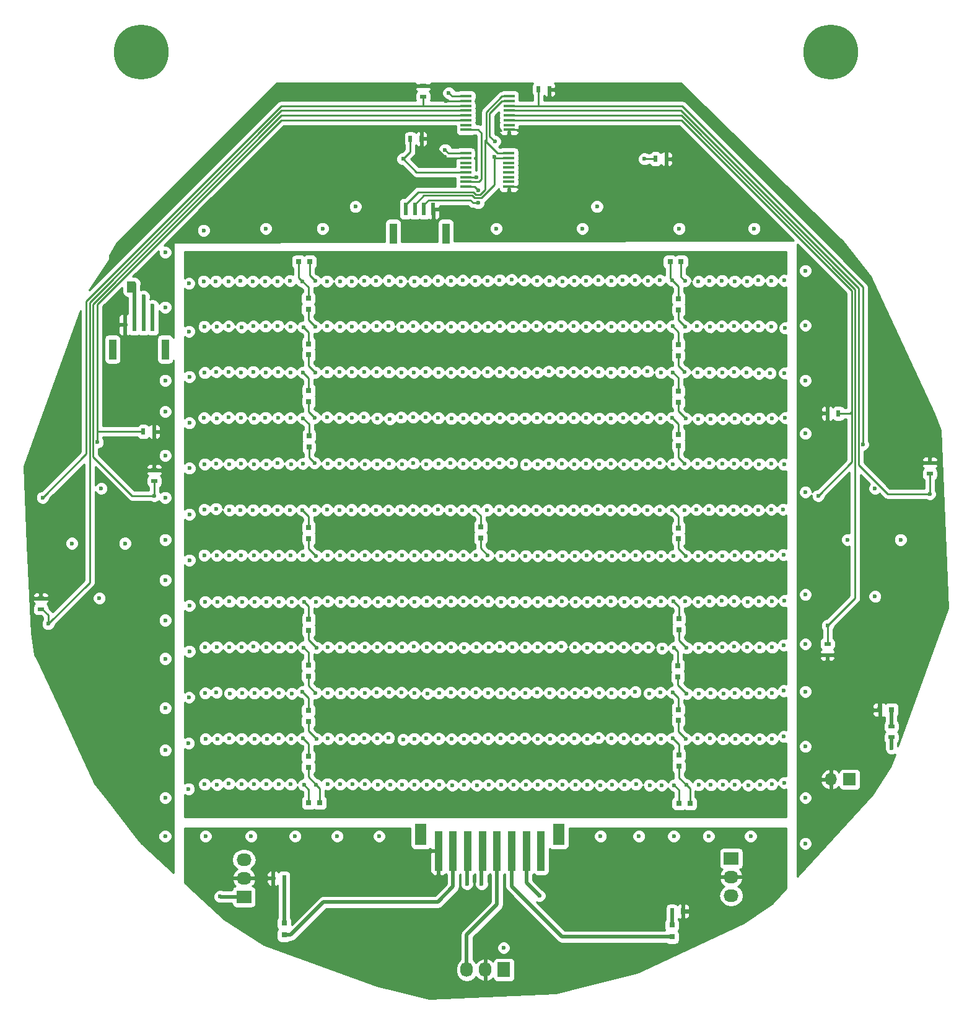
<source format=gbl>
G04 #@! TF.FileFunction,Copper,L4,Bot,Signal*
%FSLAX46Y46*%
G04 Gerber Fmt 4.6, Leading zero omitted, Abs format (unit mm)*
G04 Created by KiCad (PCBNEW 4.0.6+dfsg1-1) date Tue Apr 17 11:31:54 2018*
%MOMM*%
%LPD*%
G01*
G04 APERTURE LIST*
%ADD10C,0.100000*%
%ADD11C,7.500000*%
%ADD12R,1.500000X0.450000*%
%ADD13R,0.750000X0.800000*%
%ADD14R,0.800000X0.750000*%
%ADD15R,0.600000X1.800000*%
%ADD16R,1.000000X2.800000*%
%ADD17R,1.700000X1.700000*%
%ADD18O,1.700000X1.700000*%
%ADD19R,1.727200X2.032000*%
%ADD20O,1.727200X2.032000*%
%ADD21R,2.032000X1.727200*%
%ADD22O,2.032000X1.727200*%
%ADD23R,0.800000X0.800000*%
%ADD24R,0.500000X0.900000*%
%ADD25R,0.900000X0.500000*%
%ADD26R,1.000000X5.500000*%
%ADD27R,1.600000X3.000000*%
%ADD28C,0.600000*%
%ADD29C,0.250000*%
%ADD30C,0.500000*%
%ADD31C,0.254000*%
G04 APERTURE END LIST*
D10*
D11*
X222188458Y-66616445D03*
D12*
X178250000Y-72700000D03*
X178250000Y-73350000D03*
X178250000Y-74000000D03*
X178250000Y-74650000D03*
X178250000Y-75300000D03*
X178250000Y-75950000D03*
X178250000Y-76600000D03*
X178250000Y-77250000D03*
X172350000Y-77250000D03*
X172350000Y-76600000D03*
X172350000Y-75950000D03*
X172350000Y-75300000D03*
X172350000Y-74650000D03*
X172350000Y-74000000D03*
X172350000Y-73350000D03*
X172350000Y-72700000D03*
X178200000Y-80475000D03*
X178200000Y-81125000D03*
X178200000Y-81775000D03*
X178200000Y-82425000D03*
X178200000Y-83075000D03*
X178200000Y-83725000D03*
X178200000Y-84375000D03*
X178200000Y-85025000D03*
X172300000Y-85025000D03*
X172300000Y-84375000D03*
X172300000Y-83725000D03*
X172300000Y-83075000D03*
X172300000Y-82425000D03*
X172300000Y-81775000D03*
X172300000Y-81125000D03*
X172300000Y-80475000D03*
D13*
X150800000Y-100300000D03*
X150800000Y-101800000D03*
X150850000Y-106500000D03*
X150850000Y-108000000D03*
X150850000Y-112900000D03*
X150850000Y-114400000D03*
X201450000Y-162700000D03*
X201450000Y-164200000D03*
X201350000Y-106600000D03*
X201350000Y-108100000D03*
X150900000Y-119100000D03*
X150900000Y-120600000D03*
D14*
X149500000Y-95300000D03*
X151000000Y-95300000D03*
D13*
X201350000Y-113000000D03*
X201350000Y-114500000D03*
X150850000Y-131600000D03*
X150850000Y-133100000D03*
X201400000Y-118900000D03*
X201400000Y-120400000D03*
D14*
X150850000Y-169200000D03*
X152350000Y-169200000D03*
X201450000Y-169300000D03*
X202950000Y-169300000D03*
D13*
X201400000Y-131650000D03*
X201400000Y-133150000D03*
D14*
X200250000Y-95300000D03*
X201750000Y-95300000D03*
D13*
X150850000Y-144150000D03*
X150850000Y-145650000D03*
X201400000Y-100350000D03*
X201400000Y-101850000D03*
X201450000Y-144050000D03*
X201450000Y-145550000D03*
X174350000Y-131500000D03*
X174350000Y-133000000D03*
X150800000Y-162850000D03*
X150800000Y-164350000D03*
X150800000Y-150400000D03*
X150800000Y-151900000D03*
X201300000Y-150500000D03*
X201300000Y-152000000D03*
X201350000Y-156450000D03*
X201350000Y-157950000D03*
X150800000Y-156600000D03*
X150800000Y-158100000D03*
D15*
X167875000Y-88075000D03*
X166625000Y-88075000D03*
X165375000Y-88075000D03*
X164125000Y-88075000D03*
D16*
X162400000Y-91425000D03*
X169600000Y-91425000D03*
D15*
X129525000Y-103900000D03*
X128275000Y-103900000D03*
X127025000Y-103900000D03*
X125775000Y-103900000D03*
D16*
X124050000Y-107250000D03*
X131250000Y-107250000D03*
D17*
X224790000Y-166000000D03*
D18*
X222250000Y-166000000D03*
D19*
X177540000Y-192000000D03*
D20*
X175000000Y-192000000D03*
X172460000Y-192000000D03*
D21*
X142000000Y-182040000D03*
D22*
X142000000Y-179500000D03*
X142000000Y-176960000D03*
D21*
X208600000Y-176800000D03*
D22*
X208600000Y-179340000D03*
X208600000Y-181880000D03*
D23*
X228900000Y-156500000D03*
X230500000Y-156500000D03*
D24*
X202000000Y-184000000D03*
X200500000Y-184000000D03*
X146000000Y-179500000D03*
X147500000Y-179500000D03*
X129750000Y-118500000D03*
X128250000Y-118500000D03*
D25*
X129750000Y-123750000D03*
X129750000Y-125250000D03*
X114250000Y-141250000D03*
X114250000Y-142750000D03*
X166500000Y-71250000D03*
X166500000Y-72750000D03*
D24*
X183750000Y-71750000D03*
X182250000Y-71750000D03*
D25*
X235750000Y-122750000D03*
X235750000Y-124250000D03*
X221750000Y-149000000D03*
X221750000Y-147500000D03*
D24*
X221750000Y-116000000D03*
X223250000Y-116000000D03*
X199750000Y-81250000D03*
X198250000Y-81250000D03*
X166250000Y-78500000D03*
X164750000Y-78500000D03*
D25*
X230500000Y-160250000D03*
X230500000Y-158750000D03*
D23*
X200500000Y-185900000D03*
X200500000Y-187500000D03*
X147500000Y-185650000D03*
X147500000Y-187250000D03*
D11*
X128011542Y-66616445D03*
D26*
X182600000Y-175750000D03*
X180600000Y-175750000D03*
X178600000Y-175750000D03*
X176600000Y-175750000D03*
X174600000Y-175750000D03*
X172600000Y-175750000D03*
X170600000Y-175750000D03*
X168600000Y-175750000D03*
D27*
X185000000Y-173500000D03*
X166200000Y-173500000D03*
D28*
X211250000Y-173750000D03*
X205500000Y-173750000D03*
X200750000Y-173750000D03*
X196000000Y-173750000D03*
X190750000Y-173750000D03*
X160500000Y-173750000D03*
X154750000Y-173750000D03*
X149000000Y-173750000D03*
X143000000Y-173750000D03*
X136750000Y-173750000D03*
X131250000Y-111500000D03*
X131250000Y-121750000D03*
X131250000Y-133250000D03*
X131250000Y-144250000D03*
X131250000Y-168500000D03*
X131250000Y-156250000D03*
X218750000Y-174750000D03*
X218750000Y-168500000D03*
X218750000Y-161500000D03*
X218750000Y-154000000D03*
X218750000Y-147500000D03*
X218750000Y-140750000D03*
X218750000Y-126750000D03*
X218750000Y-118750000D03*
X218750000Y-111500000D03*
X218750000Y-104000000D03*
X218750000Y-96500000D03*
X211750000Y-90750000D03*
X201500000Y-90750000D03*
X188250000Y-90750000D03*
X176500000Y-90750000D03*
X152750000Y-90750000D03*
X145000000Y-90750000D03*
X136500000Y-91000000D03*
X131250000Y-94000000D03*
X131250000Y-101500000D03*
X131250000Y-115750000D03*
X131250000Y-127500000D03*
X131250000Y-138750000D03*
X131250000Y-149500000D03*
X131250000Y-162000000D03*
X131250000Y-173750000D03*
X175002338Y-189002338D03*
X229000000Y-154750000D03*
X169750000Y-88000000D03*
X201250000Y-81250000D03*
X169500000Y-81000000D03*
X180250000Y-85000000D03*
X125000000Y-102000000D03*
X125000000Y-101500000D03*
X125000000Y-101000000D03*
X125000000Y-100500000D03*
X114250000Y-140000000D03*
X180250000Y-77250000D03*
X185500000Y-71750000D03*
X235750000Y-121000000D03*
X169600000Y-73350000D03*
X221750000Y-150750000D03*
X129750000Y-122000000D03*
X220000000Y-116000000D03*
X168350000Y-190700000D03*
X203250000Y-184000000D03*
X175000000Y-194500000D03*
X210626343Y-129211696D03*
X207266519Y-129191697D03*
X203846699Y-129171698D03*
X200516874Y-129211696D03*
X197150419Y-129183891D03*
X193771070Y-129183891D03*
X190416268Y-129167526D03*
X187054102Y-129199847D03*
X183672708Y-129223167D03*
X180329106Y-129225643D03*
X176911649Y-129202860D03*
X173543167Y-129186233D03*
X170212561Y-129192390D03*
X166839577Y-129183902D03*
X163435376Y-129188487D03*
X160081865Y-129188470D03*
X156715564Y-129180678D03*
X153349090Y-129176622D03*
X149978748Y-129193327D03*
X146607879Y-129191869D03*
X143249164Y-129200287D03*
X213939039Y-110516332D03*
X214137097Y-166666081D03*
X210930434Y-166800000D03*
X207456875Y-166706772D03*
X204141304Y-166750000D03*
X200821739Y-166800000D03*
X197452174Y-166800000D03*
X194032609Y-166750000D03*
X190713044Y-166800000D03*
X187293479Y-166750000D03*
X183841409Y-166688633D03*
X180554349Y-166750000D03*
X177130790Y-166706772D03*
X173850000Y-166784781D03*
X170495654Y-166800000D03*
X167022095Y-166706772D03*
X163652530Y-166706772D03*
X160282965Y-166706772D03*
X156834924Y-166649541D03*
X153433055Y-166618057D03*
X150228264Y-166750000D03*
X146735926Y-166657952D03*
X143388767Y-166675815D03*
X139933597Y-166593939D03*
X136637097Y-166666078D03*
X214196682Y-160459345D03*
X210788102Y-160433903D03*
X207500000Y-160486957D03*
X204028676Y-160418475D03*
X200604686Y-160367785D03*
X197289546Y-160418475D03*
X193919981Y-160418475D03*
X190450165Y-160310282D03*
X187180851Y-160418475D03*
X183870597Y-160459345D03*
X180380767Y-160360587D03*
X177072156Y-160418475D03*
X173648166Y-160367785D03*
X170392337Y-160459345D03*
X166963461Y-160418475D03*
X163758698Y-160550000D03*
X160224331Y-160418475D03*
X156969568Y-160500000D03*
X153485201Y-160418475D03*
X150115636Y-160418475D03*
X146746071Y-160418475D03*
X143435817Y-160459345D03*
X139982428Y-160397503D03*
X136752178Y-160500000D03*
X214197367Y-154211921D03*
X210827802Y-154211921D03*
X207565217Y-154300000D03*
X204145652Y-154250000D03*
X200629920Y-154145351D03*
X197400000Y-154243478D03*
X193920260Y-154170872D03*
X190530859Y-154154142D03*
X187240847Y-154211921D03*
X183811565Y-154170872D03*
X180501717Y-154211921D03*
X177132152Y-154211921D03*
X173680605Y-154151969D03*
X170278513Y-154119864D03*
X167100000Y-154269563D03*
X163539385Y-154119866D03*
X160169820Y-154119866D03*
X156855045Y-154170872D03*
X153482960Y-154168843D03*
X150015050Y-154061965D03*
X146790256Y-154202266D03*
X143436502Y-154211921D03*
X140123917Y-154250000D03*
X136697372Y-154211921D03*
X214190097Y-147959755D03*
X210768366Y-147923272D03*
X207398801Y-147923272D03*
X204147826Y-148000000D03*
X200828261Y-148050000D03*
X197290106Y-147923272D03*
X193920541Y-147923272D03*
X190587272Y-147949685D03*
X187241542Y-147964502D03*
X183811846Y-147923272D03*
X180502412Y-147964502D03*
X177026605Y-147881481D03*
X173763282Y-147964502D03*
X170333586Y-147923272D03*
X166984598Y-147938855D03*
X163638669Y-147954814D03*
X160224891Y-147923272D03*
X156915457Y-147964502D03*
X153485761Y-147923272D03*
X150194928Y-147974827D03*
X146806762Y-147964502D03*
X143321908Y-147871945D03*
X140007501Y-147923272D03*
X136690096Y-147959752D03*
X214138217Y-141675674D03*
X210829201Y-141717085D03*
X207324095Y-141601659D03*
X204090071Y-141717085D03*
X200683305Y-141693206D03*
X197410870Y-141750000D03*
X193981376Y-141717085D03*
X190526239Y-141654332D03*
X187300000Y-141747825D03*
X183832855Y-141691339D03*
X180503116Y-141717085D03*
X177133551Y-141717085D03*
X173703437Y-141675674D03*
X170333872Y-141675674D03*
X166982411Y-141689452D03*
X163594742Y-141675674D03*
X160350000Y-141754345D03*
X156884222Y-141696872D03*
X153478420Y-141669466D03*
X150250000Y-141763040D03*
X146807466Y-141717085D03*
X143500000Y-141752170D03*
X140033760Y-141695047D03*
X136698771Y-141717085D03*
X214138507Y-135428079D03*
X210829915Y-135469673D03*
X207433518Y-135452985D03*
X204090785Y-135469673D03*
X200721220Y-135469673D03*
X197335522Y-135459922D03*
X193921117Y-135428079D03*
X190612525Y-135469673D03*
X187242960Y-135469673D03*
X183812422Y-135428079D03*
X180503830Y-135469673D03*
X177134265Y-135469673D03*
X173703727Y-135428079D03*
X170334162Y-135428079D03*
X166964597Y-135428079D03*
X163595032Y-135428079D03*
X160228043Y-135430116D03*
X156855902Y-135428079D03*
X153430424Y-135376100D03*
X150116772Y-135428079D03*
X146747207Y-135428079D03*
X143377642Y-135428079D03*
X140008077Y-135428079D03*
X136582599Y-135376100D03*
X214082504Y-129128175D03*
X140029386Y-129196313D03*
X136582509Y-129128175D03*
X214062171Y-122856891D03*
X210692606Y-122856891D03*
X207369452Y-122906597D03*
X203973717Y-122880250D03*
X200652534Y-122926158D03*
X197226918Y-122871739D03*
X193946098Y-122951078D03*
X190552144Y-122932897D03*
X187160524Y-122914326D03*
X183726597Y-122844857D03*
X180517844Y-122981837D03*
X176954085Y-122795280D03*
X173637309Y-122868700D03*
X170230710Y-122820279D03*
X166965189Y-122932897D03*
X163642734Y-122966061D03*
X160211597Y-122920967D03*
X156789484Y-122868700D03*
X153451999Y-122902421D03*
X150050354Y-122868700D03*
X146643755Y-122820279D03*
X143390344Y-122942214D03*
X140020779Y-122942214D03*
X136651214Y-122942214D03*
X214154811Y-116697047D03*
X210844757Y-116734454D03*
X207475192Y-116734454D03*
X204107275Y-116735330D03*
X200565061Y-116584370D03*
X197179069Y-116559912D03*
X193835021Y-116596675D03*
X190528719Y-116665272D03*
X187115410Y-116620691D03*
X183756233Y-116632322D03*
X180408572Y-116654646D03*
X176987196Y-116596675D03*
X173658312Y-116643653D03*
X170359621Y-116703586D03*
X166828869Y-116517084D03*
X163472539Y-116541797D03*
X160214373Y-116675502D03*
X156779348Y-116608796D03*
X153362904Y-116540146D03*
X150082487Y-116654646D03*
X146670653Y-116608796D03*
X143403101Y-116703586D03*
X139896120Y-116559366D03*
X136564515Y-116611917D03*
X210712659Y-110384394D03*
X207376679Y-110417567D03*
X204031012Y-110437728D03*
X200614809Y-110395803D03*
X197162232Y-110283257D03*
X193815125Y-110320811D03*
X190482153Y-110369576D03*
X187083791Y-110332289D03*
X183672226Y-110260090D03*
X180420159Y-110417567D03*
X176992288Y-110355413D03*
X173519563Y-110450000D03*
X170311464Y-110417567D03*
X166878227Y-110348489D03*
X163542944Y-110388893D03*
X160152132Y-110364889D03*
X156772401Y-110352222D03*
X153409563Y-110360698D03*
X150073736Y-110398235D03*
X146662469Y-110350622D03*
X143265290Y-110310909D03*
X139904636Y-110324643D03*
X136652532Y-110447541D03*
X214071606Y-104124665D03*
X210691944Y-104112596D03*
X207303544Y-104087811D03*
X203933979Y-104087811D03*
X200583249Y-104112596D03*
X197209852Y-104107808D03*
X193825284Y-104087811D03*
X190451495Y-104081784D03*
X187104989Y-104112596D03*
X183766961Y-104147953D03*
X180356208Y-104100298D03*
X176996294Y-104112596D03*
X173705238Y-104190147D03*
X170348050Y-104199618D03*
X166921556Y-104150403D03*
X163596543Y-104190147D03*
X160129634Y-104087811D03*
X156789001Y-104124665D03*
X153390890Y-104088353D03*
X150143209Y-104208615D03*
X146619514Y-104036829D03*
X143300644Y-104112596D03*
X139903540Y-104075180D03*
X136591120Y-104145974D03*
X214116086Y-97922160D03*
X210795878Y-97961135D03*
X207332311Y-97876648D03*
X204133848Y-98004934D03*
X200559081Y-97832344D03*
X197238460Y-97893098D03*
X193788521Y-97779763D03*
X190455390Y-97839523D03*
X187139431Y-97903064D03*
X183789999Y-97922162D03*
X180331099Y-97816204D03*
X176946064Y-97789855D03*
X173636661Y-97876648D03*
X170288677Y-97900104D03*
X166826471Y-97926556D03*
X163451734Y-97949893D03*
X160073411Y-97926156D03*
X156725080Y-97949524D03*
X153351362Y-97948593D03*
X149976122Y-97950564D03*
X146598992Y-97951147D03*
X143223526Y-97948832D03*
X139875209Y-97949283D03*
X136500304Y-97950193D03*
X138750000Y-182000000D03*
X177500000Y-189000000D03*
X230500000Y-161750000D03*
X170000000Y-72250000D03*
X169500000Y-80000000D03*
X127000000Y-98250000D03*
X126250000Y-99250000D03*
X126250000Y-98750000D03*
X126250000Y-98250000D03*
X228250000Y-141000000D03*
X228250000Y-126250000D03*
X231750000Y-133250000D03*
X224500000Y-133250000D03*
X122250000Y-141250000D03*
X118500000Y-133750000D03*
X125750000Y-133750000D03*
X122500000Y-126250000D03*
X157250000Y-87750000D03*
X190250000Y-87750000D03*
X212320991Y-129207525D03*
X208936432Y-129191695D03*
X205556609Y-129171698D03*
X202236784Y-129181697D03*
X198826963Y-129221695D03*
X195423923Y-129167526D03*
X192077302Y-129183891D03*
X188747050Y-129183891D03*
X185367292Y-129192075D03*
X182001444Y-129207620D03*
X178620378Y-129225643D03*
X175248487Y-129180077D03*
X171862473Y-129210859D03*
X168507242Y-129149295D03*
X165148400Y-129181204D03*
X161754449Y-129208986D03*
X158397232Y-129180496D03*
X155039202Y-129185789D03*
X151649302Y-129197504D03*
X148274610Y-129191869D03*
X144932730Y-129183452D03*
X141498250Y-129200287D03*
X215833051Y-122983051D03*
X134450000Y-167300000D03*
X134450000Y-161050000D03*
X134500000Y-154800000D03*
X134550000Y-148500000D03*
X134550000Y-142250000D03*
X134550000Y-136050000D03*
X134550000Y-129800000D03*
X134550000Y-123500000D03*
X134550000Y-117300000D03*
X134550000Y-111000000D03*
X134500000Y-104800000D03*
X134500759Y-98250060D03*
X215850000Y-166450000D03*
X215800000Y-160150000D03*
X215800000Y-153900000D03*
X215800000Y-147650000D03*
X215900000Y-141600000D03*
X215750000Y-135300000D03*
X215700000Y-129100000D03*
X215950000Y-116600000D03*
X215877816Y-110498521D03*
X215950000Y-104350000D03*
X215876141Y-97850000D03*
X212549999Y-166750000D03*
X209126440Y-166706772D03*
X205810869Y-166750000D03*
X202441304Y-166750000D03*
X199100000Y-166778261D03*
X195589272Y-166666081D03*
X192332609Y-166750000D03*
X188963044Y-166750000D03*
X185547303Y-166711289D03*
X182200000Y-166726086D03*
X178850000Y-166745651D03*
X175449034Y-166717023D03*
X172115219Y-166750000D03*
X168696870Y-166709803D03*
X165322095Y-166706772D03*
X162000000Y-166743476D03*
X158539125Y-166677706D03*
X155154492Y-166666081D03*
X151843835Y-166706772D03*
X148415362Y-166666081D03*
X145045797Y-166666081D03*
X141688767Y-166675815D03*
X138342213Y-166692112D03*
X212496682Y-160459345D03*
X209182608Y-160500000D03*
X205698241Y-160418475D03*
X202395857Y-160463875D03*
X198989719Y-160441138D03*
X195704348Y-160500000D03*
X192219981Y-160418475D03*
X188950000Y-160484782D03*
X185545407Y-160462385D03*
X182170597Y-160459345D03*
X178687296Y-160367785D03*
X175372156Y-160418475D03*
X172061902Y-160459345D03*
X168633026Y-160418475D03*
X165288898Y-160437559D03*
X161793645Y-160310282D03*
X158469906Y-160367785D03*
X155214077Y-160459345D03*
X151900003Y-160500000D03*
X148474947Y-160459345D03*
X145150000Y-160489127D03*
X141686586Y-160426342D03*
X138400000Y-160478257D03*
X212497367Y-154211921D03*
X209127802Y-154211921D03*
X205800000Y-154234783D03*
X202495652Y-154300000D03*
X198904600Y-154119866D03*
X195488960Y-154061965D03*
X192279977Y-154211921D03*
X188795905Y-154119866D03*
X185540847Y-154211921D03*
X182056775Y-154119866D03*
X178850000Y-154241303D03*
X175372435Y-154170872D03*
X172002870Y-154170872D03*
X168693020Y-154211919D03*
X165323457Y-154211921D03*
X161839385Y-154119866D03*
X158524610Y-154170872D03*
X155214762Y-154211921D03*
X151782960Y-154168843D03*
X148550000Y-154267388D03*
X145052608Y-154175798D03*
X141736502Y-154211921D03*
X138252430Y-154119866D03*
X212490097Y-147959755D03*
X209013208Y-147871945D03*
X205698801Y-147923272D03*
X202497826Y-148050000D03*
X199150000Y-148071739D03*
X195700000Y-147991304D03*
X192220541Y-147923272D03*
X188948246Y-147984122D03*
X185379927Y-147813641D03*
X182135030Y-147940713D03*
X178729714Y-147912893D03*
X175432847Y-147964502D03*
X172097780Y-147982856D03*
X168691058Y-147962939D03*
X165208863Y-147871945D03*
X161954587Y-147964502D03*
X158524891Y-147923272D03*
X155186359Y-147946158D03*
X151900000Y-147995649D03*
X148434172Y-147936977D03*
X145088199Y-147953125D03*
X141682157Y-147927284D03*
X138277824Y-147897594D03*
X212428073Y-141667364D03*
X209013119Y-141624023D03*
X205643554Y-141624023D03*
X202329522Y-141675674D03*
X198983305Y-141693206D03*
X195650941Y-141717085D03*
X192174401Y-141633625D03*
X188946533Y-141735478D03*
X185481697Y-141675674D03*
X182172681Y-141717085D03*
X178803116Y-141717085D03*
X175380710Y-141681700D03*
X172003437Y-141675674D03*
X168694421Y-141717085D03*
X165343581Y-141727437D03*
X161877101Y-141660927D03*
X158585726Y-141717085D03*
X155216161Y-141717085D03*
X151846596Y-141717085D03*
X148536960Y-141750000D03*
X145107466Y-141717085D03*
X141737901Y-141717085D03*
X138395068Y-141731551D03*
X212499480Y-135469673D03*
X209079313Y-135436119D03*
X205795298Y-135488102D03*
X202390785Y-135469673D03*
X199021220Y-135469673D03*
X195575423Y-135415424D03*
X192290170Y-135474252D03*
X188851552Y-135428079D03*
X185537574Y-135466510D03*
X182173395Y-135469673D03*
X178742857Y-135428079D03*
X175321927Y-135380961D03*
X172003727Y-135428079D03*
X168634162Y-135428079D03*
X165280201Y-135440012D03*
X161934511Y-135456496D03*
X158528043Y-135430116D03*
X155155902Y-135428079D03*
X151847310Y-135469673D03*
X148416772Y-135428079D03*
X145024470Y-135408837D03*
X141621729Y-135376100D03*
X138308077Y-135428079D03*
X138180353Y-129028075D03*
X212421083Y-122917892D03*
X208992606Y-122856891D03*
X205587811Y-122807813D03*
X202234944Y-122832640D03*
X198848681Y-122807813D03*
X195591274Y-122932897D03*
X192146901Y-122859477D03*
X188797290Y-122882228D03*
X185436595Y-122891501D03*
X182149810Y-122959479D03*
X178623651Y-122795282D03*
X175306874Y-122868700D03*
X171969389Y-122902421D03*
X168599824Y-122902421D03*
X165161145Y-122820279D03*
X161858744Y-122900544D03*
X158562855Y-122959479D03*
X155079566Y-122856891D03*
X151653281Y-122770176D03*
X148449827Y-122956608D03*
X145059909Y-122942214D03*
X141597123Y-122851679D03*
X138236859Y-122863077D03*
X212427413Y-116675502D03*
X209106897Y-116712025D03*
X205825173Y-116757720D03*
X202367767Y-116712025D03*
X198937414Y-116665272D03*
X195545743Y-116644137D03*
X192186830Y-116654645D03*
X188805660Y-116643165D03*
X185415410Y-116620691D03*
X182044518Y-116619152D03*
X178708572Y-116654646D03*
X175350459Y-116665272D03*
X171992633Y-116675502D03*
X168567585Y-116620691D03*
X165144974Y-116546747D03*
X161965897Y-116731773D03*
X158398661Y-116534103D03*
X155084497Y-116615029D03*
X151678213Y-116565376D03*
X148360583Y-116632322D03*
X144946712Y-116576801D03*
X141582456Y-116584370D03*
X138266008Y-116647030D03*
X212384778Y-110550000D03*
X208992168Y-110360698D03*
X205653939Y-110395803D03*
X202234305Y-110336094D03*
X198986191Y-110456099D03*
X195486511Y-110323553D03*
X192184419Y-110404495D03*
X188762752Y-110345270D03*
X185367241Y-110307045D03*
X182097402Y-110424326D03*
X178715606Y-110413427D03*
X175302136Y-110367498D03*
X171912927Y-110342579D03*
X168588724Y-110395803D03*
X165219159Y-110395803D03*
X161818258Y-110360698D03*
X158458730Y-110372679D03*
X155063123Y-110339879D03*
X151752105Y-110406872D03*
X148394074Y-110417567D03*
X144992778Y-110386396D03*
X141622747Y-110385895D03*
X138222519Y-110349553D03*
X212341125Y-104085624D03*
X208962577Y-104072418D03*
X205710018Y-104197191D03*
X202327596Y-104187173D03*
X198847496Y-104062444D03*
X195513684Y-104112596D03*
X192198556Y-104169864D03*
X188806091Y-104147953D03*
X185357686Y-104042957D03*
X182007885Y-104075180D03*
X178744368Y-104190147D03*
X175374803Y-104190147D03*
X171950627Y-104139992D03*
X168580591Y-104139489D03*
X165187599Y-104112596D03*
X161774562Y-104049648D03*
X158458566Y-104124665D03*
X155121725Y-104159098D03*
X151776204Y-104180659D03*
X148394211Y-104169864D03*
X144969776Y-104112061D03*
X141702976Y-104207848D03*
X138321965Y-104199618D03*
X212333603Y-97826795D03*
X209070768Y-97942570D03*
X205648587Y-97894610D03*
X202273335Y-97888532D03*
X198842652Y-97806690D03*
X195451937Y-97767467D03*
X192202833Y-97925835D03*
X188784486Y-97876648D03*
X185534549Y-97977738D03*
X182058300Y-97891074D03*
X178586640Y-97726787D03*
X175318224Y-97890058D03*
X171907565Y-97839523D03*
X168547232Y-97852101D03*
X165278888Y-97952089D03*
X161807688Y-97851554D03*
X158479982Y-97900104D03*
X155193932Y-97968596D03*
X151738909Y-97898111D03*
X148337394Y-97861811D03*
X144920446Y-97939856D03*
X141560000Y-97930000D03*
X138174271Y-97950813D03*
X121986691Y-119933051D03*
X129750000Y-127250000D03*
X115250000Y-144750000D03*
X114500000Y-127500000D03*
X226623455Y-120250000D03*
X235750000Y-127000000D03*
X221750000Y-145000000D03*
X220500000Y-127250000D03*
X163750000Y-81250000D03*
X176283850Y-78833814D03*
X176252435Y-81000088D03*
X174003576Y-87256107D03*
X174000000Y-85500000D03*
X173751400Y-83749990D03*
X196750000Y-81250000D03*
X182380000Y-181880000D03*
X174500000Y-180250000D03*
X172500000Y-180250000D03*
X129525000Y-101275000D03*
X128294363Y-100036271D03*
D29*
X131000000Y-173750000D02*
X131250000Y-173750000D01*
X129750000Y-118500000D02*
X129750000Y-122000000D01*
D30*
X228900000Y-156500000D02*
X228900000Y-154850000D01*
X228900000Y-154850000D02*
X229000000Y-154750000D01*
D29*
X167875000Y-88075000D02*
X169675000Y-88075000D01*
X169675000Y-88075000D02*
X169750000Y-88000000D01*
X199750000Y-81250000D02*
X201250000Y-81250000D01*
X166250000Y-78500000D02*
X167000000Y-78500000D01*
X167000000Y-78500000D02*
X169500000Y-81000000D01*
X172300000Y-81125000D02*
X169625000Y-81125000D01*
X169625000Y-81125000D02*
X169500000Y-81000000D01*
X178200000Y-85025000D02*
X180225000Y-85025000D01*
X180225000Y-85025000D02*
X180250000Y-85000000D01*
D30*
X125775000Y-102000000D02*
X125775000Y-101500000D01*
X125775000Y-103900000D02*
X125775000Y-102000000D01*
X125775000Y-102000000D02*
X125000000Y-102000000D01*
X125775000Y-101500000D02*
X125775000Y-101000000D01*
X125775000Y-101500000D02*
X125000000Y-101500000D01*
X125775000Y-101000000D02*
X125775000Y-100500000D01*
X125775000Y-101000000D02*
X125000000Y-101000000D01*
X125775000Y-100500000D02*
X125000000Y-100500000D01*
D29*
X114250000Y-141250000D02*
X114250000Y-140000000D01*
X178250000Y-77250000D02*
X180250000Y-77250000D01*
X183750000Y-71750000D02*
X185500000Y-71750000D01*
X235750000Y-122750000D02*
X235750000Y-121000000D01*
X167500000Y-71250000D02*
X169600000Y-73350000D01*
X169600000Y-73350000D02*
X172350000Y-73350000D01*
X166500000Y-71250000D02*
X167500000Y-71250000D01*
X221750000Y-149000000D02*
X221750000Y-150750000D01*
X129750000Y-123750000D02*
X129750000Y-122000000D01*
X221750000Y-116000000D02*
X220000000Y-116000000D01*
D30*
X142000000Y-179540000D02*
X145960000Y-179540000D01*
X145960000Y-179540000D02*
X146000000Y-179500000D01*
X202000000Y-184000000D02*
X203250000Y-184000000D01*
D29*
X201400000Y-130094822D02*
X200516874Y-129211696D01*
X201400000Y-131650000D02*
X201400000Y-130094822D01*
X174350000Y-131500000D02*
X174350000Y-129993066D01*
X174350000Y-129993066D02*
X173543167Y-129186233D01*
X150850000Y-131600000D02*
X150850000Y-130064579D01*
X150850000Y-130064579D02*
X149978748Y-129193327D01*
X200250000Y-95300000D02*
X200250000Y-97523263D01*
X200250000Y-97523263D02*
X200559081Y-97832344D01*
X149500000Y-95300000D02*
X149500000Y-97474442D01*
X149500000Y-97474442D02*
X149976122Y-97950564D01*
X150850000Y-169200000D02*
X150850000Y-167371736D01*
X150850000Y-167371736D02*
X150228264Y-166750000D01*
X201450000Y-169300000D02*
X201450000Y-167428261D01*
X201450000Y-167428261D02*
X200821739Y-166800000D01*
X150800000Y-162850000D02*
X150800000Y-161102839D01*
X150800000Y-161102839D02*
X150115636Y-160418475D01*
X150800000Y-156600000D02*
X150800000Y-154846915D01*
X150800000Y-154846915D02*
X150015050Y-154061965D01*
X150800000Y-150400000D02*
X150800000Y-148579899D01*
X150800000Y-148579899D02*
X150194928Y-147974827D01*
X150850000Y-144150000D02*
X150850000Y-142363040D01*
X150850000Y-142363040D02*
X150250000Y-141763040D01*
X150900000Y-119100000D02*
X150900000Y-117472159D01*
X150900000Y-117472159D02*
X150082487Y-116654646D01*
X150850000Y-112900000D02*
X150850000Y-111174499D01*
X150850000Y-111174499D02*
X150073736Y-110398235D01*
X150850000Y-106500000D02*
X150850000Y-104915406D01*
X150850000Y-104915406D02*
X150143209Y-104208615D01*
X150800000Y-100300000D02*
X150800000Y-98774442D01*
X150800000Y-98774442D02*
X149976122Y-97950564D01*
X201450000Y-162700000D02*
X201450000Y-161213099D01*
X201450000Y-161213099D02*
X200604686Y-160367785D01*
X201350000Y-156450000D02*
X201350000Y-154865431D01*
X201350000Y-154865431D02*
X200629920Y-154145351D01*
X201300000Y-150500000D02*
X201300000Y-148521739D01*
X201300000Y-148521739D02*
X200828261Y-148050000D01*
X201450000Y-144050000D02*
X201450000Y-142459901D01*
X201450000Y-142459901D02*
X200683305Y-141693206D01*
X201400000Y-118900000D02*
X201400000Y-117419309D01*
X201400000Y-117419309D02*
X200565061Y-116584370D01*
X201350000Y-113000000D02*
X201350000Y-111130994D01*
X201350000Y-111130994D02*
X200614809Y-110395803D01*
X201350000Y-106600000D02*
X201350000Y-104879347D01*
X201350000Y-104879347D02*
X200583249Y-104112596D01*
X201400000Y-100350000D02*
X201400000Y-98673263D01*
X201400000Y-98673263D02*
X200559081Y-97832344D01*
D30*
X142000000Y-182040000D02*
X138790000Y-182040000D01*
X138790000Y-182040000D02*
X138750000Y-182000000D01*
X230500000Y-160250000D02*
X230500000Y-161750000D01*
D29*
X172350000Y-72700000D02*
X170450000Y-72700000D01*
X170450000Y-72700000D02*
X170000000Y-72250000D01*
X172300000Y-80475000D02*
X169975000Y-80475000D01*
X169975000Y-80475000D02*
X169500000Y-80000000D01*
D30*
X127025000Y-98275000D02*
X127000000Y-98250000D01*
X127025000Y-99250000D02*
X127025000Y-98750000D01*
X127025000Y-99250000D02*
X126250000Y-99250000D01*
X127025000Y-98750000D02*
X127025000Y-98275000D01*
X127025000Y-98750000D02*
X126250000Y-98750000D01*
X127000000Y-98250000D02*
X126250000Y-98250000D01*
X127025000Y-103900000D02*
X127025000Y-99250000D01*
D29*
X201750000Y-95300000D02*
X201750000Y-97365197D01*
X201750000Y-97365197D02*
X202273335Y-97888532D01*
X151000000Y-95300000D02*
X151000000Y-97159202D01*
X151000000Y-97159202D02*
X151738909Y-97898111D01*
X152350000Y-169200000D02*
X152350000Y-167212937D01*
X152350000Y-167212937D02*
X151843835Y-166706772D01*
X202950000Y-169300000D02*
X202950000Y-167258696D01*
X202950000Y-167258696D02*
X202441304Y-166750000D01*
X174350000Y-133000000D02*
X174350000Y-134409034D01*
X174350000Y-134409034D02*
X175321927Y-135380961D01*
X150800000Y-164350000D02*
X150800000Y-165662937D01*
X150800000Y-165662937D02*
X151843835Y-166706772D01*
X150800000Y-158100000D02*
X150800000Y-159399997D01*
X150800000Y-159399997D02*
X151900003Y-160500000D01*
X150800000Y-151900000D02*
X150800000Y-153185883D01*
X150800000Y-153185883D02*
X151782960Y-154168843D01*
X150850000Y-145650000D02*
X150850000Y-146945649D01*
X150850000Y-146945649D02*
X151900000Y-147995649D01*
X150850000Y-133100000D02*
X150850000Y-134472363D01*
X150850000Y-134472363D02*
X151847310Y-135469673D01*
X150900000Y-120600000D02*
X150900000Y-122016895D01*
X150900000Y-122016895D02*
X151653281Y-122770176D01*
X150850000Y-114400000D02*
X150850000Y-115737163D01*
X150850000Y-115737163D02*
X151678213Y-116565376D01*
X150850000Y-108000000D02*
X150850000Y-109504767D01*
X150850000Y-109504767D02*
X151752105Y-110406872D01*
X150800000Y-101800000D02*
X150800000Y-103204455D01*
X150800000Y-103204455D02*
X151776204Y-104180659D01*
X201450000Y-164200000D02*
X201450000Y-165758696D01*
X201450000Y-165758696D02*
X202441304Y-166750000D01*
X201350000Y-157950000D02*
X201350000Y-159418018D01*
X201350000Y-159418018D02*
X202395857Y-160463875D01*
X201300000Y-152000000D02*
X201300000Y-153104348D01*
X201300000Y-153104348D02*
X202495652Y-154300000D01*
X201450000Y-145550000D02*
X201450000Y-147002174D01*
X201450000Y-147002174D02*
X202497826Y-148050000D01*
X201400000Y-133150000D02*
X201400000Y-134478888D01*
X201400000Y-134478888D02*
X202390785Y-135469673D01*
X201400000Y-120400000D02*
X201400000Y-121997696D01*
X201400000Y-121997696D02*
X202234944Y-122832640D01*
X201350000Y-114500000D02*
X201350000Y-115694258D01*
X201350000Y-115694258D02*
X202367767Y-116712025D01*
X201350000Y-108100000D02*
X201350000Y-109451789D01*
X201350000Y-109451789D02*
X202234305Y-110336094D01*
X201400000Y-101850000D02*
X201400000Y-103259577D01*
X201400000Y-103259577D02*
X202327596Y-104187173D01*
X121986691Y-115750000D02*
X121986691Y-118500000D01*
X121986691Y-118500000D02*
X121986691Y-119933051D01*
X128250000Y-118500000D02*
X121986691Y-118500000D01*
X121986691Y-101083766D02*
X121986691Y-115750000D01*
X172350000Y-75950000D02*
X147120457Y-75950000D01*
X147120457Y-75950000D02*
X121986691Y-101083766D01*
X129750000Y-125250000D02*
X129750000Y-127250000D01*
X147134046Y-75300000D02*
X172350000Y-75300000D01*
X121361681Y-101072365D02*
X147134046Y-75300000D01*
X121361681Y-121911141D02*
X121361681Y-101072365D01*
X126700540Y-127250000D02*
X121361681Y-121911141D01*
X129750000Y-127250000D02*
X126700540Y-127250000D01*
X115250000Y-144750000D02*
X115250000Y-143550000D01*
X115250000Y-143550000D02*
X114450000Y-142750000D01*
X114450000Y-142750000D02*
X114250000Y-142750000D01*
X147100000Y-74650000D02*
X172350000Y-74650000D01*
X120911670Y-139088330D02*
X120911670Y-100838330D01*
X115250000Y-144750000D02*
X120911670Y-139088330D01*
X120911670Y-100838330D02*
X147100000Y-74650000D01*
X147113590Y-74000000D02*
X166500000Y-74000000D01*
X166500000Y-74000000D02*
X172350000Y-74000000D01*
X166500000Y-72750000D02*
X166500000Y-74000000D01*
X114500000Y-127500000D02*
X120461659Y-121538341D01*
X120461659Y-121538341D02*
X120461659Y-100651931D01*
X120461659Y-100651931D02*
X147113590Y-74000000D01*
X178250000Y-74000000D02*
X182250000Y-74000000D01*
X182250000Y-74000000D02*
X201886411Y-74000000D01*
X182250000Y-71750000D02*
X182250000Y-74000000D01*
X226623455Y-98737044D02*
X226623455Y-120250000D01*
X201886411Y-74000000D02*
X226623455Y-98737044D01*
X235750000Y-124250000D02*
X235750000Y-127000000D01*
X225998445Y-98894375D02*
X201754070Y-74650000D01*
X201754070Y-74650000D02*
X178250000Y-74650000D01*
X235750000Y-127000000D02*
X229974068Y-127000000D01*
X229974068Y-127000000D02*
X225998445Y-123024377D01*
X225998445Y-123024377D02*
X225998445Y-98894375D01*
X221750000Y-145000000D02*
X221750000Y-147500000D01*
X225548434Y-99080775D02*
X201767659Y-75300000D01*
X201767659Y-75300000D02*
X178250000Y-75300000D01*
X225548434Y-141201566D02*
X225548434Y-99080775D01*
X221750000Y-145000000D02*
X225548434Y-141201566D01*
X225098423Y-122651577D02*
X225098423Y-115750000D01*
X225098423Y-115750000D02*
X225098423Y-99267175D01*
X223250000Y-116000000D02*
X224848423Y-116000000D01*
X224848423Y-116000000D02*
X225098423Y-115750000D01*
X201781248Y-75950000D02*
X178250000Y-75950000D01*
X220500000Y-127250000D02*
X225098423Y-122651577D01*
X225098423Y-99267175D02*
X201781248Y-75950000D01*
X164750000Y-78500000D02*
X164750000Y-80250000D01*
X164750000Y-80250000D02*
X163750000Y-81250000D01*
X172300000Y-83075000D02*
X165575000Y-83075000D01*
X165575000Y-83075000D02*
X163750000Y-81250000D01*
X164125000Y-88075000D02*
X164125000Y-87475000D01*
X174996600Y-78678400D02*
X175124998Y-78550002D01*
X164125000Y-87475000D02*
X165851814Y-85748186D01*
X165851814Y-85748186D02*
X173323182Y-85748186D01*
X173323182Y-85748186D02*
X173699998Y-86125002D01*
X173699998Y-86125002D02*
X174300002Y-86125002D01*
X174300002Y-86125002D02*
X174996600Y-85428404D01*
X174996600Y-85428404D02*
X174996600Y-78678400D01*
X176656766Y-80475000D02*
X178200000Y-80475000D01*
X175124998Y-78943232D02*
X176656766Y-80475000D01*
X175124998Y-78550002D02*
X175124998Y-78943232D01*
X177250000Y-72700000D02*
X175124998Y-74825002D01*
X175124998Y-74825002D02*
X175124998Y-78550002D01*
X178250000Y-72700000D02*
X177250000Y-72700000D01*
X176252435Y-84808980D02*
X176252435Y-81000088D01*
X173513598Y-86575013D02*
X174486402Y-86575013D01*
X173188585Y-86250000D02*
X173513598Y-86575013D01*
X166600000Y-86250000D02*
X173188585Y-86250000D01*
X165375000Y-88075000D02*
X165375000Y-87475000D01*
X174486402Y-86575013D02*
X176252435Y-84808980D01*
X165375000Y-87475000D02*
X166600000Y-86250000D01*
X175577736Y-78127700D02*
X176283850Y-78833814D01*
X175577736Y-75022264D02*
X175577736Y-78127700D01*
X177250000Y-73350000D02*
X175577736Y-75022264D01*
X178250000Y-73350000D02*
X177250000Y-73350000D01*
X176377347Y-81125000D02*
X176252435Y-81000088D01*
X178200000Y-81125000D02*
X176377347Y-81125000D01*
X174500000Y-77750000D02*
X174000000Y-77250000D01*
X174000000Y-77250000D02*
X172350000Y-77250000D01*
X174500000Y-84000000D02*
X174500000Y-77750000D01*
X174125000Y-84375000D02*
X174500000Y-84000000D01*
X172300000Y-84375000D02*
X174125000Y-84375000D01*
X171750000Y-77250000D02*
X172350000Y-77250000D01*
X173321864Y-87256107D02*
X174003576Y-87256107D01*
X172915756Y-86849999D02*
X173321864Y-87256107D01*
X167250001Y-86849999D02*
X172915756Y-86849999D01*
X166625000Y-87475000D02*
X167250001Y-86849999D01*
X166625000Y-88075000D02*
X166625000Y-87475000D01*
X172300000Y-85025000D02*
X173525000Y-85025000D01*
X173525000Y-85025000D02*
X174000000Y-85500000D01*
X172275000Y-85000000D02*
X172300000Y-85025000D01*
X172300000Y-83725000D02*
X173726410Y-83725000D01*
X173726410Y-83725000D02*
X173751400Y-83749990D01*
X198250000Y-81250000D02*
X196750000Y-81250000D01*
D30*
X182380000Y-181880000D02*
X180600000Y-180100000D01*
X180600000Y-180100000D02*
X180600000Y-175750000D01*
X200500000Y-187500000D02*
X185500000Y-187500000D01*
X185500000Y-187500000D02*
X178600000Y-180600000D01*
X178600000Y-180600000D02*
X178600000Y-175750000D01*
X172460000Y-192000000D02*
X172460000Y-187224338D01*
X172460000Y-187224338D02*
X176600000Y-183084338D01*
X176600000Y-183084338D02*
X176600000Y-179850000D01*
X176600000Y-179850000D02*
X176600000Y-175750000D01*
X174500000Y-180250000D02*
X174500000Y-175850000D01*
X174500000Y-175850000D02*
X174600000Y-175750000D01*
X172500000Y-180250000D02*
X172500000Y-175850000D01*
X172500000Y-175850000D02*
X172600000Y-175750000D01*
X168500000Y-182750000D02*
X170600000Y-180650000D01*
X170600000Y-180650000D02*
X170600000Y-175750000D01*
X152900000Y-182750000D02*
X168500000Y-182750000D01*
X147500000Y-187250000D02*
X148400000Y-187250000D01*
X148400000Y-187250000D02*
X152900000Y-182750000D01*
X129525000Y-103900000D02*
X129525000Y-101275000D01*
X128275000Y-100055634D02*
X128294363Y-100036271D01*
X128275000Y-103900000D02*
X128275000Y-100055634D01*
X230500000Y-156500000D02*
X230500000Y-158750000D01*
X200500000Y-184000000D02*
X200500000Y-185900000D01*
X147500000Y-179500000D02*
X147500000Y-185650000D01*
D31*
G36*
X216123000Y-96940101D02*
X216062940Y-96915162D01*
X215690974Y-96914838D01*
X215347198Y-97056883D01*
X215083949Y-97319673D01*
X214981129Y-97567291D01*
X214909203Y-97393217D01*
X214646413Y-97129968D01*
X214302885Y-96987322D01*
X213930919Y-96986998D01*
X213587143Y-97129043D01*
X213323894Y-97391833D01*
X213244527Y-97582968D01*
X213126720Y-97297852D01*
X212863930Y-97034603D01*
X212520402Y-96891957D01*
X212148436Y-96891633D01*
X211804660Y-97033678D01*
X211541411Y-97296468D01*
X211515588Y-97358657D01*
X211326205Y-97168943D01*
X210982677Y-97026297D01*
X210610711Y-97025973D01*
X210266935Y-97168018D01*
X210003686Y-97430808D01*
X209937171Y-97590993D01*
X209863885Y-97413627D01*
X209601095Y-97150378D01*
X209257567Y-97007732D01*
X208885601Y-97007408D01*
X208541825Y-97149453D01*
X208278576Y-97412243D01*
X208215179Y-97564919D01*
X208125428Y-97347705D01*
X207862638Y-97084456D01*
X207519110Y-96941810D01*
X207147144Y-96941486D01*
X206803368Y-97083531D01*
X206540119Y-97346321D01*
X206486783Y-97474767D01*
X206441704Y-97365667D01*
X206178914Y-97102418D01*
X205835386Y-96959772D01*
X205463420Y-96959448D01*
X205119644Y-97101493D01*
X204856395Y-97364283D01*
X204844367Y-97393249D01*
X204664175Y-97212742D01*
X204320647Y-97070096D01*
X203948681Y-97069772D01*
X203604905Y-97211817D01*
X203341656Y-97474607D01*
X203208417Y-97795481D01*
X203208497Y-97703365D01*
X203066452Y-97359589D01*
X202803662Y-97096340D01*
X202510000Y-96974400D01*
X202510000Y-96197931D01*
X202601441Y-96139090D01*
X202746431Y-95926890D01*
X202797440Y-95675000D01*
X202797440Y-94925000D01*
X202753162Y-94689683D01*
X202614090Y-94473559D01*
X202401890Y-94328569D01*
X202150000Y-94277560D01*
X201350000Y-94277560D01*
X201114683Y-94321838D01*
X201000022Y-94395620D01*
X200901890Y-94328569D01*
X200650000Y-94277560D01*
X199850000Y-94277560D01*
X199614683Y-94321838D01*
X199398559Y-94460910D01*
X199253569Y-94673110D01*
X199202560Y-94925000D01*
X199202560Y-95675000D01*
X199246838Y-95910317D01*
X199385910Y-96126441D01*
X199490000Y-96197563D01*
X199490000Y-97131723D01*
X199372979Y-97014498D01*
X199029451Y-96871852D01*
X198657485Y-96871528D01*
X198313709Y-97013573D01*
X198050460Y-97276363D01*
X198019167Y-97351724D01*
X197768787Y-97100906D01*
X197425259Y-96958260D01*
X197053293Y-96957936D01*
X196709517Y-97099981D01*
X196446268Y-97362771D01*
X196371145Y-97543687D01*
X196245054Y-97238524D01*
X195982264Y-96975275D01*
X195638736Y-96832629D01*
X195266770Y-96832305D01*
X194922994Y-96974350D01*
X194659745Y-97237140D01*
X194617762Y-97338246D01*
X194581638Y-97250820D01*
X194318848Y-96987571D01*
X193975320Y-96844925D01*
X193603354Y-96844601D01*
X193259578Y-96986646D01*
X192996329Y-97249436D01*
X192952975Y-97353842D01*
X192733160Y-97133643D01*
X192389632Y-96990997D01*
X192017666Y-96990673D01*
X191673890Y-97132718D01*
X191410641Y-97395508D01*
X191346963Y-97548862D01*
X191248507Y-97310580D01*
X190985717Y-97047331D01*
X190642189Y-96904685D01*
X190270223Y-96904361D01*
X189926447Y-97046406D01*
X189663198Y-97309196D01*
X189612319Y-97431725D01*
X189577603Y-97347705D01*
X189314813Y-97084456D01*
X188971285Y-96941810D01*
X188599319Y-96941486D01*
X188255543Y-97083531D01*
X187992294Y-97346321D01*
X187956590Y-97432306D01*
X187932548Y-97374121D01*
X187669758Y-97110872D01*
X187326230Y-96968226D01*
X186954264Y-96967902D01*
X186610488Y-97109947D01*
X186347239Y-97372737D01*
X186319185Y-97440299D01*
X186064876Y-97185546D01*
X185721348Y-97042900D01*
X185349382Y-97042576D01*
X185005606Y-97184621D01*
X184742357Y-97447411D01*
X184673763Y-97612602D01*
X184583116Y-97393219D01*
X184320326Y-97129970D01*
X183976798Y-96987324D01*
X183604832Y-96987000D01*
X183261056Y-97129045D01*
X182997807Y-97391835D01*
X182930583Y-97553728D01*
X182851417Y-97362131D01*
X182588627Y-97098882D01*
X182245099Y-96956236D01*
X181873133Y-96955912D01*
X181529357Y-97097957D01*
X181266108Y-97360747D01*
X181210206Y-97495373D01*
X181124216Y-97287261D01*
X180861426Y-97024012D01*
X180517898Y-96881366D01*
X180145932Y-96881042D01*
X179802156Y-97023087D01*
X179538907Y-97285877D01*
X179477367Y-97434080D01*
X179379757Y-97197844D01*
X179116967Y-96934595D01*
X178773439Y-96791949D01*
X178401473Y-96791625D01*
X178057697Y-96933670D01*
X177794448Y-97196460D01*
X177753398Y-97295319D01*
X177739181Y-97260912D01*
X177476391Y-96997663D01*
X177132863Y-96855017D01*
X176760897Y-96854693D01*
X176417121Y-96996738D01*
X176153872Y-97259528D01*
X176111515Y-97361535D01*
X176111341Y-97361115D01*
X175848551Y-97097866D01*
X175505023Y-96955220D01*
X175133057Y-96954896D01*
X174789281Y-97096941D01*
X174526032Y-97359731D01*
X174480277Y-97469921D01*
X174429778Y-97347705D01*
X174166988Y-97084456D01*
X173823460Y-96941810D01*
X173451494Y-96941486D01*
X173107718Y-97083531D01*
X172844469Y-97346321D01*
X172779800Y-97502061D01*
X172700682Y-97310580D01*
X172437892Y-97047331D01*
X172094364Y-96904685D01*
X171722398Y-96904361D01*
X171378622Y-97046406D01*
X171115373Y-97309196D01*
X171085709Y-97380635D01*
X171081794Y-97371161D01*
X170819004Y-97107912D01*
X170475476Y-96965266D01*
X170103510Y-96964942D01*
X169759734Y-97106987D01*
X169496485Y-97369777D01*
X169427879Y-97534998D01*
X169340349Y-97323158D01*
X169077559Y-97059909D01*
X168734031Y-96917263D01*
X168362065Y-96916939D01*
X168018289Y-97058984D01*
X167755040Y-97321774D01*
X167671440Y-97523104D01*
X167619588Y-97397613D01*
X167356798Y-97134364D01*
X167013270Y-96991718D01*
X166641304Y-96991394D01*
X166297528Y-97133439D01*
X166039716Y-97390801D01*
X165809215Y-97159897D01*
X165465687Y-97017251D01*
X165093721Y-97016927D01*
X164749945Y-97158972D01*
X164486696Y-97421762D01*
X164365643Y-97713289D01*
X164244851Y-97420950D01*
X163982061Y-97157701D01*
X163638533Y-97015055D01*
X163266567Y-97014731D01*
X162922791Y-97156776D01*
X162659542Y-97419566D01*
X162650181Y-97442110D01*
X162600805Y-97322611D01*
X162338015Y-97059362D01*
X161994487Y-96916716D01*
X161622521Y-96916392D01*
X161278745Y-97058437D01*
X161015496Y-97321227D01*
X160925091Y-97538946D01*
X160866528Y-97397213D01*
X160603738Y-97133964D01*
X160260210Y-96991318D01*
X159888244Y-96990994D01*
X159544468Y-97133039D01*
X159282686Y-97394364D01*
X159273099Y-97371161D01*
X159010309Y-97107912D01*
X158666781Y-96965266D01*
X158294815Y-96964942D01*
X157951039Y-97106987D01*
X157687790Y-97369777D01*
X157592262Y-97599833D01*
X157518197Y-97420581D01*
X157255407Y-97157332D01*
X156911879Y-97014686D01*
X156539913Y-97014362D01*
X156196137Y-97156407D01*
X155949788Y-97402327D01*
X155724259Y-97176404D01*
X155380731Y-97033758D01*
X155008765Y-97033434D01*
X154664989Y-97175479D01*
X154401740Y-97438269D01*
X154276648Y-97739523D01*
X154144479Y-97419650D01*
X153881689Y-97156401D01*
X153538161Y-97013755D01*
X153166195Y-97013431D01*
X152822419Y-97155476D01*
X152559170Y-97418266D01*
X152555733Y-97426543D01*
X152532026Y-97369168D01*
X152269236Y-97105919D01*
X151925708Y-96963273D01*
X151878832Y-96963232D01*
X151760000Y-96844400D01*
X151760000Y-96197931D01*
X151851441Y-96139090D01*
X151996431Y-95926890D01*
X152047440Y-95675000D01*
X152047440Y-94925000D01*
X152003162Y-94689683D01*
X151864090Y-94473559D01*
X151651890Y-94328569D01*
X151400000Y-94277560D01*
X150600000Y-94277560D01*
X150364683Y-94321838D01*
X150250022Y-94395620D01*
X150151890Y-94328569D01*
X149900000Y-94277560D01*
X149100000Y-94277560D01*
X148864683Y-94321838D01*
X148648559Y-94460910D01*
X148503569Y-94673110D01*
X148452560Y-94925000D01*
X148452560Y-95675000D01*
X148496838Y-95910317D01*
X148635910Y-96126441D01*
X148740000Y-96197563D01*
X148740000Y-97016584D01*
X148524193Y-96926973D01*
X148152227Y-96926649D01*
X147808451Y-97068694D01*
X147545202Y-97331484D01*
X147449678Y-97561531D01*
X147392109Y-97422204D01*
X147129319Y-97158955D01*
X146785791Y-97016309D01*
X146413825Y-97015985D01*
X146070049Y-97158030D01*
X145806800Y-97420820D01*
X145762118Y-97528426D01*
X145713563Y-97410913D01*
X145450773Y-97147664D01*
X145107245Y-97005018D01*
X144735279Y-97004694D01*
X144391503Y-97146739D01*
X144128254Y-97409529D01*
X144070165Y-97549422D01*
X144016643Y-97419889D01*
X143753853Y-97156640D01*
X143410325Y-97013994D01*
X143038359Y-97013670D01*
X142694583Y-97155715D01*
X142431334Y-97418505D01*
X142395742Y-97504219D01*
X142353117Y-97401057D01*
X142090327Y-97137808D01*
X141746799Y-96995162D01*
X141374833Y-96994838D01*
X141031057Y-97136883D01*
X140767808Y-97399673D01*
X140713664Y-97530066D01*
X140668326Y-97420340D01*
X140405536Y-97157091D01*
X140062008Y-97014445D01*
X139690042Y-97014121D01*
X139346266Y-97156166D01*
X139083017Y-97418956D01*
X139024456Y-97559986D01*
X138967388Y-97421870D01*
X138704598Y-97158621D01*
X138361070Y-97015975D01*
X137989104Y-97015651D01*
X137645328Y-97157696D01*
X137382079Y-97420486D01*
X137337482Y-97527886D01*
X137293421Y-97421250D01*
X137030631Y-97158001D01*
X136687103Y-97015355D01*
X136315137Y-97015031D01*
X135971361Y-97157076D01*
X135708112Y-97419866D01*
X135565466Y-97763394D01*
X135565142Y-98135360D01*
X135707187Y-98479136D01*
X135969977Y-98742385D01*
X136313505Y-98885031D01*
X136685471Y-98885355D01*
X137029247Y-98743310D01*
X137292496Y-98480520D01*
X137337093Y-98373120D01*
X137381154Y-98479756D01*
X137643944Y-98743005D01*
X137987472Y-98885651D01*
X138359438Y-98885975D01*
X138703214Y-98743930D01*
X138966463Y-98481140D01*
X139025024Y-98340110D01*
X139082092Y-98478226D01*
X139344882Y-98741475D01*
X139688410Y-98884121D01*
X140060376Y-98884445D01*
X140404152Y-98742400D01*
X140667401Y-98479610D01*
X140721545Y-98349217D01*
X140766883Y-98458943D01*
X141029673Y-98722192D01*
X141373201Y-98864838D01*
X141745167Y-98865162D01*
X142088943Y-98723117D01*
X142352192Y-98460327D01*
X142387784Y-98374613D01*
X142430409Y-98477775D01*
X142693199Y-98741024D01*
X143036727Y-98883670D01*
X143408693Y-98883994D01*
X143752469Y-98741949D01*
X144015718Y-98479159D01*
X144073807Y-98339266D01*
X144127329Y-98468799D01*
X144390119Y-98732048D01*
X144733647Y-98874694D01*
X145105613Y-98875018D01*
X145449389Y-98732973D01*
X145712638Y-98470183D01*
X145757320Y-98362577D01*
X145805875Y-98480090D01*
X146068665Y-98743339D01*
X146412193Y-98885985D01*
X146784159Y-98886309D01*
X147127935Y-98744264D01*
X147391184Y-98481474D01*
X147486708Y-98251427D01*
X147544277Y-98390754D01*
X147807067Y-98654003D01*
X148150595Y-98796649D01*
X148522561Y-98796973D01*
X148866337Y-98654928D01*
X149129586Y-98392138D01*
X149138267Y-98371232D01*
X149183005Y-98479507D01*
X149445795Y-98742756D01*
X149789323Y-98885402D01*
X149836199Y-98885443D01*
X150040000Y-99089244D01*
X150040000Y-99393156D01*
X149973559Y-99435910D01*
X149828569Y-99648110D01*
X149777560Y-99900000D01*
X149777560Y-100700000D01*
X149821838Y-100935317D01*
X149895620Y-101049978D01*
X149828569Y-101148110D01*
X149777560Y-101400000D01*
X149777560Y-102200000D01*
X149821838Y-102435317D01*
X149960910Y-102651441D01*
X150040000Y-102705481D01*
X150040000Y-103204455D01*
X150053741Y-103273536D01*
X149958042Y-103273453D01*
X149614266Y-103415498D01*
X149351017Y-103678288D01*
X149276709Y-103857240D01*
X149187328Y-103640921D01*
X148924538Y-103377672D01*
X148581010Y-103235026D01*
X148209044Y-103234702D01*
X147865268Y-103376747D01*
X147602019Y-103639537D01*
X147534357Y-103802485D01*
X147412631Y-103507886D01*
X147149841Y-103244637D01*
X146806313Y-103101991D01*
X146434347Y-103101667D01*
X146090571Y-103243712D01*
X145827322Y-103506502D01*
X145779160Y-103622488D01*
X145762893Y-103583118D01*
X145500103Y-103319869D01*
X145156575Y-103177223D01*
X144784609Y-103176899D01*
X144440833Y-103318944D01*
X144177584Y-103581734D01*
X144135171Y-103683874D01*
X144093761Y-103583653D01*
X143830971Y-103320404D01*
X143487443Y-103177758D01*
X143115477Y-103177434D01*
X142771701Y-103319479D01*
X142508452Y-103582269D01*
X142476482Y-103659260D01*
X142233303Y-103415656D01*
X141889775Y-103273010D01*
X141517809Y-103272686D01*
X141174033Y-103414731D01*
X140910784Y-103677521D01*
X140830646Y-103870515D01*
X140696657Y-103546237D01*
X140433867Y-103282988D01*
X140090339Y-103140342D01*
X139718373Y-103140018D01*
X139374597Y-103282063D01*
X139111348Y-103544853D01*
X139075547Y-103631071D01*
X138852292Y-103407426D01*
X138508764Y-103264780D01*
X138136798Y-103264456D01*
X137793022Y-103406501D01*
X137529773Y-103669291D01*
X137467648Y-103818903D01*
X137384237Y-103617031D01*
X137121447Y-103353782D01*
X136777919Y-103211136D01*
X136405953Y-103210812D01*
X136062177Y-103352857D01*
X135798928Y-103615647D01*
X135656282Y-103959175D01*
X135655958Y-104331141D01*
X135798003Y-104674917D01*
X136060793Y-104938166D01*
X136404321Y-105080812D01*
X136776287Y-105081136D01*
X137120063Y-104939091D01*
X137383312Y-104676301D01*
X137445437Y-104526689D01*
X137528848Y-104728561D01*
X137791638Y-104991810D01*
X138135166Y-105134456D01*
X138507132Y-105134780D01*
X138850908Y-104992735D01*
X139114157Y-104729945D01*
X139149958Y-104643727D01*
X139373213Y-104867372D01*
X139716741Y-105010018D01*
X140088707Y-105010342D01*
X140432483Y-104868297D01*
X140695732Y-104605507D01*
X140775870Y-104412513D01*
X140909859Y-104736791D01*
X141172649Y-105000040D01*
X141516177Y-105142686D01*
X141888143Y-105143010D01*
X142231919Y-105000965D01*
X142495168Y-104738175D01*
X142527138Y-104661184D01*
X142770317Y-104904788D01*
X143113845Y-105047434D01*
X143485811Y-105047758D01*
X143829587Y-104905713D01*
X144092836Y-104642923D01*
X144135249Y-104540783D01*
X144176659Y-104641004D01*
X144439449Y-104904253D01*
X144782977Y-105046899D01*
X145154943Y-105047223D01*
X145498719Y-104905178D01*
X145761968Y-104642388D01*
X145810130Y-104526402D01*
X145826397Y-104565772D01*
X146089187Y-104829021D01*
X146432715Y-104971667D01*
X146804681Y-104971991D01*
X147148457Y-104829946D01*
X147411706Y-104567156D01*
X147479368Y-104404208D01*
X147601094Y-104698807D01*
X147863884Y-104962056D01*
X148207412Y-105104702D01*
X148579378Y-105105026D01*
X148923154Y-104962981D01*
X149186403Y-104700191D01*
X149260711Y-104521239D01*
X149350092Y-104737558D01*
X149612882Y-105000807D01*
X149956410Y-105143453D01*
X150003286Y-105143494D01*
X150090000Y-105230208D01*
X150090000Y-105593156D01*
X150023559Y-105635910D01*
X149878569Y-105848110D01*
X149827560Y-106100000D01*
X149827560Y-106900000D01*
X149871838Y-107135317D01*
X149945620Y-107249978D01*
X149878569Y-107348110D01*
X149827560Y-107600000D01*
X149827560Y-108400000D01*
X149871838Y-108635317D01*
X150010910Y-108851441D01*
X150090000Y-108905481D01*
X150090000Y-109463248D01*
X149888569Y-109463073D01*
X149544793Y-109605118D01*
X149281544Y-109867908D01*
X149229960Y-109992134D01*
X149187191Y-109888624D01*
X148924401Y-109625375D01*
X148580873Y-109482729D01*
X148208907Y-109482405D01*
X147865131Y-109624450D01*
X147601882Y-109887240D01*
X147542131Y-110031135D01*
X147455586Y-109821679D01*
X147192796Y-109558430D01*
X146849268Y-109415784D01*
X146477302Y-109415460D01*
X146133526Y-109557505D01*
X145870277Y-109820295D01*
X145820286Y-109940686D01*
X145785895Y-109857453D01*
X145523105Y-109594204D01*
X145179577Y-109451558D01*
X144807611Y-109451234D01*
X144463835Y-109593279D01*
X144200586Y-109856069D01*
X144144668Y-109990734D01*
X144058407Y-109781966D01*
X143795617Y-109518717D01*
X143452089Y-109376071D01*
X143080123Y-109375747D01*
X142736347Y-109517792D01*
X142473098Y-109780582D01*
X142428594Y-109887760D01*
X142415864Y-109856952D01*
X142153074Y-109593703D01*
X141809546Y-109451057D01*
X141437580Y-109450733D01*
X141093804Y-109592778D01*
X140830555Y-109855568D01*
X140776389Y-109986014D01*
X140697753Y-109795700D01*
X140434963Y-109532451D01*
X140091435Y-109389805D01*
X139719469Y-109389481D01*
X139375693Y-109531526D01*
X139112444Y-109794316D01*
X139058475Y-109924288D01*
X139015636Y-109820610D01*
X138752846Y-109557361D01*
X138409318Y-109414715D01*
X138037352Y-109414391D01*
X137693576Y-109556436D01*
X137430327Y-109819226D01*
X137405687Y-109878566D01*
X137182859Y-109655349D01*
X136839331Y-109512703D01*
X136467365Y-109512379D01*
X136123589Y-109654424D01*
X135860340Y-109917214D01*
X135717694Y-110260742D01*
X135717370Y-110632708D01*
X135859415Y-110976484D01*
X136122205Y-111239733D01*
X136465733Y-111382379D01*
X136837699Y-111382703D01*
X137181475Y-111240658D01*
X137444724Y-110977868D01*
X137469364Y-110918528D01*
X137692192Y-111141745D01*
X138035720Y-111284391D01*
X138407686Y-111284715D01*
X138751462Y-111142670D01*
X139014711Y-110879880D01*
X139068680Y-110749908D01*
X139111519Y-110853586D01*
X139374309Y-111116835D01*
X139717837Y-111259481D01*
X140089803Y-111259805D01*
X140433579Y-111117760D01*
X140696828Y-110854970D01*
X140750994Y-110724524D01*
X140829630Y-110914838D01*
X141092420Y-111178087D01*
X141435948Y-111320733D01*
X141807914Y-111321057D01*
X142151690Y-111179012D01*
X142414939Y-110916222D01*
X142459443Y-110809044D01*
X142472173Y-110839852D01*
X142734963Y-111103101D01*
X143078491Y-111245747D01*
X143450457Y-111246071D01*
X143794233Y-111104026D01*
X144057482Y-110841236D01*
X144113400Y-110706571D01*
X144199661Y-110915339D01*
X144462451Y-111178588D01*
X144805979Y-111321234D01*
X145177945Y-111321558D01*
X145521721Y-111179513D01*
X145784970Y-110916723D01*
X145834961Y-110796332D01*
X145869352Y-110879565D01*
X146132142Y-111142814D01*
X146475670Y-111285460D01*
X146847636Y-111285784D01*
X147191412Y-111143739D01*
X147454661Y-110880949D01*
X147514412Y-110737054D01*
X147600957Y-110946510D01*
X147863747Y-111209759D01*
X148207275Y-111352405D01*
X148579241Y-111352729D01*
X148923017Y-111210684D01*
X149186266Y-110947894D01*
X149237850Y-110823668D01*
X149280619Y-110927178D01*
X149543409Y-111190427D01*
X149886937Y-111333073D01*
X149933813Y-111333114D01*
X150090000Y-111489301D01*
X150090000Y-111993156D01*
X150023559Y-112035910D01*
X149878569Y-112248110D01*
X149827560Y-112500000D01*
X149827560Y-113300000D01*
X149871838Y-113535317D01*
X149945620Y-113649978D01*
X149878569Y-113748110D01*
X149827560Y-114000000D01*
X149827560Y-114800000D01*
X149871838Y-115035317D01*
X150010910Y-115251441D01*
X150090000Y-115305481D01*
X150090000Y-115719652D01*
X149897320Y-115719484D01*
X149553544Y-115861529D01*
X149290295Y-116124319D01*
X149226165Y-116278759D01*
X149153700Y-116103379D01*
X148890910Y-115840130D01*
X148547382Y-115697484D01*
X148175416Y-115697160D01*
X147831640Y-115839205D01*
X147568391Y-116101995D01*
X147520537Y-116217240D01*
X147463770Y-116079853D01*
X147200980Y-115816604D01*
X146857452Y-115673958D01*
X146485486Y-115673634D01*
X146141710Y-115815679D01*
X145878461Y-116078469D01*
X145815313Y-116230545D01*
X145739829Y-116047858D01*
X145477039Y-115784609D01*
X145133511Y-115641963D01*
X144761545Y-115641639D01*
X144417769Y-115783684D01*
X144154520Y-116046474D01*
X144129183Y-116107491D01*
X143933428Y-115911394D01*
X143589900Y-115768748D01*
X143217934Y-115768424D01*
X142874158Y-115910469D01*
X142610909Y-116173259D01*
X142517354Y-116398564D01*
X142375573Y-116055427D01*
X142112783Y-115792178D01*
X141769255Y-115649532D01*
X141397289Y-115649208D01*
X141053513Y-115791253D01*
X140790264Y-116054043D01*
X140744517Y-116164212D01*
X140689237Y-116030423D01*
X140426447Y-115767174D01*
X140082919Y-115624528D01*
X139710953Y-115624204D01*
X139367177Y-115766249D01*
X139103928Y-116029039D01*
X139063029Y-116127535D01*
X139059125Y-116118087D01*
X138796335Y-115854838D01*
X138452807Y-115712192D01*
X138080841Y-115711868D01*
X137737065Y-115853913D01*
X137473816Y-116116703D01*
X137422566Y-116240126D01*
X137357632Y-116082974D01*
X137094842Y-115819725D01*
X136751314Y-115677079D01*
X136379348Y-115676755D01*
X136035572Y-115818800D01*
X135772323Y-116081590D01*
X135629677Y-116425118D01*
X135629353Y-116797084D01*
X135771398Y-117140860D01*
X136034188Y-117404109D01*
X136377716Y-117546755D01*
X136749682Y-117547079D01*
X137093458Y-117405034D01*
X137356707Y-117142244D01*
X137407957Y-117018821D01*
X137472891Y-117175973D01*
X137735681Y-117439222D01*
X138079209Y-117581868D01*
X138451175Y-117582192D01*
X138794951Y-117440147D01*
X139058200Y-117177357D01*
X139099099Y-117078861D01*
X139103003Y-117088309D01*
X139365793Y-117351558D01*
X139709321Y-117494204D01*
X140081287Y-117494528D01*
X140425063Y-117352483D01*
X140688312Y-117089693D01*
X140734059Y-116979524D01*
X140789339Y-117113313D01*
X141052129Y-117376562D01*
X141395657Y-117519208D01*
X141767623Y-117519532D01*
X142111399Y-117377487D01*
X142374648Y-117114697D01*
X142468203Y-116889392D01*
X142609984Y-117232529D01*
X142872774Y-117495778D01*
X143216302Y-117638424D01*
X143588268Y-117638748D01*
X143932044Y-117496703D01*
X144195293Y-117233913D01*
X144220630Y-117172896D01*
X144416385Y-117368993D01*
X144759913Y-117511639D01*
X145131879Y-117511963D01*
X145475655Y-117369918D01*
X145738904Y-117107128D01*
X145802052Y-116955052D01*
X145877536Y-117137739D01*
X146140326Y-117400988D01*
X146483854Y-117543634D01*
X146855820Y-117543958D01*
X147199596Y-117401913D01*
X147462845Y-117139123D01*
X147510699Y-117023878D01*
X147567466Y-117161265D01*
X147830256Y-117424514D01*
X148173784Y-117567160D01*
X148545750Y-117567484D01*
X148889526Y-117425439D01*
X149152775Y-117162649D01*
X149216905Y-117008209D01*
X149289370Y-117183589D01*
X149552160Y-117446838D01*
X149895688Y-117589484D01*
X149942564Y-117589525D01*
X150140000Y-117786961D01*
X150140000Y-118193156D01*
X150073559Y-118235910D01*
X149928569Y-118448110D01*
X149877560Y-118700000D01*
X149877560Y-119500000D01*
X149921838Y-119735317D01*
X149995620Y-119849978D01*
X149928569Y-119948110D01*
X149877560Y-120200000D01*
X149877560Y-121000000D01*
X149921838Y-121235317D01*
X150060910Y-121451441D01*
X150140000Y-121505481D01*
X150140000Y-121933777D01*
X149865187Y-121933538D01*
X149521411Y-122075583D01*
X149258162Y-122338373D01*
X149227506Y-122412200D01*
X148980154Y-122164416D01*
X148636626Y-122021770D01*
X148264660Y-122021446D01*
X147920884Y-122163491D01*
X147657635Y-122426281D01*
X147574929Y-122625459D01*
X147436872Y-122291336D01*
X147174082Y-122028087D01*
X146830554Y-121885441D01*
X146458588Y-121885117D01*
X146114812Y-122027162D01*
X145851563Y-122289952D01*
X145815829Y-122376009D01*
X145590236Y-122150022D01*
X145246708Y-122007376D01*
X144874742Y-122007052D01*
X144530966Y-122149097D01*
X144267717Y-122411887D01*
X144225198Y-122514283D01*
X144183461Y-122413271D01*
X143920671Y-122150022D01*
X143577143Y-122007376D01*
X143205177Y-122007052D01*
X142861401Y-122149097D01*
X142598152Y-122411887D01*
X142512403Y-122618393D01*
X142390240Y-122322736D01*
X142127450Y-122059487D01*
X141783922Y-121916841D01*
X141411956Y-121916517D01*
X141068180Y-122058562D01*
X140804931Y-122321352D01*
X140780609Y-122379926D01*
X140551106Y-122150022D01*
X140207578Y-122007376D01*
X139835612Y-122007052D01*
X139491836Y-122149097D01*
X139228587Y-122411887D01*
X139145139Y-122612851D01*
X139029976Y-122334134D01*
X138767186Y-122070885D01*
X138423658Y-121928239D01*
X138051692Y-121927915D01*
X137707916Y-122069960D01*
X137444667Y-122332750D01*
X137420955Y-122389854D01*
X137181541Y-122150022D01*
X136838013Y-122007376D01*
X136466047Y-122007052D01*
X136122271Y-122149097D01*
X135859022Y-122411887D01*
X135716376Y-122755415D01*
X135716052Y-123127381D01*
X135858097Y-123471157D01*
X136120887Y-123734406D01*
X136464415Y-123877052D01*
X136836381Y-123877376D01*
X137180157Y-123735331D01*
X137443406Y-123472541D01*
X137467118Y-123415437D01*
X137706532Y-123655269D01*
X138050060Y-123797915D01*
X138422026Y-123798239D01*
X138765802Y-123656194D01*
X139029051Y-123393404D01*
X139112499Y-123192440D01*
X139227662Y-123471157D01*
X139490452Y-123734406D01*
X139833980Y-123877052D01*
X140205946Y-123877376D01*
X140549722Y-123735331D01*
X140812971Y-123472541D01*
X140837293Y-123413967D01*
X141066796Y-123643871D01*
X141410324Y-123786517D01*
X141782290Y-123786841D01*
X142126066Y-123644796D01*
X142389315Y-123382006D01*
X142475064Y-123175500D01*
X142597227Y-123471157D01*
X142860017Y-123734406D01*
X143203545Y-123877052D01*
X143575511Y-123877376D01*
X143919287Y-123735331D01*
X144182536Y-123472541D01*
X144225055Y-123370145D01*
X144266792Y-123471157D01*
X144529582Y-123734406D01*
X144873110Y-123877052D01*
X145245076Y-123877376D01*
X145588852Y-123735331D01*
X145852101Y-123472541D01*
X145887835Y-123386484D01*
X146113428Y-123612471D01*
X146456956Y-123755117D01*
X146828922Y-123755441D01*
X147172698Y-123613396D01*
X147435947Y-123350606D01*
X147518653Y-123151428D01*
X147656710Y-123485551D01*
X147919500Y-123748800D01*
X148263028Y-123891446D01*
X148634994Y-123891770D01*
X148978770Y-123749725D01*
X149242019Y-123486935D01*
X149272675Y-123413108D01*
X149520027Y-123660892D01*
X149863555Y-123803538D01*
X150235521Y-123803862D01*
X150579297Y-123661817D01*
X150842546Y-123399027D01*
X150877020Y-123316005D01*
X151122954Y-123562368D01*
X151466482Y-123705014D01*
X151838448Y-123705338D01*
X152182224Y-123563293D01*
X152445473Y-123300503D01*
X152525339Y-123108165D01*
X152658882Y-123431364D01*
X152921672Y-123694613D01*
X153265200Y-123837259D01*
X153637166Y-123837583D01*
X153980942Y-123695538D01*
X154244191Y-123432748D01*
X154275088Y-123358339D01*
X154286449Y-123385834D01*
X154549239Y-123649083D01*
X154892767Y-123791729D01*
X155264733Y-123792053D01*
X155608509Y-123650008D01*
X155871758Y-123387218D01*
X155932057Y-123242002D01*
X155996367Y-123397643D01*
X156259157Y-123660892D01*
X156602685Y-123803538D01*
X156974651Y-123803862D01*
X157318427Y-123661817D01*
X157581676Y-123399027D01*
X157657425Y-123216604D01*
X157769738Y-123488422D01*
X158032528Y-123751671D01*
X158376056Y-123894317D01*
X158748022Y-123894641D01*
X159091798Y-123752596D01*
X159355047Y-123489806D01*
X159395105Y-123393337D01*
X159418480Y-123449910D01*
X159681270Y-123713159D01*
X160024798Y-123855805D01*
X160396764Y-123856129D01*
X160740540Y-123714084D01*
X161003789Y-123451294D01*
X161039301Y-123365773D01*
X161065627Y-123429487D01*
X161328417Y-123692736D01*
X161671945Y-123835382D01*
X162043911Y-123835706D01*
X162387687Y-123693661D01*
X162650936Y-123430871D01*
X162737240Y-123223030D01*
X162849617Y-123495004D01*
X163112407Y-123758253D01*
X163455935Y-123900899D01*
X163827901Y-123901223D01*
X164171677Y-123759178D01*
X164434926Y-123496388D01*
X164458431Y-123439783D01*
X164630818Y-123612471D01*
X164974346Y-123755117D01*
X165346312Y-123755441D01*
X165690088Y-123613396D01*
X165953337Y-123350606D01*
X166039938Y-123142050D01*
X166172072Y-123461840D01*
X166434862Y-123725089D01*
X166778390Y-123867735D01*
X167150356Y-123868059D01*
X167494132Y-123726014D01*
X167757381Y-123463224D01*
X167788703Y-123387792D01*
X167806707Y-123431364D01*
X168069497Y-123694613D01*
X168413025Y-123837259D01*
X168784991Y-123837583D01*
X169128767Y-123695538D01*
X169392016Y-123432748D01*
X169432160Y-123336072D01*
X169437593Y-123349222D01*
X169700383Y-123612471D01*
X170043911Y-123755117D01*
X170415877Y-123755441D01*
X170759653Y-123613396D01*
X171022902Y-123350606D01*
X171083051Y-123205752D01*
X171176272Y-123431364D01*
X171439062Y-123694613D01*
X171782590Y-123837259D01*
X172154556Y-123837583D01*
X172498332Y-123695538D01*
X172761581Y-123432748D01*
X172810259Y-123315519D01*
X172844192Y-123397643D01*
X173106982Y-123660892D01*
X173450510Y-123803538D01*
X173822476Y-123803862D01*
X174166252Y-123661817D01*
X174429501Y-123399027D01*
X174472020Y-123296631D01*
X174513757Y-123397643D01*
X174776547Y-123660892D01*
X175120075Y-123803538D01*
X175492041Y-123803862D01*
X175835817Y-123661817D01*
X176099066Y-123399027D01*
X176145586Y-123286995D01*
X176160968Y-123324223D01*
X176423758Y-123587472D01*
X176767286Y-123730118D01*
X177139252Y-123730442D01*
X177483028Y-123588397D01*
X177746277Y-123325607D01*
X177788796Y-123223211D01*
X177830534Y-123324225D01*
X178093324Y-123587474D01*
X178436852Y-123730120D01*
X178808818Y-123730444D01*
X179152594Y-123588399D01*
X179415843Y-123325609D01*
X179558489Y-122982081D01*
X179558813Y-122610115D01*
X179416768Y-122266339D01*
X179153978Y-122003090D01*
X178810450Y-121860444D01*
X178438484Y-121860120D01*
X178094708Y-122002165D01*
X177831459Y-122264955D01*
X177788940Y-122367351D01*
X177747202Y-122266337D01*
X177484412Y-122003088D01*
X177140884Y-121860442D01*
X176768918Y-121860118D01*
X176425142Y-122002163D01*
X176161893Y-122264953D01*
X176115373Y-122376985D01*
X176099991Y-122339757D01*
X175837201Y-122076508D01*
X175493673Y-121933862D01*
X175121707Y-121933538D01*
X174777931Y-122075583D01*
X174514682Y-122338373D01*
X174472163Y-122440769D01*
X174430426Y-122339757D01*
X174167636Y-122076508D01*
X173824108Y-121933862D01*
X173452142Y-121933538D01*
X173108366Y-122075583D01*
X172845117Y-122338373D01*
X172796439Y-122455602D01*
X172762506Y-122373478D01*
X172499716Y-122110229D01*
X172156188Y-121967583D01*
X171784222Y-121967259D01*
X171440446Y-122109304D01*
X171177197Y-122372094D01*
X171117048Y-122516948D01*
X171023827Y-122291336D01*
X170761037Y-122028087D01*
X170417509Y-121885441D01*
X170045543Y-121885117D01*
X169701767Y-122027162D01*
X169438518Y-122289952D01*
X169398374Y-122386628D01*
X169392941Y-122373478D01*
X169130151Y-122110229D01*
X168786623Y-121967583D01*
X168414657Y-121967259D01*
X168070881Y-122109304D01*
X167807632Y-122372094D01*
X167776310Y-122447526D01*
X167758306Y-122403954D01*
X167495516Y-122140705D01*
X167151988Y-121998059D01*
X166780022Y-121997735D01*
X166436246Y-122139780D01*
X166172997Y-122402570D01*
X166086396Y-122611126D01*
X165954262Y-122291336D01*
X165691472Y-122028087D01*
X165347944Y-121885441D01*
X164975978Y-121885117D01*
X164632202Y-122027162D01*
X164368953Y-122289952D01*
X164345448Y-122346557D01*
X164173061Y-122173869D01*
X163829533Y-122031223D01*
X163457567Y-122030899D01*
X163113791Y-122172944D01*
X162850542Y-122435734D01*
X162764238Y-122643575D01*
X162651861Y-122371601D01*
X162389071Y-122108352D01*
X162045543Y-121965706D01*
X161673577Y-121965382D01*
X161329801Y-122107427D01*
X161066552Y-122370217D01*
X161031040Y-122455738D01*
X161004714Y-122392024D01*
X160741924Y-122128775D01*
X160398396Y-121986129D01*
X160026430Y-121985805D01*
X159682654Y-122127850D01*
X159419405Y-122390640D01*
X159379347Y-122487109D01*
X159355972Y-122430536D01*
X159093182Y-122167287D01*
X158749654Y-122024641D01*
X158377688Y-122024317D01*
X158033912Y-122166362D01*
X157770663Y-122429152D01*
X157694914Y-122611575D01*
X157582601Y-122339757D01*
X157319811Y-122076508D01*
X156976283Y-121933862D01*
X156604317Y-121933538D01*
X156260541Y-122075583D01*
X155997292Y-122338373D01*
X155936993Y-122483589D01*
X155872683Y-122327948D01*
X155609893Y-122064699D01*
X155266365Y-121922053D01*
X154894399Y-121921729D01*
X154550623Y-122063774D01*
X154287374Y-122326564D01*
X154256477Y-122400973D01*
X154245116Y-122373478D01*
X153982326Y-122110229D01*
X153638798Y-121967583D01*
X153266832Y-121967259D01*
X152923056Y-122109304D01*
X152659807Y-122372094D01*
X152579941Y-122564432D01*
X152446398Y-122241233D01*
X152183608Y-121977984D01*
X151840080Y-121835338D01*
X151793204Y-121835297D01*
X151660000Y-121702093D01*
X151660000Y-121506844D01*
X151726441Y-121464090D01*
X151871431Y-121251890D01*
X151922440Y-121000000D01*
X151922440Y-120200000D01*
X151878162Y-119964683D01*
X151804380Y-119850022D01*
X151871431Y-119751890D01*
X151922440Y-119500000D01*
X151922440Y-118700000D01*
X151878162Y-118464683D01*
X151739090Y-118248559D01*
X151660000Y-118194519D01*
X151660000Y-117500361D01*
X151863380Y-117500538D01*
X152207156Y-117358493D01*
X152470405Y-117095703D01*
X152525731Y-116962464D01*
X152569787Y-117069089D01*
X152832577Y-117332338D01*
X153176105Y-117474984D01*
X153548071Y-117475308D01*
X153891847Y-117333263D01*
X154155096Y-117070473D01*
X154208184Y-116942623D01*
X154291380Y-117143972D01*
X154554170Y-117407221D01*
X154897698Y-117549867D01*
X155269664Y-117550191D01*
X155613440Y-117408146D01*
X155876689Y-117145356D01*
X155933173Y-117009328D01*
X155986231Y-117137739D01*
X156249021Y-117400988D01*
X156592549Y-117543634D01*
X156964515Y-117543958D01*
X157308291Y-117401913D01*
X157571540Y-117139123D01*
X157604340Y-117060132D01*
X157605544Y-117063046D01*
X157868334Y-117326295D01*
X158211862Y-117468941D01*
X158583828Y-117469265D01*
X158927604Y-117327220D01*
X159190853Y-117064430D01*
X159279219Y-116851622D01*
X159279211Y-116860669D01*
X159421256Y-117204445D01*
X159684046Y-117467694D01*
X160027574Y-117610340D01*
X160399540Y-117610664D01*
X160743316Y-117468619D01*
X161006565Y-117205829D01*
X161078511Y-117032566D01*
X161172780Y-117260716D01*
X161435570Y-117523965D01*
X161779098Y-117666611D01*
X162151064Y-117666935D01*
X162494840Y-117524890D01*
X162758089Y-117262100D01*
X162791096Y-117182610D01*
X162942212Y-117333989D01*
X163285740Y-117476635D01*
X163657706Y-117476959D01*
X164001482Y-117334914D01*
X164264731Y-117072124D01*
X164307663Y-116968732D01*
X164351857Y-117075690D01*
X164614647Y-117338939D01*
X164958175Y-117481585D01*
X165330141Y-117481909D01*
X165673917Y-117339864D01*
X165937166Y-117077074D01*
X165993011Y-116942585D01*
X166035752Y-117046027D01*
X166298542Y-117309276D01*
X166642070Y-117451922D01*
X167014036Y-117452246D01*
X167357812Y-117310201D01*
X167621061Y-117047411D01*
X167676783Y-116913218D01*
X167774468Y-117149634D01*
X168037258Y-117412883D01*
X168380786Y-117555529D01*
X168752752Y-117555853D01*
X169096528Y-117413808D01*
X169359777Y-117151018D01*
X169446515Y-116942132D01*
X169566504Y-117232529D01*
X169829294Y-117495778D01*
X170172822Y-117638424D01*
X170544788Y-117638748D01*
X170888564Y-117496703D01*
X171151813Y-117233913D01*
X171181826Y-117161633D01*
X171199516Y-117204445D01*
X171462306Y-117467694D01*
X171805834Y-117610340D01*
X172177800Y-117610664D01*
X172521576Y-117468619D01*
X172784825Y-117205829D01*
X172831992Y-117092239D01*
X172865195Y-117172596D01*
X173127985Y-117435845D01*
X173471513Y-117578491D01*
X173843479Y-117578815D01*
X174187255Y-117436770D01*
X174450504Y-117173980D01*
X174499864Y-117055108D01*
X174557342Y-117194215D01*
X174820132Y-117457464D01*
X175163660Y-117600110D01*
X175535626Y-117600434D01*
X175879402Y-117458389D01*
X176142651Y-117195599D01*
X176182922Y-117098616D01*
X176194079Y-117125618D01*
X176456869Y-117388867D01*
X176800397Y-117531513D01*
X177172363Y-117531837D01*
X177516139Y-117389792D01*
X177779388Y-117127002D01*
X177835870Y-116990979D01*
X177915455Y-117183589D01*
X178178245Y-117446838D01*
X178521773Y-117589484D01*
X178893739Y-117589808D01*
X179237515Y-117447763D01*
X179500764Y-117184973D01*
X179558538Y-117045839D01*
X179615455Y-117183589D01*
X179878245Y-117446838D01*
X180221773Y-117589484D01*
X180593739Y-117589808D01*
X180937515Y-117447763D01*
X181200764Y-117184973D01*
X181233783Y-117105455D01*
X181251401Y-117148095D01*
X181514191Y-117411344D01*
X181857719Y-117553990D01*
X182229685Y-117554314D01*
X182573461Y-117412269D01*
X182836710Y-117149479D01*
X182897628Y-117002772D01*
X182963116Y-117161265D01*
X183225906Y-117424514D01*
X183569434Y-117567160D01*
X183941400Y-117567484D01*
X184285176Y-117425439D01*
X184548425Y-117162649D01*
X184588146Y-117066991D01*
X184622293Y-117149634D01*
X184885083Y-117412883D01*
X185228611Y-117555529D01*
X185600577Y-117555853D01*
X185944353Y-117413808D01*
X186207602Y-117151018D01*
X186265376Y-117011884D01*
X186322293Y-117149634D01*
X186585083Y-117412883D01*
X186928611Y-117555529D01*
X187300577Y-117555853D01*
X187644353Y-117413808D01*
X187907602Y-117151018D01*
X187955834Y-117034862D01*
X188012543Y-117172108D01*
X188275333Y-117435357D01*
X188618861Y-117578003D01*
X188990827Y-117578327D01*
X189334603Y-117436282D01*
X189597852Y-117173492D01*
X189662605Y-117017549D01*
X189735602Y-117194215D01*
X189998392Y-117457464D01*
X190341920Y-117600110D01*
X190713886Y-117600434D01*
X191057662Y-117458389D01*
X191320911Y-117195599D01*
X191359890Y-117101729D01*
X191393713Y-117183588D01*
X191656503Y-117446837D01*
X192000031Y-117589483D01*
X192371997Y-117589807D01*
X192715773Y-117447762D01*
X192979022Y-117184972D01*
X193022833Y-117079463D01*
X193041904Y-117125618D01*
X193304694Y-117388867D01*
X193648222Y-117531513D01*
X194020188Y-117531837D01*
X194363964Y-117389792D01*
X194627213Y-117127002D01*
X194680531Y-116998597D01*
X194752626Y-117173080D01*
X195015416Y-117436329D01*
X195358944Y-117578975D01*
X195730910Y-117579299D01*
X196074686Y-117437254D01*
X196337935Y-117174464D01*
X196379733Y-117073804D01*
X196385952Y-117088855D01*
X196648742Y-117352104D01*
X196992270Y-117494750D01*
X197364236Y-117495074D01*
X197708012Y-117353029D01*
X197971261Y-117090239D01*
X198036459Y-116933226D01*
X198144297Y-117194215D01*
X198407087Y-117457464D01*
X198750615Y-117600110D01*
X199122581Y-117600434D01*
X199466357Y-117458389D01*
X199729606Y-117195599D01*
X199767869Y-117103451D01*
X199771944Y-117113313D01*
X200034734Y-117376562D01*
X200378262Y-117519208D01*
X200425138Y-117519249D01*
X200640000Y-117734111D01*
X200640000Y-117993156D01*
X200573559Y-118035910D01*
X200428569Y-118248110D01*
X200377560Y-118500000D01*
X200377560Y-119300000D01*
X200421838Y-119535317D01*
X200495620Y-119649978D01*
X200428569Y-119748110D01*
X200377560Y-120000000D01*
X200377560Y-120800000D01*
X200421838Y-121035317D01*
X200560910Y-121251441D01*
X200640000Y-121305481D01*
X200640000Y-121991146D01*
X200467367Y-121990996D01*
X200123591Y-122133041D01*
X199860342Y-122395831D01*
X199775023Y-122601300D01*
X199641798Y-122278870D01*
X199379008Y-122015621D01*
X199035480Y-121872975D01*
X198663514Y-121872651D01*
X198319738Y-122014696D01*
X198056489Y-122277486D01*
X198024691Y-122354064D01*
X198020035Y-122342796D01*
X197757245Y-122079547D01*
X197413717Y-121936901D01*
X197041751Y-121936577D01*
X196697975Y-122078622D01*
X196434726Y-122341412D01*
X196396543Y-122433365D01*
X196384391Y-122403954D01*
X196121601Y-122140705D01*
X195778073Y-121998059D01*
X195406107Y-121997735D01*
X195062331Y-122139780D01*
X194799082Y-122402570D01*
X194765022Y-122484594D01*
X194739215Y-122422135D01*
X194476425Y-122158886D01*
X194132897Y-122016240D01*
X193760931Y-122015916D01*
X193417155Y-122157961D01*
X193153906Y-122420751D01*
X193065382Y-122633939D01*
X192940018Y-122330534D01*
X192677228Y-122067285D01*
X192333700Y-121924639D01*
X191961734Y-121924315D01*
X191617958Y-122066360D01*
X191354709Y-122329150D01*
X191329997Y-122388663D01*
X191082471Y-122140705D01*
X190738943Y-121998059D01*
X190366977Y-121997735D01*
X190023201Y-122139780D01*
X189759952Y-122402570D01*
X189685177Y-122582647D01*
X189590407Y-122353285D01*
X189327617Y-122090036D01*
X188984089Y-121947390D01*
X188612123Y-121947066D01*
X188268347Y-122089111D01*
X188005098Y-122351901D01*
X187972372Y-122430715D01*
X187953641Y-122385383D01*
X187690851Y-122122134D01*
X187347323Y-121979488D01*
X186975357Y-121979164D01*
X186631581Y-122121209D01*
X186368332Y-122383999D01*
X186303291Y-122540634D01*
X186229712Y-122362558D01*
X185966922Y-122099309D01*
X185623394Y-121956663D01*
X185251428Y-121956339D01*
X184907652Y-122098384D01*
X184644403Y-122361174D01*
X184591278Y-122489113D01*
X184519714Y-122315914D01*
X184256924Y-122052665D01*
X183913396Y-121910019D01*
X183541430Y-121909695D01*
X183197654Y-122051740D01*
X182934405Y-122314530D01*
X182902889Y-122390428D01*
X182680137Y-122167287D01*
X182336609Y-122024641D01*
X181964643Y-122024317D01*
X181620867Y-122166362D01*
X181357618Y-122429152D01*
X181329315Y-122497314D01*
X181310961Y-122452894D01*
X181048171Y-122189645D01*
X180704643Y-122046999D01*
X180332677Y-122046675D01*
X179988901Y-122188720D01*
X179725652Y-122451510D01*
X179583006Y-122795038D01*
X179582682Y-123167004D01*
X179724727Y-123510780D01*
X179987517Y-123774029D01*
X180331045Y-123916675D01*
X180703011Y-123916999D01*
X181046787Y-123774954D01*
X181310036Y-123512164D01*
X181338339Y-123444002D01*
X181356693Y-123488422D01*
X181619483Y-123751671D01*
X181963011Y-123894317D01*
X182334977Y-123894641D01*
X182678753Y-123752596D01*
X182942002Y-123489806D01*
X182973518Y-123413908D01*
X183196270Y-123637049D01*
X183539798Y-123779695D01*
X183911764Y-123780019D01*
X184255540Y-123637974D01*
X184518789Y-123375184D01*
X184571914Y-123247245D01*
X184643478Y-123420444D01*
X184906268Y-123683693D01*
X185249796Y-123826339D01*
X185621762Y-123826663D01*
X185965538Y-123684618D01*
X186228787Y-123421828D01*
X186293828Y-123265193D01*
X186367407Y-123443269D01*
X186630197Y-123706518D01*
X186973725Y-123849164D01*
X187345691Y-123849488D01*
X187689467Y-123707443D01*
X187952716Y-123444653D01*
X187985442Y-123365839D01*
X188004173Y-123411171D01*
X188266963Y-123674420D01*
X188610491Y-123817066D01*
X188982457Y-123817390D01*
X189326233Y-123675345D01*
X189589482Y-123412555D01*
X189664257Y-123232478D01*
X189759027Y-123461840D01*
X190021817Y-123725089D01*
X190365345Y-123867735D01*
X190737311Y-123868059D01*
X191081087Y-123726014D01*
X191344336Y-123463224D01*
X191369048Y-123403711D01*
X191616574Y-123651669D01*
X191960102Y-123794315D01*
X192332068Y-123794639D01*
X192675844Y-123652594D01*
X192939093Y-123389804D01*
X193027617Y-123176616D01*
X193152981Y-123480021D01*
X193415771Y-123743270D01*
X193759299Y-123885916D01*
X194131265Y-123886240D01*
X194475041Y-123744195D01*
X194738290Y-123481405D01*
X194772350Y-123399381D01*
X194798157Y-123461840D01*
X195060947Y-123725089D01*
X195404475Y-123867735D01*
X195776441Y-123868059D01*
X196120217Y-123726014D01*
X196383466Y-123463224D01*
X196421649Y-123371271D01*
X196433801Y-123400682D01*
X196696591Y-123663931D01*
X197040119Y-123806577D01*
X197412085Y-123806901D01*
X197755861Y-123664856D01*
X198019110Y-123402066D01*
X198050908Y-123325488D01*
X198055564Y-123336756D01*
X198318354Y-123600005D01*
X198661882Y-123742651D01*
X199033848Y-123742975D01*
X199377624Y-123600930D01*
X199640873Y-123338140D01*
X199726192Y-123132671D01*
X199859417Y-123455101D01*
X200122207Y-123718350D01*
X200465735Y-123860996D01*
X200837701Y-123861320D01*
X201181477Y-123719275D01*
X201444726Y-123456485D01*
X201471705Y-123391513D01*
X201704617Y-123624832D01*
X202048145Y-123767478D01*
X202420111Y-123767802D01*
X202763887Y-123625757D01*
X203027136Y-123362967D01*
X203094484Y-123200776D01*
X203180600Y-123409193D01*
X203443390Y-123672442D01*
X203786918Y-123815088D01*
X204158884Y-123815412D01*
X204502660Y-123673367D01*
X204765909Y-123410577D01*
X204796013Y-123338078D01*
X205057484Y-123600005D01*
X205401012Y-123742651D01*
X205772978Y-123742975D01*
X206116754Y-123600930D01*
X206380003Y-123338140D01*
X206458240Y-123149726D01*
X206576335Y-123435540D01*
X206839125Y-123698789D01*
X207182653Y-123841435D01*
X207554619Y-123841759D01*
X207898395Y-123699714D01*
X208161644Y-123436924D01*
X208191194Y-123365759D01*
X208199489Y-123385834D01*
X208462279Y-123649083D01*
X208805807Y-123791729D01*
X209177773Y-123792053D01*
X209521549Y-123650008D01*
X209784798Y-123387218D01*
X209842572Y-123248084D01*
X209899489Y-123385834D01*
X210162279Y-123649083D01*
X210505807Y-123791729D01*
X210877773Y-123792053D01*
X211221549Y-123650008D01*
X211484798Y-123387218D01*
X211544212Y-123244134D01*
X211627966Y-123446835D01*
X211890756Y-123710084D01*
X212234284Y-123852730D01*
X212606250Y-123853054D01*
X212950026Y-123711009D01*
X213213275Y-123448219D01*
X213254154Y-123349773D01*
X213269054Y-123385834D01*
X213531844Y-123649083D01*
X213875372Y-123791729D01*
X214247338Y-123792053D01*
X214591114Y-123650008D01*
X214854363Y-123387218D01*
X214921536Y-123225448D01*
X215039934Y-123511994D01*
X215302724Y-123775243D01*
X215646252Y-123917889D01*
X216018218Y-123918213D01*
X216123000Y-123874918D01*
X216123000Y-128263242D01*
X215886799Y-128165162D01*
X215514833Y-128164838D01*
X215171057Y-128306883D01*
X214907808Y-128569673D01*
X214885553Y-128623269D01*
X214875621Y-128599232D01*
X214612831Y-128335983D01*
X214269303Y-128193337D01*
X213897337Y-128193013D01*
X213553561Y-128335058D01*
X213290312Y-128597848D01*
X213185272Y-128850812D01*
X213114108Y-128678582D01*
X212851318Y-128415333D01*
X212507790Y-128272687D01*
X212135824Y-128272363D01*
X211792048Y-128414408D01*
X211528799Y-128677198D01*
X211472844Y-128811952D01*
X211419460Y-128682753D01*
X211156670Y-128419504D01*
X210813142Y-128276858D01*
X210441176Y-128276534D01*
X210097400Y-128418579D01*
X209834151Y-128681369D01*
X209785576Y-128798349D01*
X209729549Y-128662752D01*
X209466759Y-128399503D01*
X209123231Y-128256857D01*
X208751265Y-128256533D01*
X208407489Y-128398578D01*
X208144240Y-128661368D01*
X208101546Y-128764185D01*
X208059636Y-128662754D01*
X207796846Y-128399505D01*
X207453318Y-128256859D01*
X207081352Y-128256535D01*
X206737576Y-128398580D01*
X206474327Y-128661370D01*
X206415728Y-128802492D01*
X206349726Y-128642755D01*
X206086936Y-128379506D01*
X205743408Y-128236860D01*
X205371442Y-128236536D01*
X205027666Y-128378581D01*
X204764417Y-128641371D01*
X204701676Y-128792468D01*
X204639816Y-128642755D01*
X204377026Y-128379506D01*
X204033498Y-128236860D01*
X203661532Y-128236536D01*
X203317756Y-128378581D01*
X203054507Y-128641371D01*
X203039816Y-128676750D01*
X203029901Y-128652754D01*
X202767111Y-128389505D01*
X202423583Y-128246859D01*
X202051617Y-128246535D01*
X201707841Y-128388580D01*
X201444592Y-128651370D01*
X201370626Y-128829500D01*
X201309991Y-128682753D01*
X201047201Y-128419504D01*
X200703673Y-128276858D01*
X200331707Y-128276534D01*
X199987931Y-128418579D01*
X199724682Y-128681369D01*
X199669894Y-128813312D01*
X199620080Y-128692752D01*
X199357290Y-128429503D01*
X199013762Y-128286857D01*
X198641796Y-128286533D01*
X198298020Y-128428578D01*
X198034771Y-128691368D01*
X197996584Y-128783333D01*
X197943536Y-128654948D01*
X197680746Y-128391699D01*
X197337218Y-128249053D01*
X196965252Y-128248729D01*
X196621476Y-128390774D01*
X196358227Y-128653564D01*
X196290562Y-128816519D01*
X196217040Y-128638583D01*
X195954250Y-128375334D01*
X195610722Y-128232688D01*
X195238756Y-128232364D01*
X194894980Y-128374409D01*
X194631731Y-128637199D01*
X194594200Y-128727584D01*
X194564187Y-128654948D01*
X194301397Y-128391699D01*
X193957869Y-128249053D01*
X193585903Y-128248729D01*
X193242127Y-128390774D01*
X192978878Y-128653564D01*
X192924228Y-128785176D01*
X192870419Y-128654948D01*
X192607629Y-128391699D01*
X192264101Y-128249053D01*
X191892135Y-128248729D01*
X191548359Y-128390774D01*
X191285110Y-128653564D01*
X191250257Y-128737500D01*
X191209385Y-128638583D01*
X190946595Y-128375334D01*
X190603067Y-128232688D01*
X190231101Y-128232364D01*
X189887325Y-128374409D01*
X189624076Y-128637199D01*
X189578342Y-128747338D01*
X189540167Y-128654948D01*
X189277377Y-128391699D01*
X188933849Y-128249053D01*
X188561883Y-128248729D01*
X188218107Y-128390774D01*
X187954858Y-128653564D01*
X187897314Y-128792144D01*
X187847219Y-128670904D01*
X187584429Y-128407655D01*
X187240901Y-128265009D01*
X186868935Y-128264685D01*
X186525159Y-128406730D01*
X186261910Y-128669520D01*
X186212357Y-128788856D01*
X186160409Y-128663132D01*
X185897619Y-128399883D01*
X185554091Y-128257237D01*
X185182125Y-128256913D01*
X184838349Y-128398958D01*
X184575100Y-128661748D01*
X184513601Y-128809852D01*
X184465825Y-128694224D01*
X184203035Y-128430975D01*
X183859507Y-128288329D01*
X183487541Y-128288005D01*
X183143765Y-128430050D01*
X182880516Y-128692840D01*
X182840366Y-128789533D01*
X182794561Y-128678677D01*
X182531771Y-128415428D01*
X182188243Y-128272782D01*
X181816277Y-128272458D01*
X181472501Y-128414503D01*
X181209252Y-128677293D01*
X181161611Y-128792026D01*
X181122223Y-128696700D01*
X180859433Y-128433451D01*
X180515905Y-128290805D01*
X180143939Y-128290481D01*
X179800163Y-128432526D01*
X179536914Y-128695316D01*
X179474765Y-128844986D01*
X179413495Y-128696700D01*
X179150705Y-128433451D01*
X178807177Y-128290805D01*
X178435211Y-128290481D01*
X178091435Y-128432526D01*
X177828186Y-128695316D01*
X177770755Y-128833624D01*
X177704766Y-128673917D01*
X177441976Y-128410668D01*
X177098448Y-128268022D01*
X176726482Y-128267698D01*
X176382706Y-128409743D01*
X176119457Y-128672533D01*
X176084866Y-128755837D01*
X176041604Y-128651134D01*
X175778814Y-128387885D01*
X175435286Y-128245239D01*
X175063320Y-128244915D01*
X174719544Y-128386960D01*
X174456295Y-128649750D01*
X174394580Y-128798376D01*
X174336284Y-128657290D01*
X174073494Y-128394041D01*
X173729966Y-128251395D01*
X173358000Y-128251071D01*
X173014224Y-128393116D01*
X172750975Y-128655906D01*
X172697778Y-128784018D01*
X172655590Y-128681916D01*
X172392800Y-128418667D01*
X172049272Y-128276021D01*
X171677306Y-128275697D01*
X171333530Y-128417742D01*
X171070281Y-128680532D01*
X171041438Y-128749993D01*
X171005678Y-128663447D01*
X170742888Y-128400198D01*
X170399360Y-128257552D01*
X170027394Y-128257228D01*
X169683618Y-128399273D01*
X169420369Y-128662063D01*
X169368854Y-128786124D01*
X169300359Y-128620352D01*
X169037569Y-128357103D01*
X168694041Y-128214457D01*
X168322075Y-128214133D01*
X167978299Y-128356178D01*
X167715050Y-128618968D01*
X167666316Y-128736331D01*
X167632694Y-128654959D01*
X167369904Y-128391710D01*
X167026376Y-128249064D01*
X166654410Y-128248740D01*
X166310634Y-128390785D01*
X166047385Y-128653575D01*
X165994592Y-128780713D01*
X165941517Y-128652261D01*
X165678727Y-128389012D01*
X165335199Y-128246366D01*
X164963233Y-128246042D01*
X164619457Y-128388087D01*
X164356208Y-128650877D01*
X164290398Y-128809365D01*
X164228493Y-128659544D01*
X163965703Y-128396295D01*
X163622175Y-128253649D01*
X163250209Y-128253325D01*
X162906433Y-128395370D01*
X162643184Y-128658160D01*
X162590725Y-128784495D01*
X162547566Y-128680043D01*
X162284776Y-128416794D01*
X161941248Y-128274148D01*
X161569282Y-128273824D01*
X161225506Y-128415869D01*
X160962257Y-128678659D01*
X160922474Y-128774467D01*
X160874982Y-128659527D01*
X160612192Y-128396278D01*
X160268664Y-128253632D01*
X159896698Y-128253308D01*
X159552922Y-128395353D01*
X159289673Y-128658143D01*
X159241253Y-128774751D01*
X159190349Y-128651553D01*
X158927559Y-128388304D01*
X158584031Y-128245658D01*
X158212065Y-128245334D01*
X157868289Y-128387379D01*
X157605040Y-128650169D01*
X157556417Y-128767265D01*
X157508681Y-128651735D01*
X157245891Y-128388486D01*
X156902363Y-128245840D01*
X156530397Y-128245516D01*
X156186621Y-128387561D01*
X155923372Y-128650351D01*
X155876388Y-128763501D01*
X155832319Y-128656846D01*
X155569529Y-128393597D01*
X155226001Y-128250951D01*
X154854035Y-128250627D01*
X154510259Y-128392672D01*
X154247010Y-128655462D01*
X154196091Y-128778088D01*
X154142207Y-128647679D01*
X153879417Y-128384430D01*
X153535889Y-128241784D01*
X153163923Y-128241460D01*
X152820147Y-128383505D01*
X152556898Y-128646295D01*
X152494906Y-128795589D01*
X152442419Y-128668561D01*
X152179629Y-128405312D01*
X151836101Y-128262666D01*
X151464135Y-128262342D01*
X151120359Y-128404387D01*
X150857110Y-128667177D01*
X150814961Y-128768684D01*
X150771865Y-128664384D01*
X150509075Y-128401135D01*
X150165547Y-128258489D01*
X149793581Y-128258165D01*
X149449805Y-128400210D01*
X149186556Y-128663000D01*
X149127010Y-128806402D01*
X149067727Y-128662926D01*
X148804937Y-128399677D01*
X148461409Y-128257031D01*
X148089443Y-128256707D01*
X147745667Y-128398752D01*
X147482418Y-128661542D01*
X147441320Y-128760517D01*
X147400996Y-128662926D01*
X147138206Y-128399677D01*
X146794678Y-128257031D01*
X146422712Y-128256707D01*
X146078936Y-128398752D01*
X145815687Y-128661542D01*
X145772113Y-128766480D01*
X145725847Y-128654509D01*
X145463057Y-128391260D01*
X145119529Y-128248614D01*
X144747563Y-128248290D01*
X144403787Y-128390335D01*
X144140538Y-128653125D01*
X144087515Y-128780818D01*
X144042281Y-128671344D01*
X143779491Y-128408095D01*
X143435963Y-128265449D01*
X143063997Y-128265125D01*
X142720221Y-128407170D01*
X142456972Y-128669960D01*
X142373678Y-128870553D01*
X142291367Y-128671344D01*
X142028577Y-128408095D01*
X141685049Y-128265449D01*
X141313083Y-128265125D01*
X140969307Y-128407170D01*
X140765677Y-128610445D01*
X140559713Y-128404121D01*
X140216185Y-128261475D01*
X139844219Y-128261151D01*
X139500443Y-128403196D01*
X139237194Y-128665986D01*
X139115414Y-128959264D01*
X139115515Y-128842908D01*
X138973470Y-128499132D01*
X138710680Y-128235883D01*
X138367152Y-128093237D01*
X137995186Y-128092913D01*
X137651410Y-128234958D01*
X137388161Y-128497748D01*
X137354718Y-128578287D01*
X137112836Y-128335983D01*
X136769308Y-128193337D01*
X136397342Y-128193013D01*
X136053566Y-128335058D01*
X135790317Y-128597848D01*
X135647671Y-128941376D01*
X135647347Y-129313342D01*
X135789392Y-129657118D01*
X136052182Y-129920367D01*
X136395710Y-130063013D01*
X136767676Y-130063337D01*
X137111452Y-129921292D01*
X137374701Y-129658502D01*
X137408144Y-129577963D01*
X137650026Y-129820267D01*
X137993554Y-129962913D01*
X138365520Y-129963237D01*
X138709296Y-129821192D01*
X138972545Y-129558402D01*
X139094325Y-129265124D01*
X139094224Y-129381480D01*
X139236269Y-129725256D01*
X139499059Y-129988505D01*
X139842587Y-130131151D01*
X140214553Y-130131475D01*
X140558329Y-129989430D01*
X140761959Y-129786155D01*
X140967923Y-129992479D01*
X141311451Y-130135125D01*
X141683417Y-130135449D01*
X142027193Y-129993404D01*
X142290442Y-129730614D01*
X142373736Y-129530021D01*
X142456047Y-129729230D01*
X142718837Y-129992479D01*
X143062365Y-130135125D01*
X143434331Y-130135449D01*
X143778107Y-129993404D01*
X144041356Y-129730614D01*
X144094379Y-129602921D01*
X144139613Y-129712395D01*
X144402403Y-129975644D01*
X144745931Y-130118290D01*
X145117897Y-130118614D01*
X145461673Y-129976569D01*
X145724922Y-129713779D01*
X145768496Y-129608841D01*
X145814762Y-129720812D01*
X146077552Y-129984061D01*
X146421080Y-130126707D01*
X146793046Y-130127031D01*
X147136822Y-129984986D01*
X147400071Y-129722196D01*
X147441169Y-129623221D01*
X147481493Y-129720812D01*
X147744283Y-129984061D01*
X148087811Y-130126707D01*
X148459777Y-130127031D01*
X148803553Y-129984986D01*
X149066802Y-129722196D01*
X149126348Y-129578794D01*
X149185631Y-129722270D01*
X149448421Y-129985519D01*
X149791949Y-130128165D01*
X149838825Y-130128206D01*
X150090000Y-130379381D01*
X150090000Y-130693156D01*
X150023559Y-130735910D01*
X149878569Y-130948110D01*
X149827560Y-131200000D01*
X149827560Y-132000000D01*
X149871838Y-132235317D01*
X149945620Y-132349978D01*
X149878569Y-132448110D01*
X149827560Y-132700000D01*
X149827560Y-133500000D01*
X149871838Y-133735317D01*
X150010910Y-133951441D01*
X150090000Y-134005481D01*
X150090000Y-134472363D01*
X150094117Y-134493059D01*
X149931605Y-134492917D01*
X149587829Y-134634962D01*
X149324580Y-134897752D01*
X149266806Y-135036886D01*
X149209889Y-134899136D01*
X148947099Y-134635887D01*
X148603571Y-134493241D01*
X148231605Y-134492917D01*
X147887829Y-134634962D01*
X147624580Y-134897752D01*
X147582061Y-135000148D01*
X147540324Y-134899136D01*
X147277534Y-134635887D01*
X146934006Y-134493241D01*
X146562040Y-134492917D01*
X146218264Y-134634962D01*
X145955015Y-134897752D01*
X145889830Y-135054735D01*
X145817587Y-134879894D01*
X145554797Y-134616645D01*
X145211269Y-134473999D01*
X144839303Y-134473675D01*
X144495527Y-134615720D01*
X144232278Y-134878510D01*
X144197171Y-134963057D01*
X144170759Y-134899136D01*
X143907969Y-134635887D01*
X143564441Y-134493241D01*
X143192475Y-134492917D01*
X142848699Y-134634962D01*
X142585450Y-134897752D01*
X142510416Y-135078454D01*
X142414846Y-134847157D01*
X142152056Y-134583908D01*
X141808528Y-134441262D01*
X141436562Y-134440938D01*
X141092786Y-134582983D01*
X140829537Y-134845773D01*
X140804279Y-134906601D01*
X140801194Y-134899136D01*
X140538404Y-134635887D01*
X140194876Y-134493241D01*
X139822910Y-134492917D01*
X139479134Y-134634962D01*
X139215885Y-134897752D01*
X139158111Y-135036886D01*
X139101194Y-134899136D01*
X138838404Y-134635887D01*
X138494876Y-134493241D01*
X138122910Y-134492917D01*
X137779134Y-134634962D01*
X137515885Y-134897752D01*
X137456106Y-135041716D01*
X137375716Y-134847157D01*
X137112926Y-134583908D01*
X136769398Y-134441262D01*
X136397432Y-134440938D01*
X136053656Y-134582983D01*
X135790407Y-134845773D01*
X135647761Y-135189301D01*
X135647437Y-135561267D01*
X135789482Y-135905043D01*
X136052272Y-136168292D01*
X136395800Y-136310938D01*
X136767766Y-136311262D01*
X137111542Y-136169217D01*
X137374791Y-135906427D01*
X137434570Y-135762463D01*
X137514960Y-135957022D01*
X137777750Y-136220271D01*
X138121278Y-136362917D01*
X138493244Y-136363241D01*
X138837020Y-136221196D01*
X139100269Y-135958406D01*
X139158043Y-135819272D01*
X139214960Y-135957022D01*
X139477750Y-136220271D01*
X139821278Y-136362917D01*
X140193244Y-136363241D01*
X140537020Y-136221196D01*
X140800269Y-135958406D01*
X140825527Y-135897578D01*
X140828612Y-135905043D01*
X141091402Y-136168292D01*
X141434930Y-136310938D01*
X141806896Y-136311262D01*
X142150672Y-136169217D01*
X142413921Y-135906427D01*
X142488955Y-135725725D01*
X142584525Y-135957022D01*
X142847315Y-136220271D01*
X143190843Y-136362917D01*
X143562809Y-136363241D01*
X143906585Y-136221196D01*
X144169834Y-135958406D01*
X144204941Y-135873859D01*
X144231353Y-135937780D01*
X144494143Y-136201029D01*
X144837671Y-136343675D01*
X145209637Y-136343999D01*
X145553413Y-136201954D01*
X145816662Y-135939164D01*
X145881847Y-135782181D01*
X145954090Y-135957022D01*
X146216880Y-136220271D01*
X146560408Y-136362917D01*
X146932374Y-136363241D01*
X147276150Y-136221196D01*
X147539399Y-135958406D01*
X147581918Y-135856010D01*
X147623655Y-135957022D01*
X147886445Y-136220271D01*
X148229973Y-136362917D01*
X148601939Y-136363241D01*
X148945715Y-136221196D01*
X149208964Y-135958406D01*
X149266738Y-135819272D01*
X149323655Y-135957022D01*
X149586445Y-136220271D01*
X149929973Y-136362917D01*
X150301939Y-136363241D01*
X150645715Y-136221196D01*
X150908964Y-135958406D01*
X150973430Y-135803155D01*
X151054193Y-135998616D01*
X151316983Y-136261865D01*
X151660511Y-136404511D01*
X152032477Y-136404835D01*
X152376253Y-136262790D01*
X152639502Y-136000000D01*
X152666704Y-135934491D01*
X152900097Y-136168292D01*
X153243625Y-136310938D01*
X153615591Y-136311262D01*
X153959367Y-136169217D01*
X154222616Y-135906427D01*
X154282395Y-135762463D01*
X154362785Y-135957022D01*
X154625575Y-136220271D01*
X154969103Y-136362917D01*
X155341069Y-136363241D01*
X155684845Y-136221196D01*
X155948094Y-135958406D01*
X156005868Y-135819272D01*
X156062785Y-135957022D01*
X156325575Y-136220271D01*
X156669103Y-136362917D01*
X157041069Y-136363241D01*
X157384845Y-136221196D01*
X157648094Y-135958406D01*
X157691482Y-135853916D01*
X157734926Y-135959059D01*
X157997716Y-136222308D01*
X158341244Y-136364954D01*
X158713210Y-136365278D01*
X159056986Y-136223233D01*
X159320235Y-135960443D01*
X159378009Y-135821309D01*
X159434926Y-135959059D01*
X159697716Y-136222308D01*
X160041244Y-136364954D01*
X160413210Y-136365278D01*
X160756986Y-136223233D01*
X161020235Y-135960443D01*
X161075787Y-135826659D01*
X161141394Y-135985439D01*
X161404184Y-136248688D01*
X161747712Y-136391334D01*
X162119678Y-136391658D01*
X162463454Y-136249613D01*
X162726703Y-135986823D01*
X162770574Y-135881171D01*
X162801915Y-135957022D01*
X163064705Y-136220271D01*
X163408233Y-136362917D01*
X163780199Y-136363241D01*
X164123975Y-136221196D01*
X164387224Y-135958406D01*
X164435093Y-135843126D01*
X164487084Y-135968955D01*
X164749874Y-136232204D01*
X165093402Y-136374850D01*
X165465368Y-136375174D01*
X165809144Y-136233129D01*
X166072393Y-135970339D01*
X166124817Y-135844089D01*
X166171480Y-135957022D01*
X166434270Y-136220271D01*
X166777798Y-136362917D01*
X167149764Y-136363241D01*
X167493540Y-136221196D01*
X167756789Y-135958406D01*
X167799308Y-135856010D01*
X167841045Y-135957022D01*
X168103835Y-136220271D01*
X168447363Y-136362917D01*
X168819329Y-136363241D01*
X169163105Y-136221196D01*
X169426354Y-135958406D01*
X169484128Y-135819272D01*
X169541045Y-135957022D01*
X169803835Y-136220271D01*
X170147363Y-136362917D01*
X170519329Y-136363241D01*
X170863105Y-136221196D01*
X171126354Y-135958406D01*
X171168873Y-135856010D01*
X171210610Y-135957022D01*
X171473400Y-136220271D01*
X171816928Y-136362917D01*
X172188894Y-136363241D01*
X172532670Y-136221196D01*
X172795919Y-135958406D01*
X172853693Y-135819272D01*
X172910610Y-135957022D01*
X173173400Y-136220271D01*
X173516928Y-136362917D01*
X173888894Y-136363241D01*
X174232670Y-136221196D01*
X174495919Y-135958406D01*
X174522450Y-135894512D01*
X174528810Y-135909904D01*
X174791600Y-136173153D01*
X175135128Y-136315799D01*
X175507094Y-136316123D01*
X175850870Y-136174078D01*
X176114119Y-135911288D01*
X176209828Y-135680796D01*
X176341148Y-135998616D01*
X176603938Y-136261865D01*
X176947466Y-136404511D01*
X177319432Y-136404835D01*
X177663208Y-136262790D01*
X177926457Y-136000000D01*
X177947028Y-135950459D01*
X177949740Y-135957022D01*
X178212530Y-136220271D01*
X178556058Y-136362917D01*
X178928024Y-136363241D01*
X179271800Y-136221196D01*
X179535049Y-135958406D01*
X179614770Y-135766417D01*
X179710713Y-135998616D01*
X179973503Y-136261865D01*
X180317031Y-136404511D01*
X180688997Y-136404835D01*
X181032773Y-136262790D01*
X181296022Y-136000000D01*
X181338541Y-135897604D01*
X181380278Y-135998616D01*
X181643068Y-136261865D01*
X181986596Y-136404511D01*
X182358562Y-136404835D01*
X182702338Y-136262790D01*
X182965587Y-136000000D01*
X183001413Y-135913721D01*
X183019305Y-135957022D01*
X183282095Y-136220271D01*
X183625623Y-136362917D01*
X183997589Y-136363241D01*
X184341365Y-136221196D01*
X184604614Y-135958406D01*
X184667036Y-135808079D01*
X184744457Y-135995453D01*
X185007247Y-136258702D01*
X185350775Y-136401348D01*
X185722741Y-136401672D01*
X186066517Y-136259627D01*
X186329766Y-135996837D01*
X186389584Y-135852779D01*
X186449843Y-135998616D01*
X186712633Y-136261865D01*
X187056161Y-136404511D01*
X187428127Y-136404835D01*
X187771903Y-136262790D01*
X188035152Y-136000000D01*
X188055723Y-135950459D01*
X188058435Y-135957022D01*
X188321225Y-136220271D01*
X188664753Y-136362917D01*
X189036719Y-136363241D01*
X189380495Y-136221196D01*
X189643744Y-135958406D01*
X189723465Y-135766417D01*
X189819408Y-135998616D01*
X190082198Y-136261865D01*
X190425726Y-136404511D01*
X190797692Y-136404835D01*
X191141468Y-136262790D01*
X191404717Y-136000000D01*
X191450337Y-135890134D01*
X191497053Y-136003195D01*
X191759843Y-136266444D01*
X192103371Y-136409090D01*
X192475337Y-136409414D01*
X192819113Y-136267369D01*
X193082362Y-136004579D01*
X193115087Y-135925769D01*
X193128000Y-135957022D01*
X193390790Y-136220271D01*
X193734318Y-136362917D01*
X194106284Y-136363241D01*
X194450060Y-136221196D01*
X194713309Y-135958406D01*
X194750800Y-135868117D01*
X194782306Y-135944367D01*
X195045096Y-136207616D01*
X195388624Y-136350262D01*
X195760590Y-136350586D01*
X196104366Y-136208541D01*
X196367615Y-135945751D01*
X196446297Y-135756265D01*
X196542405Y-135988865D01*
X196805195Y-136252114D01*
X197148723Y-136394760D01*
X197520689Y-136395084D01*
X197864465Y-136253039D01*
X198127714Y-135990249D01*
X198176300Y-135873242D01*
X198228103Y-135998616D01*
X198490893Y-136261865D01*
X198834421Y-136404511D01*
X199206387Y-136404835D01*
X199550163Y-136262790D01*
X199813412Y-136000000D01*
X199871186Y-135860866D01*
X199928103Y-135998616D01*
X200190893Y-136261865D01*
X200534421Y-136404511D01*
X200906387Y-136404835D01*
X201250163Y-136262790D01*
X201513412Y-136000000D01*
X201555931Y-135897604D01*
X201597668Y-135998616D01*
X201860458Y-136261865D01*
X202203986Y-136404511D01*
X202575952Y-136404835D01*
X202919728Y-136262790D01*
X203182977Y-136000000D01*
X203240751Y-135860866D01*
X203297668Y-135998616D01*
X203560458Y-136261865D01*
X203903986Y-136404511D01*
X204275952Y-136404835D01*
X204619728Y-136262790D01*
X204882977Y-136000000D01*
X204939196Y-135864610D01*
X205002181Y-136017045D01*
X205264971Y-136280294D01*
X205608499Y-136422940D01*
X205980465Y-136423264D01*
X206324241Y-136281219D01*
X206587490Y-136018429D01*
X206621570Y-135936355D01*
X206640401Y-135981928D01*
X206903191Y-136245177D01*
X207246719Y-136387823D01*
X207618685Y-136388147D01*
X207962461Y-136246102D01*
X208225710Y-135983312D01*
X208259807Y-135901197D01*
X208286196Y-135965062D01*
X208548986Y-136228311D01*
X208892514Y-136370957D01*
X209264480Y-136371281D01*
X209608256Y-136229236D01*
X209871505Y-135966446D01*
X209947693Y-135782965D01*
X210036798Y-135998616D01*
X210299588Y-136261865D01*
X210643116Y-136404511D01*
X211015082Y-136404835D01*
X211358858Y-136262790D01*
X211622107Y-136000000D01*
X211664626Y-135897604D01*
X211706363Y-135998616D01*
X211969153Y-136261865D01*
X212312681Y-136404511D01*
X212684647Y-136404835D01*
X213028423Y-136262790D01*
X213291672Y-136000000D01*
X213327498Y-135913721D01*
X213345390Y-135957022D01*
X213608180Y-136220271D01*
X213951708Y-136362917D01*
X214323674Y-136363241D01*
X214667450Y-136221196D01*
X214930699Y-135958406D01*
X214976357Y-135848451D01*
X215219673Y-136092192D01*
X215563201Y-136234838D01*
X215935167Y-136235162D01*
X216123000Y-136157551D01*
X216123000Y-140680194D01*
X216086799Y-140665162D01*
X215714833Y-140664838D01*
X215371057Y-140806883D01*
X215107808Y-141069673D01*
X215003394Y-141321129D01*
X214931334Y-141146731D01*
X214668544Y-140883482D01*
X214325016Y-140740836D01*
X213953050Y-140740512D01*
X213609274Y-140882557D01*
X213346025Y-141145347D01*
X213284888Y-141292581D01*
X213221190Y-141138421D01*
X212958400Y-140875172D01*
X212614872Y-140732526D01*
X212242906Y-140732202D01*
X211899130Y-140874247D01*
X211635881Y-141137037D01*
X211616910Y-141182724D01*
X211359528Y-140924893D01*
X211016000Y-140782247D01*
X210644034Y-140781923D01*
X210300258Y-140923968D01*
X210037009Y-141186758D01*
X209940324Y-141419599D01*
X209806236Y-141095080D01*
X209543446Y-140831831D01*
X209199918Y-140689185D01*
X208827952Y-140688861D01*
X208484176Y-140830906D01*
X208220927Y-141093696D01*
X208173286Y-141208427D01*
X208117212Y-141072716D01*
X207854422Y-140809467D01*
X207510894Y-140666821D01*
X207138928Y-140666497D01*
X206795152Y-140808542D01*
X206531903Y-141071332D01*
X206479251Y-141198132D01*
X206436671Y-141095080D01*
X206173881Y-140831831D01*
X205830353Y-140689185D01*
X205458387Y-140688861D01*
X205114611Y-140830906D01*
X204851362Y-141093696D01*
X204833015Y-141137881D01*
X204620398Y-140924893D01*
X204276870Y-140782247D01*
X203904904Y-140781923D01*
X203561128Y-140923968D01*
X203297879Y-141186758D01*
X203218332Y-141378327D01*
X203122639Y-141146731D01*
X202859849Y-140883482D01*
X202516321Y-140740836D01*
X202144355Y-140740512D01*
X201800579Y-140882557D01*
X201537330Y-141145347D01*
X201502883Y-141228304D01*
X201476422Y-141164263D01*
X201213632Y-140901014D01*
X200870104Y-140758368D01*
X200498138Y-140758044D01*
X200154362Y-140900089D01*
X199891113Y-141162879D01*
X199833339Y-141302013D01*
X199776422Y-141164263D01*
X199513632Y-140901014D01*
X199170104Y-140758368D01*
X198798138Y-140758044D01*
X198454362Y-140900089D01*
X198191113Y-141162879D01*
X198177834Y-141194858D01*
X197941197Y-140957808D01*
X197597669Y-140815162D01*
X197225703Y-140814838D01*
X196881927Y-140956883D01*
X196618678Y-141219673D01*
X196537682Y-141414731D01*
X196444058Y-141188142D01*
X196181268Y-140924893D01*
X195837740Y-140782247D01*
X195465774Y-140781923D01*
X195121998Y-140923968D01*
X194858749Y-141186758D01*
X194816230Y-141289154D01*
X194774493Y-141188142D01*
X194511703Y-140924893D01*
X194168175Y-140782247D01*
X193796209Y-140781923D01*
X193452433Y-140923968D01*
X193189184Y-141186758D01*
X193095075Y-141413395D01*
X192967518Y-141104682D01*
X192704728Y-140841433D01*
X192361200Y-140698787D01*
X191989234Y-140698463D01*
X191645458Y-140840508D01*
X191382209Y-141103298D01*
X191346130Y-141190186D01*
X191319356Y-141125389D01*
X191056566Y-140862140D01*
X190713038Y-140719494D01*
X190341072Y-140719170D01*
X189997296Y-140861215D01*
X189734047Y-141124005D01*
X189711491Y-141178326D01*
X189476860Y-140943286D01*
X189133332Y-140800640D01*
X188761366Y-140800316D01*
X188417590Y-140942361D01*
X188154341Y-141205151D01*
X188120810Y-141285903D01*
X188093117Y-141218882D01*
X187830327Y-140955633D01*
X187486799Y-140812987D01*
X187114833Y-140812663D01*
X186771057Y-140954708D01*
X186507808Y-141217498D01*
X186405679Y-141463450D01*
X186274814Y-141146731D01*
X186012024Y-140883482D01*
X185668496Y-140740836D01*
X185296530Y-140740512D01*
X184952754Y-140882557D01*
X184689505Y-141145347D01*
X184654129Y-141230541D01*
X184625972Y-141162396D01*
X184363182Y-140899147D01*
X184019654Y-140756501D01*
X183647688Y-140756177D01*
X183303912Y-140898222D01*
X183040663Y-141161012D01*
X182997519Y-141264913D01*
X182965798Y-141188142D01*
X182703008Y-140924893D01*
X182359480Y-140782247D01*
X181987514Y-140781923D01*
X181643738Y-140923968D01*
X181380489Y-141186758D01*
X181337970Y-141289154D01*
X181296233Y-141188142D01*
X181033443Y-140924893D01*
X180689915Y-140782247D01*
X180317949Y-140781923D01*
X179974173Y-140923968D01*
X179710924Y-141186758D01*
X179653150Y-141325892D01*
X179596233Y-141188142D01*
X179333443Y-140924893D01*
X178989915Y-140782247D01*
X178617949Y-140781923D01*
X178274173Y-140923968D01*
X178010924Y-141186758D01*
X177968405Y-141289154D01*
X177926668Y-141188142D01*
X177663878Y-140924893D01*
X177320350Y-140782247D01*
X176948384Y-140781923D01*
X176604608Y-140923968D01*
X176341359Y-141186758D01*
X176264428Y-141372028D01*
X176173827Y-141152757D01*
X175911037Y-140889508D01*
X175567509Y-140746862D01*
X175195543Y-140746538D01*
X174851767Y-140888583D01*
X174588518Y-141151373D01*
X174543384Y-141260068D01*
X174496554Y-141146731D01*
X174233764Y-140883482D01*
X173890236Y-140740836D01*
X173518270Y-140740512D01*
X173174494Y-140882557D01*
X172911245Y-141145347D01*
X172853471Y-141284481D01*
X172796554Y-141146731D01*
X172533764Y-140883482D01*
X172190236Y-140740836D01*
X171818270Y-140740512D01*
X171474494Y-140882557D01*
X171211245Y-141145347D01*
X171168726Y-141247743D01*
X171126989Y-141146731D01*
X170864199Y-140883482D01*
X170520671Y-140740836D01*
X170148705Y-140740512D01*
X169804929Y-140882557D01*
X169541680Y-141145347D01*
X169505679Y-141232047D01*
X169487538Y-141188142D01*
X169224748Y-140924893D01*
X168881220Y-140782247D01*
X168509254Y-140781923D01*
X168165478Y-140923968D01*
X167902229Y-141186758D01*
X167844158Y-141326607D01*
X167775528Y-141160509D01*
X167512738Y-140897260D01*
X167169210Y-140754614D01*
X166797244Y-140754290D01*
X166453468Y-140896335D01*
X166190219Y-141159125D01*
X166155239Y-141243366D01*
X166136698Y-141198494D01*
X165873908Y-140935245D01*
X165530380Y-140792599D01*
X165158414Y-140792275D01*
X164814638Y-140934320D01*
X164551389Y-141197110D01*
X164479856Y-141369381D01*
X164387859Y-141146731D01*
X164125069Y-140883482D01*
X163781541Y-140740836D01*
X163409575Y-140740512D01*
X163065799Y-140882557D01*
X162802550Y-141145347D01*
X162738988Y-141298421D01*
X162670218Y-141131984D01*
X162407428Y-140868735D01*
X162063900Y-140726089D01*
X161691934Y-140725765D01*
X161348158Y-140867810D01*
X161084909Y-141130600D01*
X161074207Y-141156372D01*
X160880327Y-140962153D01*
X160536799Y-140819507D01*
X160164833Y-140819183D01*
X159821057Y-140961228D01*
X159557808Y-141224018D01*
X159475534Y-141422154D01*
X159378843Y-141188142D01*
X159116053Y-140924893D01*
X158772525Y-140782247D01*
X158400559Y-140781923D01*
X158056783Y-140923968D01*
X157793534Y-141186758D01*
X157739192Y-141317626D01*
X157677339Y-141167929D01*
X157414549Y-140904680D01*
X157071021Y-140762034D01*
X156699055Y-140761710D01*
X156355279Y-140903755D01*
X156092030Y-141166545D01*
X156046079Y-141277207D01*
X156009278Y-141188142D01*
X155746488Y-140924893D01*
X155402960Y-140782247D01*
X155030994Y-140781923D01*
X154687218Y-140923968D01*
X154423969Y-141186758D01*
X154357140Y-141347699D01*
X154271537Y-141140523D01*
X154008747Y-140877274D01*
X153665219Y-140734628D01*
X153293253Y-140734304D01*
X152949477Y-140876349D01*
X152686228Y-141139139D01*
X152652764Y-141219728D01*
X152639713Y-141188142D01*
X152376923Y-140924893D01*
X152033395Y-140782247D01*
X151661429Y-140781923D01*
X151317653Y-140923968D01*
X151054404Y-141186758D01*
X151037206Y-141228176D01*
X150780327Y-140970848D01*
X150436799Y-140828202D01*
X150064833Y-140827878D01*
X149721057Y-140969923D01*
X149457808Y-141232713D01*
X149396199Y-141381084D01*
X149330077Y-141221057D01*
X149067287Y-140957808D01*
X148723759Y-140815162D01*
X148351793Y-140814838D01*
X148008017Y-140956883D01*
X147744768Y-141219673D01*
X147679028Y-141377993D01*
X147600583Y-141188142D01*
X147337793Y-140924893D01*
X146994265Y-140782247D01*
X146622299Y-140781923D01*
X146278523Y-140923968D01*
X146015274Y-141186758D01*
X145957500Y-141325892D01*
X145900583Y-141188142D01*
X145637793Y-140924893D01*
X145294265Y-140782247D01*
X144922299Y-140781923D01*
X144578523Y-140923968D01*
X144315274Y-141186758D01*
X144296615Y-141231693D01*
X144293117Y-141223227D01*
X144030327Y-140959978D01*
X143686799Y-140817332D01*
X143314833Y-140817008D01*
X142971057Y-140959053D01*
X142707808Y-141221843D01*
X142626174Y-141418438D01*
X142531018Y-141188142D01*
X142268228Y-140924893D01*
X141924700Y-140782247D01*
X141552734Y-140781923D01*
X141208958Y-140923968D01*
X140945709Y-141186758D01*
X140890424Y-141319899D01*
X140826877Y-141166104D01*
X140564087Y-140902855D01*
X140220559Y-140760209D01*
X139848593Y-140759885D01*
X139504817Y-140901930D01*
X139241568Y-141164720D01*
X139206964Y-141248056D01*
X139188185Y-141202608D01*
X138925395Y-140939359D01*
X138581867Y-140796713D01*
X138209901Y-140796389D01*
X137866125Y-140938434D01*
X137602876Y-141201224D01*
X137549954Y-141328673D01*
X137491888Y-141188142D01*
X137229098Y-140924893D01*
X136885570Y-140782247D01*
X136513604Y-140781923D01*
X136169828Y-140923968D01*
X135906579Y-141186758D01*
X135763933Y-141530286D01*
X135763609Y-141902252D01*
X135905654Y-142246028D01*
X136168444Y-142509277D01*
X136511972Y-142651923D01*
X136883938Y-142652247D01*
X137227714Y-142510202D01*
X137490963Y-142247412D01*
X137543885Y-142119963D01*
X137601951Y-142260494D01*
X137864741Y-142523743D01*
X138208269Y-142666389D01*
X138580235Y-142666713D01*
X138924011Y-142524668D01*
X139187260Y-142261878D01*
X139221864Y-142178542D01*
X139240643Y-142223990D01*
X139503433Y-142487239D01*
X139846961Y-142629885D01*
X140218927Y-142630209D01*
X140562703Y-142488164D01*
X140825952Y-142225374D01*
X140881237Y-142092233D01*
X140944784Y-142246028D01*
X141207574Y-142509277D01*
X141551102Y-142651923D01*
X141923068Y-142652247D01*
X142266844Y-142510202D01*
X142530093Y-142247412D01*
X142611727Y-142050817D01*
X142706883Y-142281113D01*
X142969673Y-142544362D01*
X143313201Y-142687008D01*
X143685167Y-142687332D01*
X144028943Y-142545287D01*
X144292192Y-142282497D01*
X144310851Y-142237562D01*
X144314349Y-142246028D01*
X144577139Y-142509277D01*
X144920667Y-142651923D01*
X145292633Y-142652247D01*
X145636409Y-142510202D01*
X145899658Y-142247412D01*
X145957432Y-142108278D01*
X146014349Y-142246028D01*
X146277139Y-142509277D01*
X146620667Y-142651923D01*
X146992633Y-142652247D01*
X147336409Y-142510202D01*
X147599658Y-142247412D01*
X147665398Y-142089092D01*
X147743843Y-142278943D01*
X148006633Y-142542192D01*
X148350161Y-142684838D01*
X148722127Y-142685162D01*
X149065903Y-142543117D01*
X149329152Y-142280327D01*
X149390761Y-142131956D01*
X149456883Y-142291983D01*
X149719673Y-142555232D01*
X150063201Y-142697878D01*
X150090000Y-142697901D01*
X150090000Y-143243156D01*
X150023559Y-143285910D01*
X149878569Y-143498110D01*
X149827560Y-143750000D01*
X149827560Y-144550000D01*
X149871838Y-144785317D01*
X149945620Y-144899978D01*
X149878569Y-144998110D01*
X149827560Y-145250000D01*
X149827560Y-146050000D01*
X149871838Y-146285317D01*
X150010910Y-146501441D01*
X150090000Y-146555481D01*
X150090000Y-146945649D01*
X150108718Y-147039751D01*
X150009761Y-147039665D01*
X149665985Y-147181710D01*
X149402736Y-147444500D01*
X149322348Y-147638095D01*
X149227289Y-147408034D01*
X148964499Y-147144785D01*
X148620971Y-147002139D01*
X148249005Y-147001815D01*
X147905229Y-147143860D01*
X147641980Y-147406650D01*
X147614890Y-147471889D01*
X147599879Y-147435559D01*
X147337089Y-147172310D01*
X146993561Y-147029664D01*
X146621595Y-147029340D01*
X146277819Y-147171385D01*
X146014570Y-147434175D01*
X145949848Y-147590042D01*
X145881316Y-147424182D01*
X145618526Y-147160933D01*
X145274998Y-147018287D01*
X144903032Y-147017963D01*
X144559256Y-147160008D01*
X144296007Y-147422798D01*
X144221819Y-147601463D01*
X144115025Y-147343002D01*
X143852235Y-147079753D01*
X143508707Y-146937107D01*
X143136741Y-146936783D01*
X142792965Y-147078828D01*
X142529716Y-147341618D01*
X142490680Y-147435627D01*
X142475274Y-147398341D01*
X142212484Y-147135092D01*
X141868956Y-146992446D01*
X141496990Y-146992122D01*
X141153214Y-147134167D01*
X140889965Y-147396957D01*
X140845725Y-147503497D01*
X140800618Y-147394329D01*
X140537828Y-147131080D01*
X140194300Y-146988434D01*
X139822334Y-146988110D01*
X139478558Y-147130155D01*
X139215309Y-147392945D01*
X139147978Y-147555095D01*
X139070941Y-147368651D01*
X138808151Y-147105402D01*
X138464623Y-146962756D01*
X138092657Y-146962432D01*
X137748881Y-147104477D01*
X137485632Y-147367267D01*
X137466287Y-147413854D01*
X137220423Y-147167560D01*
X136876895Y-147024914D01*
X136504929Y-147024590D01*
X136161153Y-147166635D01*
X135897904Y-147429425D01*
X135755258Y-147772953D01*
X135754934Y-148144919D01*
X135896979Y-148488695D01*
X136159769Y-148751944D01*
X136503297Y-148894590D01*
X136875263Y-148894914D01*
X137219039Y-148752869D01*
X137482288Y-148490079D01*
X137501633Y-148443492D01*
X137747497Y-148689786D01*
X138091025Y-148832432D01*
X138462991Y-148832756D01*
X138806767Y-148690711D01*
X139070016Y-148427921D01*
X139137347Y-148265771D01*
X139214384Y-148452215D01*
X139477174Y-148715464D01*
X139820702Y-148858110D01*
X140192668Y-148858434D01*
X140536444Y-148716389D01*
X140799693Y-148453599D01*
X140843933Y-148347059D01*
X140889040Y-148456227D01*
X141151830Y-148719476D01*
X141495358Y-148862122D01*
X141867324Y-148862446D01*
X142211100Y-148720401D01*
X142474349Y-148457611D01*
X142513385Y-148363602D01*
X142528791Y-148400888D01*
X142791581Y-148664137D01*
X143135109Y-148806783D01*
X143507075Y-148807107D01*
X143850851Y-148665062D01*
X144114100Y-148402272D01*
X144188288Y-148223607D01*
X144295082Y-148482068D01*
X144557872Y-148745317D01*
X144901400Y-148887963D01*
X145273366Y-148888287D01*
X145617142Y-148746242D01*
X145880391Y-148483452D01*
X145945113Y-148327585D01*
X146013645Y-148493445D01*
X146276435Y-148756694D01*
X146619963Y-148899340D01*
X146991929Y-148899664D01*
X147335705Y-148757619D01*
X147598954Y-148494829D01*
X147626044Y-148429590D01*
X147641055Y-148465920D01*
X147903845Y-148729169D01*
X148247373Y-148871815D01*
X148619339Y-148872139D01*
X148963115Y-148730094D01*
X149226364Y-148467304D01*
X149306752Y-148273709D01*
X149401811Y-148503770D01*
X149664601Y-148767019D01*
X150008129Y-148909665D01*
X150040000Y-148909693D01*
X150040000Y-149493156D01*
X149973559Y-149535910D01*
X149828569Y-149748110D01*
X149777560Y-150000000D01*
X149777560Y-150800000D01*
X149821838Y-151035317D01*
X149895620Y-151149978D01*
X149828569Y-151248110D01*
X149777560Y-151500000D01*
X149777560Y-152300000D01*
X149821838Y-152535317D01*
X149960910Y-152751441D01*
X150040000Y-152805481D01*
X150040000Y-153126986D01*
X149829883Y-153126803D01*
X149486107Y-153268848D01*
X149222858Y-153531638D01*
X149197539Y-153592613D01*
X149080327Y-153475196D01*
X148736799Y-153332550D01*
X148364833Y-153332226D01*
X148021057Y-153474271D01*
X147757808Y-153737061D01*
X147683575Y-153915832D01*
X147583373Y-153673323D01*
X147320583Y-153410074D01*
X146977055Y-153267428D01*
X146605089Y-153267104D01*
X146261313Y-153409149D01*
X145998064Y-153671939D01*
X145926901Y-153843317D01*
X145845725Y-153646855D01*
X145582935Y-153383606D01*
X145239407Y-153240960D01*
X144867441Y-153240636D01*
X144523665Y-153382681D01*
X144260416Y-153645471D01*
X144237212Y-153701353D01*
X144229619Y-153682978D01*
X143966829Y-153419729D01*
X143623301Y-153277083D01*
X143251335Y-153276759D01*
X142907559Y-153418804D01*
X142644310Y-153681594D01*
X142586536Y-153820728D01*
X142529619Y-153682978D01*
X142266829Y-153419729D01*
X141923301Y-153277083D01*
X141551335Y-153276759D01*
X141207559Y-153418804D01*
X140944310Y-153681594D01*
X140922465Y-153734202D01*
X140917034Y-153721057D01*
X140654244Y-153457808D01*
X140310716Y-153315162D01*
X139938750Y-153314838D01*
X139594974Y-153456883D01*
X139331725Y-153719673D01*
X139189079Y-154063201D01*
X139188755Y-154435167D01*
X139330800Y-154778943D01*
X139593590Y-155042192D01*
X139937118Y-155184838D01*
X140309084Y-155185162D01*
X140652860Y-155043117D01*
X140916109Y-154780327D01*
X140937954Y-154727719D01*
X140943385Y-154740864D01*
X141206175Y-155004113D01*
X141549703Y-155146759D01*
X141921669Y-155147083D01*
X142265445Y-155005038D01*
X142528694Y-154742248D01*
X142586468Y-154603114D01*
X142643385Y-154740864D01*
X142906175Y-155004113D01*
X143249703Y-155146759D01*
X143621669Y-155147083D01*
X143965445Y-155005038D01*
X144228694Y-154742248D01*
X144251898Y-154686366D01*
X144259491Y-154704741D01*
X144522281Y-154967990D01*
X144865809Y-155110636D01*
X145237775Y-155110960D01*
X145581551Y-154968915D01*
X145844800Y-154706125D01*
X145915963Y-154534747D01*
X145997139Y-154731209D01*
X146259929Y-154994458D01*
X146603457Y-155137104D01*
X146975423Y-155137428D01*
X147319199Y-154995383D01*
X147582448Y-154732593D01*
X147656681Y-154553822D01*
X147756883Y-154796331D01*
X148019673Y-155059580D01*
X148363201Y-155202226D01*
X148735167Y-155202550D01*
X149078943Y-155060505D01*
X149342192Y-154797715D01*
X149367511Y-154736740D01*
X149484723Y-154854157D01*
X149828251Y-154996803D01*
X149875127Y-154996844D01*
X150040000Y-155161717D01*
X150040000Y-155693156D01*
X149973559Y-155735910D01*
X149828569Y-155948110D01*
X149777560Y-156200000D01*
X149777560Y-157000000D01*
X149821838Y-157235317D01*
X149895620Y-157349978D01*
X149828569Y-157448110D01*
X149777560Y-157700000D01*
X149777560Y-158500000D01*
X149821838Y-158735317D01*
X149960910Y-158951441D01*
X150040000Y-159005481D01*
X150040000Y-159399997D01*
X150056595Y-159483423D01*
X149930469Y-159483313D01*
X149586693Y-159625358D01*
X149323444Y-159888148D01*
X149286934Y-159976072D01*
X149268064Y-159930402D01*
X149005274Y-159667153D01*
X148661746Y-159524507D01*
X148289780Y-159524183D01*
X147946004Y-159666228D01*
X147682755Y-159929018D01*
X147618972Y-160082624D01*
X147539188Y-159889532D01*
X147276398Y-159626283D01*
X146932870Y-159483637D01*
X146560904Y-159483313D01*
X146217128Y-159625358D01*
X145953879Y-159888148D01*
X145929593Y-159946636D01*
X145680327Y-159696935D01*
X145336799Y-159554289D01*
X144964833Y-159553965D01*
X144621057Y-159696010D01*
X144357808Y-159958800D01*
X144299093Y-160100200D01*
X144228934Y-159930402D01*
X143966144Y-159667153D01*
X143622616Y-159524507D01*
X143250650Y-159524183D01*
X142906874Y-159666228D01*
X142643625Y-159929018D01*
X142568010Y-160111119D01*
X142479703Y-159897399D01*
X142216913Y-159634150D01*
X141873385Y-159491504D01*
X141501419Y-159491180D01*
X141157643Y-159633225D01*
X140894394Y-159896015D01*
X140840509Y-160025785D01*
X140775545Y-159868560D01*
X140512755Y-159605311D01*
X140169227Y-159462665D01*
X139797261Y-159462341D01*
X139453485Y-159604386D01*
X139190236Y-159867176D01*
X139166995Y-159923146D01*
X138930327Y-159686065D01*
X138586799Y-159543419D01*
X138214833Y-159543095D01*
X137871057Y-159685140D01*
X137607808Y-159947930D01*
X137571684Y-160034925D01*
X137545295Y-159971057D01*
X137282505Y-159707808D01*
X136938977Y-159565162D01*
X136567011Y-159564838D01*
X136223235Y-159706883D01*
X135959986Y-159969673D01*
X135817340Y-160313201D01*
X135817016Y-160685167D01*
X135959061Y-161028943D01*
X136221851Y-161292192D01*
X136565379Y-161434838D01*
X136937345Y-161435162D01*
X137281121Y-161293117D01*
X137544370Y-161030327D01*
X137580494Y-160943332D01*
X137606883Y-161007200D01*
X137869673Y-161270449D01*
X138213201Y-161413095D01*
X138585167Y-161413419D01*
X138928943Y-161271374D01*
X139192192Y-161008584D01*
X139215433Y-160952614D01*
X139452101Y-161189695D01*
X139795629Y-161332341D01*
X140167595Y-161332665D01*
X140511371Y-161190620D01*
X140774620Y-160927830D01*
X140828505Y-160798060D01*
X140893469Y-160955285D01*
X141156259Y-161218534D01*
X141499787Y-161361180D01*
X141871753Y-161361504D01*
X142215529Y-161219459D01*
X142478778Y-160956669D01*
X142554393Y-160774568D01*
X142642700Y-160988288D01*
X142905490Y-161251537D01*
X143249018Y-161394183D01*
X143620984Y-161394507D01*
X143964760Y-161252462D01*
X144228009Y-160989672D01*
X144286724Y-160848272D01*
X144356883Y-161018070D01*
X144619673Y-161281319D01*
X144963201Y-161423965D01*
X145335167Y-161424289D01*
X145678943Y-161282244D01*
X145942192Y-161019454D01*
X145966478Y-160960966D01*
X146215744Y-161210667D01*
X146559272Y-161353313D01*
X146931238Y-161353637D01*
X147275014Y-161211592D01*
X147538263Y-160948802D01*
X147602046Y-160795196D01*
X147681830Y-160988288D01*
X147944620Y-161251537D01*
X148288148Y-161394183D01*
X148660114Y-161394507D01*
X149003890Y-161252462D01*
X149267139Y-160989672D01*
X149303649Y-160901748D01*
X149322519Y-160947418D01*
X149585309Y-161210667D01*
X149928837Y-161353313D01*
X149975713Y-161353354D01*
X150040000Y-161417641D01*
X150040000Y-161943156D01*
X149973559Y-161985910D01*
X149828569Y-162198110D01*
X149777560Y-162450000D01*
X149777560Y-163250000D01*
X149821838Y-163485317D01*
X149895620Y-163599978D01*
X149828569Y-163698110D01*
X149777560Y-163950000D01*
X149777560Y-164750000D01*
X149821838Y-164985317D01*
X149960910Y-165201441D01*
X150040000Y-165255481D01*
X150040000Y-165662937D01*
X150070220Y-165814862D01*
X150043097Y-165814838D01*
X149699321Y-165956883D01*
X149436072Y-166219673D01*
X149339088Y-166453236D01*
X149208479Y-166137138D01*
X148945689Y-165873889D01*
X148602161Y-165731243D01*
X148230195Y-165730919D01*
X147886419Y-165872964D01*
X147623170Y-166135754D01*
X147577387Y-166246011D01*
X147529043Y-166129009D01*
X147266253Y-165865760D01*
X146922725Y-165723114D01*
X146550759Y-165722790D01*
X146206983Y-165864835D01*
X145943734Y-166127625D01*
X145889224Y-166258898D01*
X145838914Y-166137138D01*
X145576124Y-165873889D01*
X145232596Y-165731243D01*
X144860630Y-165730919D01*
X144516854Y-165872964D01*
X144253605Y-166135754D01*
X144215353Y-166227874D01*
X144181884Y-166146872D01*
X143919094Y-165883623D01*
X143575566Y-165740977D01*
X143203600Y-165740653D01*
X142859824Y-165882698D01*
X142596575Y-166145488D01*
X142538801Y-166284622D01*
X142481884Y-166146872D01*
X142219094Y-165883623D01*
X141875566Y-165740977D01*
X141503600Y-165740653D01*
X141159824Y-165882698D01*
X140896575Y-166145488D01*
X140828105Y-166310381D01*
X140726714Y-166064996D01*
X140463924Y-165801747D01*
X140120396Y-165659101D01*
X139748430Y-165658777D01*
X139404654Y-165800822D01*
X139141405Y-166063612D01*
X139110425Y-166138220D01*
X138872540Y-165899920D01*
X138529012Y-165757274D01*
X138157046Y-165756950D01*
X137813270Y-165898995D01*
X137550021Y-166161785D01*
X137495075Y-166294110D01*
X137430214Y-166137135D01*
X137167424Y-165873886D01*
X136823896Y-165731240D01*
X136451930Y-165730916D01*
X136108154Y-165872961D01*
X135844905Y-166135751D01*
X135702259Y-166479279D01*
X135701935Y-166851245D01*
X135843980Y-167195021D01*
X136106770Y-167458270D01*
X136450298Y-167600916D01*
X136822264Y-167601240D01*
X137166040Y-167459195D01*
X137429289Y-167196405D01*
X137484235Y-167064080D01*
X137549096Y-167221055D01*
X137811886Y-167484304D01*
X138155414Y-167626950D01*
X138527380Y-167627274D01*
X138871156Y-167485229D01*
X139134405Y-167222439D01*
X139165385Y-167147831D01*
X139403270Y-167386131D01*
X139746798Y-167528777D01*
X140118764Y-167529101D01*
X140462540Y-167387056D01*
X140725789Y-167124266D01*
X140794259Y-166959373D01*
X140895650Y-167204758D01*
X141158440Y-167468007D01*
X141501968Y-167610653D01*
X141873934Y-167610977D01*
X142217710Y-167468932D01*
X142480959Y-167206142D01*
X142538733Y-167067008D01*
X142595650Y-167204758D01*
X142858440Y-167468007D01*
X143201968Y-167610653D01*
X143573934Y-167610977D01*
X143917710Y-167468932D01*
X144180959Y-167206142D01*
X144219211Y-167114022D01*
X144252680Y-167195024D01*
X144515470Y-167458273D01*
X144858998Y-167600919D01*
X145230964Y-167601243D01*
X145574740Y-167459198D01*
X145837989Y-167196408D01*
X145892499Y-167065135D01*
X145942809Y-167186895D01*
X146205599Y-167450144D01*
X146549127Y-167592790D01*
X146921093Y-167593114D01*
X147264869Y-167451069D01*
X147528118Y-167188279D01*
X147573901Y-167078022D01*
X147622245Y-167195024D01*
X147885035Y-167458273D01*
X148228563Y-167600919D01*
X148600529Y-167601243D01*
X148944305Y-167459198D01*
X149207554Y-167196408D01*
X149304538Y-166962845D01*
X149435147Y-167278943D01*
X149697937Y-167542192D01*
X150041465Y-167684838D01*
X150088341Y-167684879D01*
X150090000Y-167686538D01*
X150090000Y-168302069D01*
X149998559Y-168360910D01*
X149853569Y-168573110D01*
X149802560Y-168825000D01*
X149802560Y-169575000D01*
X149846838Y-169810317D01*
X149985910Y-170026441D01*
X150198110Y-170171431D01*
X150450000Y-170222440D01*
X151250000Y-170222440D01*
X151485317Y-170178162D01*
X151599978Y-170104380D01*
X151698110Y-170171431D01*
X151950000Y-170222440D01*
X152750000Y-170222440D01*
X152985317Y-170178162D01*
X153201441Y-170039090D01*
X153346431Y-169826890D01*
X153397440Y-169575000D01*
X153397440Y-168825000D01*
X153353162Y-168589683D01*
X153214090Y-168373559D01*
X153110000Y-168302437D01*
X153110000Y-167496316D01*
X153246256Y-167552895D01*
X153618222Y-167553219D01*
X153961998Y-167411174D01*
X154225247Y-167148384D01*
X154283820Y-167007326D01*
X154361375Y-167195024D01*
X154624165Y-167458273D01*
X154967693Y-167600919D01*
X155339659Y-167601243D01*
X155683435Y-167459198D01*
X155946684Y-167196408D01*
X155998075Y-167072645D01*
X156041807Y-167178484D01*
X156304597Y-167441733D01*
X156648125Y-167584379D01*
X157020091Y-167584703D01*
X157363867Y-167442658D01*
X157627116Y-167179868D01*
X157681162Y-167049710D01*
X157746008Y-167206649D01*
X158008798Y-167469898D01*
X158352326Y-167612544D01*
X158724292Y-167612868D01*
X159068068Y-167470823D01*
X159331317Y-167208033D01*
X159405045Y-167030476D01*
X159489848Y-167235715D01*
X159752638Y-167498964D01*
X160096166Y-167641610D01*
X160468132Y-167641934D01*
X160811908Y-167499889D01*
X161075157Y-167237099D01*
X161133868Y-167095708D01*
X161206883Y-167272419D01*
X161469673Y-167535668D01*
X161813201Y-167678314D01*
X162185167Y-167678638D01*
X162528943Y-167536593D01*
X162792192Y-167273803D01*
X162833774Y-167173663D01*
X162859413Y-167235715D01*
X163122203Y-167498964D01*
X163465731Y-167641610D01*
X163837697Y-167641934D01*
X164181473Y-167499889D01*
X164444722Y-167237099D01*
X164487241Y-167134703D01*
X164528978Y-167235715D01*
X164791768Y-167498964D01*
X165135296Y-167641610D01*
X165507262Y-167641934D01*
X165851038Y-167499889D01*
X166114287Y-167237099D01*
X166172061Y-167097965D01*
X166228978Y-167235715D01*
X166491768Y-167498964D01*
X166835296Y-167641610D01*
X167207262Y-167641934D01*
X167551038Y-167499889D01*
X167814287Y-167237099D01*
X167858789Y-167129926D01*
X167903753Y-167238746D01*
X168166543Y-167501995D01*
X168510071Y-167644641D01*
X168882037Y-167644965D01*
X169225813Y-167502920D01*
X169489062Y-167240130D01*
X169577670Y-167026740D01*
X169702537Y-167328943D01*
X169965327Y-167592192D01*
X170308855Y-167734838D01*
X170680821Y-167735162D01*
X171024597Y-167593117D01*
X171287846Y-167330327D01*
X171315658Y-167263348D01*
X171322102Y-167278943D01*
X171584892Y-167542192D01*
X171928420Y-167684838D01*
X172300386Y-167685162D01*
X172644162Y-167543117D01*
X172907411Y-167280327D01*
X172975415Y-167116556D01*
X173056883Y-167313724D01*
X173319673Y-167576973D01*
X173663201Y-167719619D01*
X174035167Y-167719943D01*
X174378943Y-167577898D01*
X174642192Y-167315108D01*
X174666500Y-167256568D01*
X174918707Y-167509215D01*
X175262235Y-167651861D01*
X175634201Y-167652185D01*
X175977977Y-167510140D01*
X176241226Y-167247350D01*
X176291978Y-167125125D01*
X176337673Y-167235715D01*
X176600463Y-167498964D01*
X176943991Y-167641610D01*
X177315957Y-167641934D01*
X177659733Y-167499889D01*
X177922982Y-167237099D01*
X177982333Y-167094168D01*
X178056883Y-167274594D01*
X178319673Y-167537843D01*
X178663201Y-167680489D01*
X179035167Y-167680813D01*
X179378943Y-167538768D01*
X179642192Y-167275978D01*
X179701245Y-167133763D01*
X179761232Y-167278943D01*
X180024022Y-167542192D01*
X180367550Y-167684838D01*
X180739516Y-167685162D01*
X181083292Y-167543117D01*
X181346541Y-167280327D01*
X181382026Y-167194870D01*
X181406883Y-167255029D01*
X181669673Y-167518278D01*
X182013201Y-167660924D01*
X182385167Y-167661248D01*
X182728943Y-167519203D01*
X182992192Y-167256413D01*
X183028355Y-167169324D01*
X183048292Y-167217576D01*
X183311082Y-167480825D01*
X183654610Y-167623471D01*
X184026576Y-167623795D01*
X184370352Y-167481750D01*
X184633601Y-167218960D01*
X184689637Y-167084011D01*
X184754186Y-167240232D01*
X185016976Y-167503481D01*
X185360504Y-167646127D01*
X185732470Y-167646451D01*
X186076246Y-167504406D01*
X186339495Y-167241616D01*
X186412397Y-167066050D01*
X186500362Y-167278943D01*
X186763152Y-167542192D01*
X187106680Y-167684838D01*
X187478646Y-167685162D01*
X187822422Y-167543117D01*
X188085671Y-167280327D01*
X188128190Y-167177931D01*
X188169927Y-167278943D01*
X188432717Y-167542192D01*
X188776245Y-167684838D01*
X189148211Y-167685162D01*
X189491987Y-167543117D01*
X189755236Y-167280327D01*
X189827716Y-167105776D01*
X189919927Y-167328943D01*
X190182717Y-167592192D01*
X190526245Y-167734838D01*
X190898211Y-167735162D01*
X191241987Y-167593117D01*
X191505236Y-167330327D01*
X191533048Y-167263348D01*
X191539492Y-167278943D01*
X191802282Y-167542192D01*
X192145810Y-167684838D01*
X192517776Y-167685162D01*
X192861552Y-167543117D01*
X193124801Y-167280327D01*
X193182575Y-167141193D01*
X193239492Y-167278943D01*
X193502282Y-167542192D01*
X193845810Y-167684838D01*
X194217776Y-167685162D01*
X194561552Y-167543117D01*
X194824801Y-167280327D01*
X194841401Y-167240349D01*
X195058945Y-167458273D01*
X195402473Y-167600919D01*
X195774439Y-167601243D01*
X196118215Y-167459198D01*
X196381464Y-167196408D01*
X196517113Y-166869732D01*
X196517012Y-166985167D01*
X196659057Y-167328943D01*
X196921847Y-167592192D01*
X197265375Y-167734838D01*
X197637341Y-167735162D01*
X197981117Y-167593117D01*
X198244366Y-167330327D01*
X198280491Y-167243330D01*
X198306883Y-167307204D01*
X198569673Y-167570453D01*
X198913201Y-167713099D01*
X199285167Y-167713423D01*
X199628943Y-167571378D01*
X199892192Y-167308588D01*
X199956360Y-167154055D01*
X200028622Y-167328943D01*
X200291412Y-167592192D01*
X200634940Y-167734838D01*
X200681816Y-167734879D01*
X200690000Y-167743063D01*
X200690000Y-168402069D01*
X200598559Y-168460910D01*
X200453569Y-168673110D01*
X200402560Y-168925000D01*
X200402560Y-169675000D01*
X200446838Y-169910317D01*
X200585910Y-170126441D01*
X200798110Y-170271431D01*
X201050000Y-170322440D01*
X201850000Y-170322440D01*
X202085317Y-170278162D01*
X202199978Y-170204380D01*
X202298110Y-170271431D01*
X202550000Y-170322440D01*
X203350000Y-170322440D01*
X203585317Y-170278162D01*
X203801441Y-170139090D01*
X203946431Y-169926890D01*
X203997440Y-169675000D01*
X203997440Y-168925000D01*
X203953162Y-168689683D01*
X203814090Y-168473559D01*
X203710000Y-168402437D01*
X203710000Y-167583310D01*
X203954505Y-167684838D01*
X204326471Y-167685162D01*
X204670247Y-167543117D01*
X204933496Y-167280327D01*
X204976015Y-167177931D01*
X205017752Y-167278943D01*
X205280542Y-167542192D01*
X205624070Y-167684838D01*
X205996036Y-167685162D01*
X206339812Y-167543117D01*
X206603061Y-167280327D01*
X206642724Y-167184809D01*
X206663758Y-167235715D01*
X206926548Y-167498964D01*
X207270076Y-167641610D01*
X207642042Y-167641934D01*
X207985818Y-167499889D01*
X208249067Y-167237099D01*
X208291586Y-167134703D01*
X208333323Y-167235715D01*
X208596113Y-167498964D01*
X208939641Y-167641610D01*
X209311607Y-167641934D01*
X209655383Y-167499889D01*
X209918632Y-167237099D01*
X210009223Y-167018932D01*
X210137317Y-167328943D01*
X210400107Y-167592192D01*
X210743635Y-167734838D01*
X211115601Y-167735162D01*
X211459377Y-167593117D01*
X211722626Y-167330327D01*
X211750438Y-167263348D01*
X211756882Y-167278943D01*
X212019672Y-167542192D01*
X212363200Y-167684838D01*
X212735166Y-167685162D01*
X213078942Y-167543117D01*
X213342191Y-167280327D01*
X213367732Y-167218818D01*
X213606770Y-167458273D01*
X213950298Y-167600919D01*
X214322264Y-167601243D01*
X214666040Y-167459198D01*
X214929289Y-167196408D01*
X215038282Y-166933925D01*
X215056883Y-166978943D01*
X215319673Y-167242192D01*
X215663201Y-167384838D01*
X216035167Y-167385162D01*
X216123000Y-167348870D01*
X216123000Y-171123000D01*
X133877000Y-171123000D01*
X133877000Y-168049444D01*
X133919673Y-168092192D01*
X134263201Y-168234838D01*
X134635167Y-168235162D01*
X134978943Y-168093117D01*
X135242192Y-167830327D01*
X135384838Y-167486799D01*
X135385162Y-167114833D01*
X135243117Y-166771057D01*
X134980327Y-166507808D01*
X134636799Y-166365162D01*
X134264833Y-166364838D01*
X133921057Y-166506883D01*
X133877000Y-166550863D01*
X133877000Y-161799444D01*
X133919673Y-161842192D01*
X134263201Y-161984838D01*
X134635167Y-161985162D01*
X134978943Y-161843117D01*
X135242192Y-161580327D01*
X135384838Y-161236799D01*
X135385162Y-160864833D01*
X135243117Y-160521057D01*
X134980327Y-160257808D01*
X134636799Y-160115162D01*
X134264833Y-160114838D01*
X133921057Y-160256883D01*
X133877000Y-160300863D01*
X133877000Y-155499357D01*
X133969673Y-155592192D01*
X134313201Y-155734838D01*
X134685167Y-155735162D01*
X135028943Y-155593117D01*
X135292192Y-155330327D01*
X135434838Y-154986799D01*
X135435162Y-154614833D01*
X135345192Y-154397088D01*
X135762210Y-154397088D01*
X135904255Y-154740864D01*
X136167045Y-155004113D01*
X136510573Y-155146759D01*
X136882539Y-155147083D01*
X137226315Y-155005038D01*
X137489564Y-154742248D01*
X137508079Y-154697660D01*
X137722103Y-154912058D01*
X138065631Y-155054704D01*
X138437597Y-155055028D01*
X138781373Y-154912983D01*
X139044622Y-154650193D01*
X139187268Y-154306665D01*
X139187592Y-153934699D01*
X139045547Y-153590923D01*
X138782757Y-153327674D01*
X138439229Y-153185028D01*
X138067263Y-153184704D01*
X137723487Y-153326749D01*
X137460238Y-153589539D01*
X137441723Y-153634127D01*
X137227699Y-153419729D01*
X136884171Y-153277083D01*
X136512205Y-153276759D01*
X136168429Y-153418804D01*
X135905180Y-153681594D01*
X135762534Y-154025122D01*
X135762210Y-154397088D01*
X135345192Y-154397088D01*
X135293117Y-154271057D01*
X135030327Y-154007808D01*
X134686799Y-153865162D01*
X134314833Y-153864838D01*
X133971057Y-154006883D01*
X133877000Y-154100776D01*
X133877000Y-149149270D01*
X134019673Y-149292192D01*
X134363201Y-149434838D01*
X134735167Y-149435162D01*
X135078943Y-149293117D01*
X135342192Y-149030327D01*
X135484838Y-148686799D01*
X135485162Y-148314833D01*
X135343117Y-147971057D01*
X135080327Y-147707808D01*
X134736799Y-147565162D01*
X134364833Y-147564838D01*
X134021057Y-147706883D01*
X133877000Y-147850689D01*
X133877000Y-142899270D01*
X134019673Y-143042192D01*
X134363201Y-143184838D01*
X134735167Y-143185162D01*
X135078943Y-143043117D01*
X135342192Y-142780327D01*
X135484838Y-142436799D01*
X135485162Y-142064833D01*
X135343117Y-141721057D01*
X135080327Y-141457808D01*
X134736799Y-141315162D01*
X134364833Y-141314838D01*
X134021057Y-141456883D01*
X133877000Y-141600689D01*
X133877000Y-136699270D01*
X134019673Y-136842192D01*
X134363201Y-136984838D01*
X134735167Y-136985162D01*
X135078943Y-136843117D01*
X135342192Y-136580327D01*
X135484838Y-136236799D01*
X135485162Y-135864833D01*
X135343117Y-135521057D01*
X135080327Y-135257808D01*
X134736799Y-135115162D01*
X134364833Y-135114838D01*
X134021057Y-135256883D01*
X133877000Y-135400689D01*
X133877000Y-130449270D01*
X134019673Y-130592192D01*
X134363201Y-130734838D01*
X134735167Y-130735162D01*
X135078943Y-130593117D01*
X135342192Y-130330327D01*
X135484838Y-129986799D01*
X135485162Y-129614833D01*
X135343117Y-129271057D01*
X135080327Y-129007808D01*
X134736799Y-128865162D01*
X134364833Y-128864838D01*
X134021057Y-129006883D01*
X133877000Y-129150689D01*
X133877000Y-124149270D01*
X134019673Y-124292192D01*
X134363201Y-124434838D01*
X134735167Y-124435162D01*
X135078943Y-124293117D01*
X135342192Y-124030327D01*
X135484838Y-123686799D01*
X135485162Y-123314833D01*
X135343117Y-122971057D01*
X135080327Y-122707808D01*
X134736799Y-122565162D01*
X134364833Y-122564838D01*
X134021057Y-122706883D01*
X133877000Y-122850689D01*
X133877000Y-117949270D01*
X134019673Y-118092192D01*
X134363201Y-118234838D01*
X134735167Y-118235162D01*
X135078943Y-118093117D01*
X135342192Y-117830327D01*
X135484838Y-117486799D01*
X135485162Y-117114833D01*
X135343117Y-116771057D01*
X135080327Y-116507808D01*
X134736799Y-116365162D01*
X134364833Y-116364838D01*
X134021057Y-116506883D01*
X133877000Y-116650689D01*
X133877000Y-111649270D01*
X134019673Y-111792192D01*
X134363201Y-111934838D01*
X134735167Y-111935162D01*
X135078943Y-111793117D01*
X135342192Y-111530327D01*
X135484838Y-111186799D01*
X135485162Y-110814833D01*
X135343117Y-110471057D01*
X135080327Y-110207808D01*
X134736799Y-110065162D01*
X134364833Y-110064838D01*
X134021057Y-110206883D01*
X133877000Y-110350689D01*
X133877000Y-105499357D01*
X133969673Y-105592192D01*
X134313201Y-105734838D01*
X134685167Y-105735162D01*
X135028943Y-105593117D01*
X135292192Y-105330327D01*
X135434838Y-104986799D01*
X135435162Y-104614833D01*
X135293117Y-104271057D01*
X135030327Y-104007808D01*
X134686799Y-103865162D01*
X134314833Y-103864838D01*
X133971057Y-104006883D01*
X133877000Y-104100776D01*
X133877000Y-98948657D01*
X133970432Y-99042252D01*
X134313960Y-99184898D01*
X134685926Y-99185222D01*
X135029702Y-99043177D01*
X135292951Y-98780387D01*
X135435597Y-98436859D01*
X135435921Y-98064893D01*
X135293876Y-97721117D01*
X135031086Y-97457868D01*
X134687558Y-97315222D01*
X134315592Y-97314898D01*
X133971816Y-97456943D01*
X133877000Y-97551594D01*
X133877000Y-93877000D01*
X216123000Y-93877000D01*
X216123000Y-96940101D01*
X216123000Y-96940101D01*
G37*
X216123000Y-96940101D02*
X216062940Y-96915162D01*
X215690974Y-96914838D01*
X215347198Y-97056883D01*
X215083949Y-97319673D01*
X214981129Y-97567291D01*
X214909203Y-97393217D01*
X214646413Y-97129968D01*
X214302885Y-96987322D01*
X213930919Y-96986998D01*
X213587143Y-97129043D01*
X213323894Y-97391833D01*
X213244527Y-97582968D01*
X213126720Y-97297852D01*
X212863930Y-97034603D01*
X212520402Y-96891957D01*
X212148436Y-96891633D01*
X211804660Y-97033678D01*
X211541411Y-97296468D01*
X211515588Y-97358657D01*
X211326205Y-97168943D01*
X210982677Y-97026297D01*
X210610711Y-97025973D01*
X210266935Y-97168018D01*
X210003686Y-97430808D01*
X209937171Y-97590993D01*
X209863885Y-97413627D01*
X209601095Y-97150378D01*
X209257567Y-97007732D01*
X208885601Y-97007408D01*
X208541825Y-97149453D01*
X208278576Y-97412243D01*
X208215179Y-97564919D01*
X208125428Y-97347705D01*
X207862638Y-97084456D01*
X207519110Y-96941810D01*
X207147144Y-96941486D01*
X206803368Y-97083531D01*
X206540119Y-97346321D01*
X206486783Y-97474767D01*
X206441704Y-97365667D01*
X206178914Y-97102418D01*
X205835386Y-96959772D01*
X205463420Y-96959448D01*
X205119644Y-97101493D01*
X204856395Y-97364283D01*
X204844367Y-97393249D01*
X204664175Y-97212742D01*
X204320647Y-97070096D01*
X203948681Y-97069772D01*
X203604905Y-97211817D01*
X203341656Y-97474607D01*
X203208417Y-97795481D01*
X203208497Y-97703365D01*
X203066452Y-97359589D01*
X202803662Y-97096340D01*
X202510000Y-96974400D01*
X202510000Y-96197931D01*
X202601441Y-96139090D01*
X202746431Y-95926890D01*
X202797440Y-95675000D01*
X202797440Y-94925000D01*
X202753162Y-94689683D01*
X202614090Y-94473559D01*
X202401890Y-94328569D01*
X202150000Y-94277560D01*
X201350000Y-94277560D01*
X201114683Y-94321838D01*
X201000022Y-94395620D01*
X200901890Y-94328569D01*
X200650000Y-94277560D01*
X199850000Y-94277560D01*
X199614683Y-94321838D01*
X199398559Y-94460910D01*
X199253569Y-94673110D01*
X199202560Y-94925000D01*
X199202560Y-95675000D01*
X199246838Y-95910317D01*
X199385910Y-96126441D01*
X199490000Y-96197563D01*
X199490000Y-97131723D01*
X199372979Y-97014498D01*
X199029451Y-96871852D01*
X198657485Y-96871528D01*
X198313709Y-97013573D01*
X198050460Y-97276363D01*
X198019167Y-97351724D01*
X197768787Y-97100906D01*
X197425259Y-96958260D01*
X197053293Y-96957936D01*
X196709517Y-97099981D01*
X196446268Y-97362771D01*
X196371145Y-97543687D01*
X196245054Y-97238524D01*
X195982264Y-96975275D01*
X195638736Y-96832629D01*
X195266770Y-96832305D01*
X194922994Y-96974350D01*
X194659745Y-97237140D01*
X194617762Y-97338246D01*
X194581638Y-97250820D01*
X194318848Y-96987571D01*
X193975320Y-96844925D01*
X193603354Y-96844601D01*
X193259578Y-96986646D01*
X192996329Y-97249436D01*
X192952975Y-97353842D01*
X192733160Y-97133643D01*
X192389632Y-96990997D01*
X192017666Y-96990673D01*
X191673890Y-97132718D01*
X191410641Y-97395508D01*
X191346963Y-97548862D01*
X191248507Y-97310580D01*
X190985717Y-97047331D01*
X190642189Y-96904685D01*
X190270223Y-96904361D01*
X189926447Y-97046406D01*
X189663198Y-97309196D01*
X189612319Y-97431725D01*
X189577603Y-97347705D01*
X189314813Y-97084456D01*
X188971285Y-96941810D01*
X188599319Y-96941486D01*
X188255543Y-97083531D01*
X187992294Y-97346321D01*
X187956590Y-97432306D01*
X187932548Y-97374121D01*
X187669758Y-97110872D01*
X187326230Y-96968226D01*
X186954264Y-96967902D01*
X186610488Y-97109947D01*
X186347239Y-97372737D01*
X186319185Y-97440299D01*
X186064876Y-97185546D01*
X185721348Y-97042900D01*
X185349382Y-97042576D01*
X185005606Y-97184621D01*
X184742357Y-97447411D01*
X184673763Y-97612602D01*
X184583116Y-97393219D01*
X184320326Y-97129970D01*
X183976798Y-96987324D01*
X183604832Y-96987000D01*
X183261056Y-97129045D01*
X182997807Y-97391835D01*
X182930583Y-97553728D01*
X182851417Y-97362131D01*
X182588627Y-97098882D01*
X182245099Y-96956236D01*
X181873133Y-96955912D01*
X181529357Y-97097957D01*
X181266108Y-97360747D01*
X181210206Y-97495373D01*
X181124216Y-97287261D01*
X180861426Y-97024012D01*
X180517898Y-96881366D01*
X180145932Y-96881042D01*
X179802156Y-97023087D01*
X179538907Y-97285877D01*
X179477367Y-97434080D01*
X179379757Y-97197844D01*
X179116967Y-96934595D01*
X178773439Y-96791949D01*
X178401473Y-96791625D01*
X178057697Y-96933670D01*
X177794448Y-97196460D01*
X177753398Y-97295319D01*
X177739181Y-97260912D01*
X177476391Y-96997663D01*
X177132863Y-96855017D01*
X176760897Y-96854693D01*
X176417121Y-96996738D01*
X176153872Y-97259528D01*
X176111515Y-97361535D01*
X176111341Y-97361115D01*
X175848551Y-97097866D01*
X175505023Y-96955220D01*
X175133057Y-96954896D01*
X174789281Y-97096941D01*
X174526032Y-97359731D01*
X174480277Y-97469921D01*
X174429778Y-97347705D01*
X174166988Y-97084456D01*
X173823460Y-96941810D01*
X173451494Y-96941486D01*
X173107718Y-97083531D01*
X172844469Y-97346321D01*
X172779800Y-97502061D01*
X172700682Y-97310580D01*
X172437892Y-97047331D01*
X172094364Y-96904685D01*
X171722398Y-96904361D01*
X171378622Y-97046406D01*
X171115373Y-97309196D01*
X171085709Y-97380635D01*
X171081794Y-97371161D01*
X170819004Y-97107912D01*
X170475476Y-96965266D01*
X170103510Y-96964942D01*
X169759734Y-97106987D01*
X169496485Y-97369777D01*
X169427879Y-97534998D01*
X169340349Y-97323158D01*
X169077559Y-97059909D01*
X168734031Y-96917263D01*
X168362065Y-96916939D01*
X168018289Y-97058984D01*
X167755040Y-97321774D01*
X167671440Y-97523104D01*
X167619588Y-97397613D01*
X167356798Y-97134364D01*
X167013270Y-96991718D01*
X166641304Y-96991394D01*
X166297528Y-97133439D01*
X166039716Y-97390801D01*
X165809215Y-97159897D01*
X165465687Y-97017251D01*
X165093721Y-97016927D01*
X164749945Y-97158972D01*
X164486696Y-97421762D01*
X164365643Y-97713289D01*
X164244851Y-97420950D01*
X163982061Y-97157701D01*
X163638533Y-97015055D01*
X163266567Y-97014731D01*
X162922791Y-97156776D01*
X162659542Y-97419566D01*
X162650181Y-97442110D01*
X162600805Y-97322611D01*
X162338015Y-97059362D01*
X161994487Y-96916716D01*
X161622521Y-96916392D01*
X161278745Y-97058437D01*
X161015496Y-97321227D01*
X160925091Y-97538946D01*
X160866528Y-97397213D01*
X160603738Y-97133964D01*
X160260210Y-96991318D01*
X159888244Y-96990994D01*
X159544468Y-97133039D01*
X159282686Y-97394364D01*
X159273099Y-97371161D01*
X159010309Y-97107912D01*
X158666781Y-96965266D01*
X158294815Y-96964942D01*
X157951039Y-97106987D01*
X157687790Y-97369777D01*
X157592262Y-97599833D01*
X157518197Y-97420581D01*
X157255407Y-97157332D01*
X156911879Y-97014686D01*
X156539913Y-97014362D01*
X156196137Y-97156407D01*
X155949788Y-97402327D01*
X155724259Y-97176404D01*
X155380731Y-97033758D01*
X155008765Y-97033434D01*
X154664989Y-97175479D01*
X154401740Y-97438269D01*
X154276648Y-97739523D01*
X154144479Y-97419650D01*
X153881689Y-97156401D01*
X153538161Y-97013755D01*
X153166195Y-97013431D01*
X152822419Y-97155476D01*
X152559170Y-97418266D01*
X152555733Y-97426543D01*
X152532026Y-97369168D01*
X152269236Y-97105919D01*
X151925708Y-96963273D01*
X151878832Y-96963232D01*
X151760000Y-96844400D01*
X151760000Y-96197931D01*
X151851441Y-96139090D01*
X151996431Y-95926890D01*
X152047440Y-95675000D01*
X152047440Y-94925000D01*
X152003162Y-94689683D01*
X151864090Y-94473559D01*
X151651890Y-94328569D01*
X151400000Y-94277560D01*
X150600000Y-94277560D01*
X150364683Y-94321838D01*
X150250022Y-94395620D01*
X150151890Y-94328569D01*
X149900000Y-94277560D01*
X149100000Y-94277560D01*
X148864683Y-94321838D01*
X148648559Y-94460910D01*
X148503569Y-94673110D01*
X148452560Y-94925000D01*
X148452560Y-95675000D01*
X148496838Y-95910317D01*
X148635910Y-96126441D01*
X148740000Y-96197563D01*
X148740000Y-97016584D01*
X148524193Y-96926973D01*
X148152227Y-96926649D01*
X147808451Y-97068694D01*
X147545202Y-97331484D01*
X147449678Y-97561531D01*
X147392109Y-97422204D01*
X147129319Y-97158955D01*
X146785791Y-97016309D01*
X146413825Y-97015985D01*
X146070049Y-97158030D01*
X145806800Y-97420820D01*
X145762118Y-97528426D01*
X145713563Y-97410913D01*
X145450773Y-97147664D01*
X145107245Y-97005018D01*
X144735279Y-97004694D01*
X144391503Y-97146739D01*
X144128254Y-97409529D01*
X144070165Y-97549422D01*
X144016643Y-97419889D01*
X143753853Y-97156640D01*
X143410325Y-97013994D01*
X143038359Y-97013670D01*
X142694583Y-97155715D01*
X142431334Y-97418505D01*
X142395742Y-97504219D01*
X142353117Y-97401057D01*
X142090327Y-97137808D01*
X141746799Y-96995162D01*
X141374833Y-96994838D01*
X141031057Y-97136883D01*
X140767808Y-97399673D01*
X140713664Y-97530066D01*
X140668326Y-97420340D01*
X140405536Y-97157091D01*
X140062008Y-97014445D01*
X139690042Y-97014121D01*
X139346266Y-97156166D01*
X139083017Y-97418956D01*
X139024456Y-97559986D01*
X138967388Y-97421870D01*
X138704598Y-97158621D01*
X138361070Y-97015975D01*
X137989104Y-97015651D01*
X137645328Y-97157696D01*
X137382079Y-97420486D01*
X137337482Y-97527886D01*
X137293421Y-97421250D01*
X137030631Y-97158001D01*
X136687103Y-97015355D01*
X136315137Y-97015031D01*
X135971361Y-97157076D01*
X135708112Y-97419866D01*
X135565466Y-97763394D01*
X135565142Y-98135360D01*
X135707187Y-98479136D01*
X135969977Y-98742385D01*
X136313505Y-98885031D01*
X136685471Y-98885355D01*
X137029247Y-98743310D01*
X137292496Y-98480520D01*
X137337093Y-98373120D01*
X137381154Y-98479756D01*
X137643944Y-98743005D01*
X137987472Y-98885651D01*
X138359438Y-98885975D01*
X138703214Y-98743930D01*
X138966463Y-98481140D01*
X139025024Y-98340110D01*
X139082092Y-98478226D01*
X139344882Y-98741475D01*
X139688410Y-98884121D01*
X140060376Y-98884445D01*
X140404152Y-98742400D01*
X140667401Y-98479610D01*
X140721545Y-98349217D01*
X140766883Y-98458943D01*
X141029673Y-98722192D01*
X141373201Y-98864838D01*
X141745167Y-98865162D01*
X142088943Y-98723117D01*
X142352192Y-98460327D01*
X142387784Y-98374613D01*
X142430409Y-98477775D01*
X142693199Y-98741024D01*
X143036727Y-98883670D01*
X143408693Y-98883994D01*
X143752469Y-98741949D01*
X144015718Y-98479159D01*
X144073807Y-98339266D01*
X144127329Y-98468799D01*
X144390119Y-98732048D01*
X144733647Y-98874694D01*
X145105613Y-98875018D01*
X145449389Y-98732973D01*
X145712638Y-98470183D01*
X145757320Y-98362577D01*
X145805875Y-98480090D01*
X146068665Y-98743339D01*
X146412193Y-98885985D01*
X146784159Y-98886309D01*
X147127935Y-98744264D01*
X147391184Y-98481474D01*
X147486708Y-98251427D01*
X147544277Y-98390754D01*
X147807067Y-98654003D01*
X148150595Y-98796649D01*
X148522561Y-98796973D01*
X148866337Y-98654928D01*
X149129586Y-98392138D01*
X149138267Y-98371232D01*
X149183005Y-98479507D01*
X149445795Y-98742756D01*
X149789323Y-98885402D01*
X149836199Y-98885443D01*
X150040000Y-99089244D01*
X150040000Y-99393156D01*
X149973559Y-99435910D01*
X149828569Y-99648110D01*
X149777560Y-99900000D01*
X149777560Y-100700000D01*
X149821838Y-100935317D01*
X149895620Y-101049978D01*
X149828569Y-101148110D01*
X149777560Y-101400000D01*
X149777560Y-102200000D01*
X149821838Y-102435317D01*
X149960910Y-102651441D01*
X150040000Y-102705481D01*
X150040000Y-103204455D01*
X150053741Y-103273536D01*
X149958042Y-103273453D01*
X149614266Y-103415498D01*
X149351017Y-103678288D01*
X149276709Y-103857240D01*
X149187328Y-103640921D01*
X148924538Y-103377672D01*
X148581010Y-103235026D01*
X148209044Y-103234702D01*
X147865268Y-103376747D01*
X147602019Y-103639537D01*
X147534357Y-103802485D01*
X147412631Y-103507886D01*
X147149841Y-103244637D01*
X146806313Y-103101991D01*
X146434347Y-103101667D01*
X146090571Y-103243712D01*
X145827322Y-103506502D01*
X145779160Y-103622488D01*
X145762893Y-103583118D01*
X145500103Y-103319869D01*
X145156575Y-103177223D01*
X144784609Y-103176899D01*
X144440833Y-103318944D01*
X144177584Y-103581734D01*
X144135171Y-103683874D01*
X144093761Y-103583653D01*
X143830971Y-103320404D01*
X143487443Y-103177758D01*
X143115477Y-103177434D01*
X142771701Y-103319479D01*
X142508452Y-103582269D01*
X142476482Y-103659260D01*
X142233303Y-103415656D01*
X141889775Y-103273010D01*
X141517809Y-103272686D01*
X141174033Y-103414731D01*
X140910784Y-103677521D01*
X140830646Y-103870515D01*
X140696657Y-103546237D01*
X140433867Y-103282988D01*
X140090339Y-103140342D01*
X139718373Y-103140018D01*
X139374597Y-103282063D01*
X139111348Y-103544853D01*
X139075547Y-103631071D01*
X138852292Y-103407426D01*
X138508764Y-103264780D01*
X138136798Y-103264456D01*
X137793022Y-103406501D01*
X137529773Y-103669291D01*
X137467648Y-103818903D01*
X137384237Y-103617031D01*
X137121447Y-103353782D01*
X136777919Y-103211136D01*
X136405953Y-103210812D01*
X136062177Y-103352857D01*
X135798928Y-103615647D01*
X135656282Y-103959175D01*
X135655958Y-104331141D01*
X135798003Y-104674917D01*
X136060793Y-104938166D01*
X136404321Y-105080812D01*
X136776287Y-105081136D01*
X137120063Y-104939091D01*
X137383312Y-104676301D01*
X137445437Y-104526689D01*
X137528848Y-104728561D01*
X137791638Y-104991810D01*
X138135166Y-105134456D01*
X138507132Y-105134780D01*
X138850908Y-104992735D01*
X139114157Y-104729945D01*
X139149958Y-104643727D01*
X139373213Y-104867372D01*
X139716741Y-105010018D01*
X140088707Y-105010342D01*
X140432483Y-104868297D01*
X140695732Y-104605507D01*
X140775870Y-104412513D01*
X140909859Y-104736791D01*
X141172649Y-105000040D01*
X141516177Y-105142686D01*
X141888143Y-105143010D01*
X142231919Y-105000965D01*
X142495168Y-104738175D01*
X142527138Y-104661184D01*
X142770317Y-104904788D01*
X143113845Y-105047434D01*
X143485811Y-105047758D01*
X143829587Y-104905713D01*
X144092836Y-104642923D01*
X144135249Y-104540783D01*
X144176659Y-104641004D01*
X144439449Y-104904253D01*
X144782977Y-105046899D01*
X145154943Y-105047223D01*
X145498719Y-104905178D01*
X145761968Y-104642388D01*
X145810130Y-104526402D01*
X145826397Y-104565772D01*
X146089187Y-104829021D01*
X146432715Y-104971667D01*
X146804681Y-104971991D01*
X147148457Y-104829946D01*
X147411706Y-104567156D01*
X147479368Y-104404208D01*
X147601094Y-104698807D01*
X147863884Y-104962056D01*
X148207412Y-105104702D01*
X148579378Y-105105026D01*
X148923154Y-104962981D01*
X149186403Y-104700191D01*
X149260711Y-104521239D01*
X149350092Y-104737558D01*
X149612882Y-105000807D01*
X149956410Y-105143453D01*
X150003286Y-105143494D01*
X150090000Y-105230208D01*
X150090000Y-105593156D01*
X150023559Y-105635910D01*
X149878569Y-105848110D01*
X149827560Y-106100000D01*
X149827560Y-106900000D01*
X149871838Y-107135317D01*
X149945620Y-107249978D01*
X149878569Y-107348110D01*
X149827560Y-107600000D01*
X149827560Y-108400000D01*
X149871838Y-108635317D01*
X150010910Y-108851441D01*
X150090000Y-108905481D01*
X150090000Y-109463248D01*
X149888569Y-109463073D01*
X149544793Y-109605118D01*
X149281544Y-109867908D01*
X149229960Y-109992134D01*
X149187191Y-109888624D01*
X148924401Y-109625375D01*
X148580873Y-109482729D01*
X148208907Y-109482405D01*
X147865131Y-109624450D01*
X147601882Y-109887240D01*
X147542131Y-110031135D01*
X147455586Y-109821679D01*
X147192796Y-109558430D01*
X146849268Y-109415784D01*
X146477302Y-109415460D01*
X146133526Y-109557505D01*
X145870277Y-109820295D01*
X145820286Y-109940686D01*
X145785895Y-109857453D01*
X145523105Y-109594204D01*
X145179577Y-109451558D01*
X144807611Y-109451234D01*
X144463835Y-109593279D01*
X144200586Y-109856069D01*
X144144668Y-109990734D01*
X144058407Y-109781966D01*
X143795617Y-109518717D01*
X143452089Y-109376071D01*
X143080123Y-109375747D01*
X142736347Y-109517792D01*
X142473098Y-109780582D01*
X142428594Y-109887760D01*
X142415864Y-109856952D01*
X142153074Y-109593703D01*
X141809546Y-109451057D01*
X141437580Y-109450733D01*
X141093804Y-109592778D01*
X140830555Y-109855568D01*
X140776389Y-109986014D01*
X140697753Y-109795700D01*
X140434963Y-109532451D01*
X140091435Y-109389805D01*
X139719469Y-109389481D01*
X139375693Y-109531526D01*
X139112444Y-109794316D01*
X139058475Y-109924288D01*
X139015636Y-109820610D01*
X138752846Y-109557361D01*
X138409318Y-109414715D01*
X138037352Y-109414391D01*
X137693576Y-109556436D01*
X137430327Y-109819226D01*
X137405687Y-109878566D01*
X137182859Y-109655349D01*
X136839331Y-109512703D01*
X136467365Y-109512379D01*
X136123589Y-109654424D01*
X135860340Y-109917214D01*
X135717694Y-110260742D01*
X135717370Y-110632708D01*
X135859415Y-110976484D01*
X136122205Y-111239733D01*
X136465733Y-111382379D01*
X136837699Y-111382703D01*
X137181475Y-111240658D01*
X137444724Y-110977868D01*
X137469364Y-110918528D01*
X137692192Y-111141745D01*
X138035720Y-111284391D01*
X138407686Y-111284715D01*
X138751462Y-111142670D01*
X139014711Y-110879880D01*
X139068680Y-110749908D01*
X139111519Y-110853586D01*
X139374309Y-111116835D01*
X139717837Y-111259481D01*
X140089803Y-111259805D01*
X140433579Y-111117760D01*
X140696828Y-110854970D01*
X140750994Y-110724524D01*
X140829630Y-110914838D01*
X141092420Y-111178087D01*
X141435948Y-111320733D01*
X141807914Y-111321057D01*
X142151690Y-111179012D01*
X142414939Y-110916222D01*
X142459443Y-110809044D01*
X142472173Y-110839852D01*
X142734963Y-111103101D01*
X143078491Y-111245747D01*
X143450457Y-111246071D01*
X143794233Y-111104026D01*
X144057482Y-110841236D01*
X144113400Y-110706571D01*
X144199661Y-110915339D01*
X144462451Y-111178588D01*
X144805979Y-111321234D01*
X145177945Y-111321558D01*
X145521721Y-111179513D01*
X145784970Y-110916723D01*
X145834961Y-110796332D01*
X145869352Y-110879565D01*
X146132142Y-111142814D01*
X146475670Y-111285460D01*
X146847636Y-111285784D01*
X147191412Y-111143739D01*
X147454661Y-110880949D01*
X147514412Y-110737054D01*
X147600957Y-110946510D01*
X147863747Y-111209759D01*
X148207275Y-111352405D01*
X148579241Y-111352729D01*
X148923017Y-111210684D01*
X149186266Y-110947894D01*
X149237850Y-110823668D01*
X149280619Y-110927178D01*
X149543409Y-111190427D01*
X149886937Y-111333073D01*
X149933813Y-111333114D01*
X150090000Y-111489301D01*
X150090000Y-111993156D01*
X150023559Y-112035910D01*
X149878569Y-112248110D01*
X149827560Y-112500000D01*
X149827560Y-113300000D01*
X149871838Y-113535317D01*
X149945620Y-113649978D01*
X149878569Y-113748110D01*
X149827560Y-114000000D01*
X149827560Y-114800000D01*
X149871838Y-115035317D01*
X150010910Y-115251441D01*
X150090000Y-115305481D01*
X150090000Y-115719652D01*
X149897320Y-115719484D01*
X149553544Y-115861529D01*
X149290295Y-116124319D01*
X149226165Y-116278759D01*
X149153700Y-116103379D01*
X148890910Y-115840130D01*
X148547382Y-115697484D01*
X148175416Y-115697160D01*
X147831640Y-115839205D01*
X147568391Y-116101995D01*
X147520537Y-116217240D01*
X147463770Y-116079853D01*
X147200980Y-115816604D01*
X146857452Y-115673958D01*
X146485486Y-115673634D01*
X146141710Y-115815679D01*
X145878461Y-116078469D01*
X145815313Y-116230545D01*
X145739829Y-116047858D01*
X145477039Y-115784609D01*
X145133511Y-115641963D01*
X144761545Y-115641639D01*
X144417769Y-115783684D01*
X144154520Y-116046474D01*
X144129183Y-116107491D01*
X143933428Y-115911394D01*
X143589900Y-115768748D01*
X143217934Y-115768424D01*
X142874158Y-115910469D01*
X142610909Y-116173259D01*
X142517354Y-116398564D01*
X142375573Y-116055427D01*
X142112783Y-115792178D01*
X141769255Y-115649532D01*
X141397289Y-115649208D01*
X141053513Y-115791253D01*
X140790264Y-116054043D01*
X140744517Y-116164212D01*
X140689237Y-116030423D01*
X140426447Y-115767174D01*
X140082919Y-115624528D01*
X139710953Y-115624204D01*
X139367177Y-115766249D01*
X139103928Y-116029039D01*
X139063029Y-116127535D01*
X139059125Y-116118087D01*
X138796335Y-115854838D01*
X138452807Y-115712192D01*
X138080841Y-115711868D01*
X137737065Y-115853913D01*
X137473816Y-116116703D01*
X137422566Y-116240126D01*
X137357632Y-116082974D01*
X137094842Y-115819725D01*
X136751314Y-115677079D01*
X136379348Y-115676755D01*
X136035572Y-115818800D01*
X135772323Y-116081590D01*
X135629677Y-116425118D01*
X135629353Y-116797084D01*
X135771398Y-117140860D01*
X136034188Y-117404109D01*
X136377716Y-117546755D01*
X136749682Y-117547079D01*
X137093458Y-117405034D01*
X137356707Y-117142244D01*
X137407957Y-117018821D01*
X137472891Y-117175973D01*
X137735681Y-117439222D01*
X138079209Y-117581868D01*
X138451175Y-117582192D01*
X138794951Y-117440147D01*
X139058200Y-117177357D01*
X139099099Y-117078861D01*
X139103003Y-117088309D01*
X139365793Y-117351558D01*
X139709321Y-117494204D01*
X140081287Y-117494528D01*
X140425063Y-117352483D01*
X140688312Y-117089693D01*
X140734059Y-116979524D01*
X140789339Y-117113313D01*
X141052129Y-117376562D01*
X141395657Y-117519208D01*
X141767623Y-117519532D01*
X142111399Y-117377487D01*
X142374648Y-117114697D01*
X142468203Y-116889392D01*
X142609984Y-117232529D01*
X142872774Y-117495778D01*
X143216302Y-117638424D01*
X143588268Y-117638748D01*
X143932044Y-117496703D01*
X144195293Y-117233913D01*
X144220630Y-117172896D01*
X144416385Y-117368993D01*
X144759913Y-117511639D01*
X145131879Y-117511963D01*
X145475655Y-117369918D01*
X145738904Y-117107128D01*
X145802052Y-116955052D01*
X145877536Y-117137739D01*
X146140326Y-117400988D01*
X146483854Y-117543634D01*
X146855820Y-117543958D01*
X147199596Y-117401913D01*
X147462845Y-117139123D01*
X147510699Y-117023878D01*
X147567466Y-117161265D01*
X147830256Y-117424514D01*
X148173784Y-117567160D01*
X148545750Y-117567484D01*
X148889526Y-117425439D01*
X149152775Y-117162649D01*
X149216905Y-117008209D01*
X149289370Y-117183589D01*
X149552160Y-117446838D01*
X149895688Y-117589484D01*
X149942564Y-117589525D01*
X150140000Y-117786961D01*
X150140000Y-118193156D01*
X150073559Y-118235910D01*
X149928569Y-118448110D01*
X149877560Y-118700000D01*
X149877560Y-119500000D01*
X149921838Y-119735317D01*
X149995620Y-119849978D01*
X149928569Y-119948110D01*
X149877560Y-120200000D01*
X149877560Y-121000000D01*
X149921838Y-121235317D01*
X150060910Y-121451441D01*
X150140000Y-121505481D01*
X150140000Y-121933777D01*
X149865187Y-121933538D01*
X149521411Y-122075583D01*
X149258162Y-122338373D01*
X149227506Y-122412200D01*
X148980154Y-122164416D01*
X148636626Y-122021770D01*
X148264660Y-122021446D01*
X147920884Y-122163491D01*
X147657635Y-122426281D01*
X147574929Y-122625459D01*
X147436872Y-122291336D01*
X147174082Y-122028087D01*
X146830554Y-121885441D01*
X146458588Y-121885117D01*
X146114812Y-122027162D01*
X145851563Y-122289952D01*
X145815829Y-122376009D01*
X145590236Y-122150022D01*
X145246708Y-122007376D01*
X144874742Y-122007052D01*
X144530966Y-122149097D01*
X144267717Y-122411887D01*
X144225198Y-122514283D01*
X144183461Y-122413271D01*
X143920671Y-122150022D01*
X143577143Y-122007376D01*
X143205177Y-122007052D01*
X142861401Y-122149097D01*
X142598152Y-122411887D01*
X142512403Y-122618393D01*
X142390240Y-122322736D01*
X142127450Y-122059487D01*
X141783922Y-121916841D01*
X141411956Y-121916517D01*
X141068180Y-122058562D01*
X140804931Y-122321352D01*
X140780609Y-122379926D01*
X140551106Y-122150022D01*
X140207578Y-122007376D01*
X139835612Y-122007052D01*
X139491836Y-122149097D01*
X139228587Y-122411887D01*
X139145139Y-122612851D01*
X139029976Y-122334134D01*
X138767186Y-122070885D01*
X138423658Y-121928239D01*
X138051692Y-121927915D01*
X137707916Y-122069960D01*
X137444667Y-122332750D01*
X137420955Y-122389854D01*
X137181541Y-122150022D01*
X136838013Y-122007376D01*
X136466047Y-122007052D01*
X136122271Y-122149097D01*
X135859022Y-122411887D01*
X135716376Y-122755415D01*
X135716052Y-123127381D01*
X135858097Y-123471157D01*
X136120887Y-123734406D01*
X136464415Y-123877052D01*
X136836381Y-123877376D01*
X137180157Y-123735331D01*
X137443406Y-123472541D01*
X137467118Y-123415437D01*
X137706532Y-123655269D01*
X138050060Y-123797915D01*
X138422026Y-123798239D01*
X138765802Y-123656194D01*
X139029051Y-123393404D01*
X139112499Y-123192440D01*
X139227662Y-123471157D01*
X139490452Y-123734406D01*
X139833980Y-123877052D01*
X140205946Y-123877376D01*
X140549722Y-123735331D01*
X140812971Y-123472541D01*
X140837293Y-123413967D01*
X141066796Y-123643871D01*
X141410324Y-123786517D01*
X141782290Y-123786841D01*
X142126066Y-123644796D01*
X142389315Y-123382006D01*
X142475064Y-123175500D01*
X142597227Y-123471157D01*
X142860017Y-123734406D01*
X143203545Y-123877052D01*
X143575511Y-123877376D01*
X143919287Y-123735331D01*
X144182536Y-123472541D01*
X144225055Y-123370145D01*
X144266792Y-123471157D01*
X144529582Y-123734406D01*
X144873110Y-123877052D01*
X145245076Y-123877376D01*
X145588852Y-123735331D01*
X145852101Y-123472541D01*
X145887835Y-123386484D01*
X146113428Y-123612471D01*
X146456956Y-123755117D01*
X146828922Y-123755441D01*
X147172698Y-123613396D01*
X147435947Y-123350606D01*
X147518653Y-123151428D01*
X147656710Y-123485551D01*
X147919500Y-123748800D01*
X148263028Y-123891446D01*
X148634994Y-123891770D01*
X148978770Y-123749725D01*
X149242019Y-123486935D01*
X149272675Y-123413108D01*
X149520027Y-123660892D01*
X149863555Y-123803538D01*
X150235521Y-123803862D01*
X150579297Y-123661817D01*
X150842546Y-123399027D01*
X150877020Y-123316005D01*
X151122954Y-123562368D01*
X151466482Y-123705014D01*
X151838448Y-123705338D01*
X152182224Y-123563293D01*
X152445473Y-123300503D01*
X152525339Y-123108165D01*
X152658882Y-123431364D01*
X152921672Y-123694613D01*
X153265200Y-123837259D01*
X153637166Y-123837583D01*
X153980942Y-123695538D01*
X154244191Y-123432748D01*
X154275088Y-123358339D01*
X154286449Y-123385834D01*
X154549239Y-123649083D01*
X154892767Y-123791729D01*
X155264733Y-123792053D01*
X155608509Y-123650008D01*
X155871758Y-123387218D01*
X155932057Y-123242002D01*
X155996367Y-123397643D01*
X156259157Y-123660892D01*
X156602685Y-123803538D01*
X156974651Y-123803862D01*
X157318427Y-123661817D01*
X157581676Y-123399027D01*
X157657425Y-123216604D01*
X157769738Y-123488422D01*
X158032528Y-123751671D01*
X158376056Y-123894317D01*
X158748022Y-123894641D01*
X159091798Y-123752596D01*
X159355047Y-123489806D01*
X159395105Y-123393337D01*
X159418480Y-123449910D01*
X159681270Y-123713159D01*
X160024798Y-123855805D01*
X160396764Y-123856129D01*
X160740540Y-123714084D01*
X161003789Y-123451294D01*
X161039301Y-123365773D01*
X161065627Y-123429487D01*
X161328417Y-123692736D01*
X161671945Y-123835382D01*
X162043911Y-123835706D01*
X162387687Y-123693661D01*
X162650936Y-123430871D01*
X162737240Y-123223030D01*
X162849617Y-123495004D01*
X163112407Y-123758253D01*
X163455935Y-123900899D01*
X163827901Y-123901223D01*
X164171677Y-123759178D01*
X164434926Y-123496388D01*
X164458431Y-123439783D01*
X164630818Y-123612471D01*
X164974346Y-123755117D01*
X165346312Y-123755441D01*
X165690088Y-123613396D01*
X165953337Y-123350606D01*
X166039938Y-123142050D01*
X166172072Y-123461840D01*
X166434862Y-123725089D01*
X166778390Y-123867735D01*
X167150356Y-123868059D01*
X167494132Y-123726014D01*
X167757381Y-123463224D01*
X167788703Y-123387792D01*
X167806707Y-123431364D01*
X168069497Y-123694613D01*
X168413025Y-123837259D01*
X168784991Y-123837583D01*
X169128767Y-123695538D01*
X169392016Y-123432748D01*
X169432160Y-123336072D01*
X169437593Y-123349222D01*
X169700383Y-123612471D01*
X170043911Y-123755117D01*
X170415877Y-123755441D01*
X170759653Y-123613396D01*
X171022902Y-123350606D01*
X171083051Y-123205752D01*
X171176272Y-123431364D01*
X171439062Y-123694613D01*
X171782590Y-123837259D01*
X172154556Y-123837583D01*
X172498332Y-123695538D01*
X172761581Y-123432748D01*
X172810259Y-123315519D01*
X172844192Y-123397643D01*
X173106982Y-123660892D01*
X173450510Y-123803538D01*
X173822476Y-123803862D01*
X174166252Y-123661817D01*
X174429501Y-123399027D01*
X174472020Y-123296631D01*
X174513757Y-123397643D01*
X174776547Y-123660892D01*
X175120075Y-123803538D01*
X175492041Y-123803862D01*
X175835817Y-123661817D01*
X176099066Y-123399027D01*
X176145586Y-123286995D01*
X176160968Y-123324223D01*
X176423758Y-123587472D01*
X176767286Y-123730118D01*
X177139252Y-123730442D01*
X177483028Y-123588397D01*
X177746277Y-123325607D01*
X177788796Y-123223211D01*
X177830534Y-123324225D01*
X178093324Y-123587474D01*
X178436852Y-123730120D01*
X178808818Y-123730444D01*
X179152594Y-123588399D01*
X179415843Y-123325609D01*
X179558489Y-122982081D01*
X179558813Y-122610115D01*
X179416768Y-122266339D01*
X179153978Y-122003090D01*
X178810450Y-121860444D01*
X178438484Y-121860120D01*
X178094708Y-122002165D01*
X177831459Y-122264955D01*
X177788940Y-122367351D01*
X177747202Y-122266337D01*
X177484412Y-122003088D01*
X177140884Y-121860442D01*
X176768918Y-121860118D01*
X176425142Y-122002163D01*
X176161893Y-122264953D01*
X176115373Y-122376985D01*
X176099991Y-122339757D01*
X175837201Y-122076508D01*
X175493673Y-121933862D01*
X175121707Y-121933538D01*
X174777931Y-122075583D01*
X174514682Y-122338373D01*
X174472163Y-122440769D01*
X174430426Y-122339757D01*
X174167636Y-122076508D01*
X173824108Y-121933862D01*
X173452142Y-121933538D01*
X173108366Y-122075583D01*
X172845117Y-122338373D01*
X172796439Y-122455602D01*
X172762506Y-122373478D01*
X172499716Y-122110229D01*
X172156188Y-121967583D01*
X171784222Y-121967259D01*
X171440446Y-122109304D01*
X171177197Y-122372094D01*
X171117048Y-122516948D01*
X171023827Y-122291336D01*
X170761037Y-122028087D01*
X170417509Y-121885441D01*
X170045543Y-121885117D01*
X169701767Y-122027162D01*
X169438518Y-122289952D01*
X169398374Y-122386628D01*
X169392941Y-122373478D01*
X169130151Y-122110229D01*
X168786623Y-121967583D01*
X168414657Y-121967259D01*
X168070881Y-122109304D01*
X167807632Y-122372094D01*
X167776310Y-122447526D01*
X167758306Y-122403954D01*
X167495516Y-122140705D01*
X167151988Y-121998059D01*
X166780022Y-121997735D01*
X166436246Y-122139780D01*
X166172997Y-122402570D01*
X166086396Y-122611126D01*
X165954262Y-122291336D01*
X165691472Y-122028087D01*
X165347944Y-121885441D01*
X164975978Y-121885117D01*
X164632202Y-122027162D01*
X164368953Y-122289952D01*
X164345448Y-122346557D01*
X164173061Y-122173869D01*
X163829533Y-122031223D01*
X163457567Y-122030899D01*
X163113791Y-122172944D01*
X162850542Y-122435734D01*
X162764238Y-122643575D01*
X162651861Y-122371601D01*
X162389071Y-122108352D01*
X162045543Y-121965706D01*
X161673577Y-121965382D01*
X161329801Y-122107427D01*
X161066552Y-122370217D01*
X161031040Y-122455738D01*
X161004714Y-122392024D01*
X160741924Y-122128775D01*
X160398396Y-121986129D01*
X160026430Y-121985805D01*
X159682654Y-122127850D01*
X159419405Y-122390640D01*
X159379347Y-122487109D01*
X159355972Y-122430536D01*
X159093182Y-122167287D01*
X158749654Y-122024641D01*
X158377688Y-122024317D01*
X158033912Y-122166362D01*
X157770663Y-122429152D01*
X157694914Y-122611575D01*
X157582601Y-122339757D01*
X157319811Y-122076508D01*
X156976283Y-121933862D01*
X156604317Y-121933538D01*
X156260541Y-122075583D01*
X155997292Y-122338373D01*
X155936993Y-122483589D01*
X155872683Y-122327948D01*
X155609893Y-122064699D01*
X155266365Y-121922053D01*
X154894399Y-121921729D01*
X154550623Y-122063774D01*
X154287374Y-122326564D01*
X154256477Y-122400973D01*
X154245116Y-122373478D01*
X153982326Y-122110229D01*
X153638798Y-121967583D01*
X153266832Y-121967259D01*
X152923056Y-122109304D01*
X152659807Y-122372094D01*
X152579941Y-122564432D01*
X152446398Y-122241233D01*
X152183608Y-121977984D01*
X151840080Y-121835338D01*
X151793204Y-121835297D01*
X151660000Y-121702093D01*
X151660000Y-121506844D01*
X151726441Y-121464090D01*
X151871431Y-121251890D01*
X151922440Y-121000000D01*
X151922440Y-120200000D01*
X151878162Y-119964683D01*
X151804380Y-119850022D01*
X151871431Y-119751890D01*
X151922440Y-119500000D01*
X151922440Y-118700000D01*
X151878162Y-118464683D01*
X151739090Y-118248559D01*
X151660000Y-118194519D01*
X151660000Y-117500361D01*
X151863380Y-117500538D01*
X152207156Y-117358493D01*
X152470405Y-117095703D01*
X152525731Y-116962464D01*
X152569787Y-117069089D01*
X152832577Y-117332338D01*
X153176105Y-117474984D01*
X153548071Y-117475308D01*
X153891847Y-117333263D01*
X154155096Y-117070473D01*
X154208184Y-116942623D01*
X154291380Y-117143972D01*
X154554170Y-117407221D01*
X154897698Y-117549867D01*
X155269664Y-117550191D01*
X155613440Y-117408146D01*
X155876689Y-117145356D01*
X155933173Y-117009328D01*
X155986231Y-117137739D01*
X156249021Y-117400988D01*
X156592549Y-117543634D01*
X156964515Y-117543958D01*
X157308291Y-117401913D01*
X157571540Y-117139123D01*
X157604340Y-117060132D01*
X157605544Y-117063046D01*
X157868334Y-117326295D01*
X158211862Y-117468941D01*
X158583828Y-117469265D01*
X158927604Y-117327220D01*
X159190853Y-117064430D01*
X159279219Y-116851622D01*
X159279211Y-116860669D01*
X159421256Y-117204445D01*
X159684046Y-117467694D01*
X160027574Y-117610340D01*
X160399540Y-117610664D01*
X160743316Y-117468619D01*
X161006565Y-117205829D01*
X161078511Y-117032566D01*
X161172780Y-117260716D01*
X161435570Y-117523965D01*
X161779098Y-117666611D01*
X162151064Y-117666935D01*
X162494840Y-117524890D01*
X162758089Y-117262100D01*
X162791096Y-117182610D01*
X162942212Y-117333989D01*
X163285740Y-117476635D01*
X163657706Y-117476959D01*
X164001482Y-117334914D01*
X164264731Y-117072124D01*
X164307663Y-116968732D01*
X164351857Y-117075690D01*
X164614647Y-117338939D01*
X164958175Y-117481585D01*
X165330141Y-117481909D01*
X165673917Y-117339864D01*
X165937166Y-117077074D01*
X165993011Y-116942585D01*
X166035752Y-117046027D01*
X166298542Y-117309276D01*
X166642070Y-117451922D01*
X167014036Y-117452246D01*
X167357812Y-117310201D01*
X167621061Y-117047411D01*
X167676783Y-116913218D01*
X167774468Y-117149634D01*
X168037258Y-117412883D01*
X168380786Y-117555529D01*
X168752752Y-117555853D01*
X169096528Y-117413808D01*
X169359777Y-117151018D01*
X169446515Y-116942132D01*
X169566504Y-117232529D01*
X169829294Y-117495778D01*
X170172822Y-117638424D01*
X170544788Y-117638748D01*
X170888564Y-117496703D01*
X171151813Y-117233913D01*
X171181826Y-117161633D01*
X171199516Y-117204445D01*
X171462306Y-117467694D01*
X171805834Y-117610340D01*
X172177800Y-117610664D01*
X172521576Y-117468619D01*
X172784825Y-117205829D01*
X172831992Y-117092239D01*
X172865195Y-117172596D01*
X173127985Y-117435845D01*
X173471513Y-117578491D01*
X173843479Y-117578815D01*
X174187255Y-117436770D01*
X174450504Y-117173980D01*
X174499864Y-117055108D01*
X174557342Y-117194215D01*
X174820132Y-117457464D01*
X175163660Y-117600110D01*
X175535626Y-117600434D01*
X175879402Y-117458389D01*
X176142651Y-117195599D01*
X176182922Y-117098616D01*
X176194079Y-117125618D01*
X176456869Y-117388867D01*
X176800397Y-117531513D01*
X177172363Y-117531837D01*
X177516139Y-117389792D01*
X177779388Y-117127002D01*
X177835870Y-116990979D01*
X177915455Y-117183589D01*
X178178245Y-117446838D01*
X178521773Y-117589484D01*
X178893739Y-117589808D01*
X179237515Y-117447763D01*
X179500764Y-117184973D01*
X179558538Y-117045839D01*
X179615455Y-117183589D01*
X179878245Y-117446838D01*
X180221773Y-117589484D01*
X180593739Y-117589808D01*
X180937515Y-117447763D01*
X181200764Y-117184973D01*
X181233783Y-117105455D01*
X181251401Y-117148095D01*
X181514191Y-117411344D01*
X181857719Y-117553990D01*
X182229685Y-117554314D01*
X182573461Y-117412269D01*
X182836710Y-117149479D01*
X182897628Y-117002772D01*
X182963116Y-117161265D01*
X183225906Y-117424514D01*
X183569434Y-117567160D01*
X183941400Y-117567484D01*
X184285176Y-117425439D01*
X184548425Y-117162649D01*
X184588146Y-117066991D01*
X184622293Y-117149634D01*
X184885083Y-117412883D01*
X185228611Y-117555529D01*
X185600577Y-117555853D01*
X185944353Y-117413808D01*
X186207602Y-117151018D01*
X186265376Y-117011884D01*
X186322293Y-117149634D01*
X186585083Y-117412883D01*
X186928611Y-117555529D01*
X187300577Y-117555853D01*
X187644353Y-117413808D01*
X187907602Y-117151018D01*
X187955834Y-117034862D01*
X188012543Y-117172108D01*
X188275333Y-117435357D01*
X188618861Y-117578003D01*
X188990827Y-117578327D01*
X189334603Y-117436282D01*
X189597852Y-117173492D01*
X189662605Y-117017549D01*
X189735602Y-117194215D01*
X189998392Y-117457464D01*
X190341920Y-117600110D01*
X190713886Y-117600434D01*
X191057662Y-117458389D01*
X191320911Y-117195599D01*
X191359890Y-117101729D01*
X191393713Y-117183588D01*
X191656503Y-117446837D01*
X192000031Y-117589483D01*
X192371997Y-117589807D01*
X192715773Y-117447762D01*
X192979022Y-117184972D01*
X193022833Y-117079463D01*
X193041904Y-117125618D01*
X193304694Y-117388867D01*
X193648222Y-117531513D01*
X194020188Y-117531837D01*
X194363964Y-117389792D01*
X194627213Y-117127002D01*
X194680531Y-116998597D01*
X194752626Y-117173080D01*
X195015416Y-117436329D01*
X195358944Y-117578975D01*
X195730910Y-117579299D01*
X196074686Y-117437254D01*
X196337935Y-117174464D01*
X196379733Y-117073804D01*
X196385952Y-117088855D01*
X196648742Y-117352104D01*
X196992270Y-117494750D01*
X197364236Y-117495074D01*
X197708012Y-117353029D01*
X197971261Y-117090239D01*
X198036459Y-116933226D01*
X198144297Y-117194215D01*
X198407087Y-117457464D01*
X198750615Y-117600110D01*
X199122581Y-117600434D01*
X199466357Y-117458389D01*
X199729606Y-117195599D01*
X199767869Y-117103451D01*
X199771944Y-117113313D01*
X200034734Y-117376562D01*
X200378262Y-117519208D01*
X200425138Y-117519249D01*
X200640000Y-117734111D01*
X200640000Y-117993156D01*
X200573559Y-118035910D01*
X200428569Y-118248110D01*
X200377560Y-118500000D01*
X200377560Y-119300000D01*
X200421838Y-119535317D01*
X200495620Y-119649978D01*
X200428569Y-119748110D01*
X200377560Y-120000000D01*
X200377560Y-120800000D01*
X200421838Y-121035317D01*
X200560910Y-121251441D01*
X200640000Y-121305481D01*
X200640000Y-121991146D01*
X200467367Y-121990996D01*
X200123591Y-122133041D01*
X199860342Y-122395831D01*
X199775023Y-122601300D01*
X199641798Y-122278870D01*
X199379008Y-122015621D01*
X199035480Y-121872975D01*
X198663514Y-121872651D01*
X198319738Y-122014696D01*
X198056489Y-122277486D01*
X198024691Y-122354064D01*
X198020035Y-122342796D01*
X197757245Y-122079547D01*
X197413717Y-121936901D01*
X197041751Y-121936577D01*
X196697975Y-122078622D01*
X196434726Y-122341412D01*
X196396543Y-122433365D01*
X196384391Y-122403954D01*
X196121601Y-122140705D01*
X195778073Y-121998059D01*
X195406107Y-121997735D01*
X195062331Y-122139780D01*
X194799082Y-122402570D01*
X194765022Y-122484594D01*
X194739215Y-122422135D01*
X194476425Y-122158886D01*
X194132897Y-122016240D01*
X193760931Y-122015916D01*
X193417155Y-122157961D01*
X193153906Y-122420751D01*
X193065382Y-122633939D01*
X192940018Y-122330534D01*
X192677228Y-122067285D01*
X192333700Y-121924639D01*
X191961734Y-121924315D01*
X191617958Y-122066360D01*
X191354709Y-122329150D01*
X191329997Y-122388663D01*
X191082471Y-122140705D01*
X190738943Y-121998059D01*
X190366977Y-121997735D01*
X190023201Y-122139780D01*
X189759952Y-122402570D01*
X189685177Y-122582647D01*
X189590407Y-122353285D01*
X189327617Y-122090036D01*
X188984089Y-121947390D01*
X188612123Y-121947066D01*
X188268347Y-122089111D01*
X188005098Y-122351901D01*
X187972372Y-122430715D01*
X187953641Y-122385383D01*
X187690851Y-122122134D01*
X187347323Y-121979488D01*
X186975357Y-121979164D01*
X186631581Y-122121209D01*
X186368332Y-122383999D01*
X186303291Y-122540634D01*
X186229712Y-122362558D01*
X185966922Y-122099309D01*
X185623394Y-121956663D01*
X185251428Y-121956339D01*
X184907652Y-122098384D01*
X184644403Y-122361174D01*
X184591278Y-122489113D01*
X184519714Y-122315914D01*
X184256924Y-122052665D01*
X183913396Y-121910019D01*
X183541430Y-121909695D01*
X183197654Y-122051740D01*
X182934405Y-122314530D01*
X182902889Y-122390428D01*
X182680137Y-122167287D01*
X182336609Y-122024641D01*
X181964643Y-122024317D01*
X181620867Y-122166362D01*
X181357618Y-122429152D01*
X181329315Y-122497314D01*
X181310961Y-122452894D01*
X181048171Y-122189645D01*
X180704643Y-122046999D01*
X180332677Y-122046675D01*
X179988901Y-122188720D01*
X179725652Y-122451510D01*
X179583006Y-122795038D01*
X179582682Y-123167004D01*
X179724727Y-123510780D01*
X179987517Y-123774029D01*
X180331045Y-123916675D01*
X180703011Y-123916999D01*
X181046787Y-123774954D01*
X181310036Y-123512164D01*
X181338339Y-123444002D01*
X181356693Y-123488422D01*
X181619483Y-123751671D01*
X181963011Y-123894317D01*
X182334977Y-123894641D01*
X182678753Y-123752596D01*
X182942002Y-123489806D01*
X182973518Y-123413908D01*
X183196270Y-123637049D01*
X183539798Y-123779695D01*
X183911764Y-123780019D01*
X184255540Y-123637974D01*
X184518789Y-123375184D01*
X184571914Y-123247245D01*
X184643478Y-123420444D01*
X184906268Y-123683693D01*
X185249796Y-123826339D01*
X185621762Y-123826663D01*
X185965538Y-123684618D01*
X186228787Y-123421828D01*
X186293828Y-123265193D01*
X186367407Y-123443269D01*
X186630197Y-123706518D01*
X186973725Y-123849164D01*
X187345691Y-123849488D01*
X187689467Y-123707443D01*
X187952716Y-123444653D01*
X187985442Y-123365839D01*
X188004173Y-123411171D01*
X188266963Y-123674420D01*
X188610491Y-123817066D01*
X188982457Y-123817390D01*
X189326233Y-123675345D01*
X189589482Y-123412555D01*
X189664257Y-123232478D01*
X189759027Y-123461840D01*
X190021817Y-123725089D01*
X190365345Y-123867735D01*
X190737311Y-123868059D01*
X191081087Y-123726014D01*
X191344336Y-123463224D01*
X191369048Y-123403711D01*
X191616574Y-123651669D01*
X191960102Y-123794315D01*
X192332068Y-123794639D01*
X192675844Y-123652594D01*
X192939093Y-123389804D01*
X193027617Y-123176616D01*
X193152981Y-123480021D01*
X193415771Y-123743270D01*
X193759299Y-123885916D01*
X194131265Y-123886240D01*
X194475041Y-123744195D01*
X194738290Y-123481405D01*
X194772350Y-123399381D01*
X194798157Y-123461840D01*
X195060947Y-123725089D01*
X195404475Y-123867735D01*
X195776441Y-123868059D01*
X196120217Y-123726014D01*
X196383466Y-123463224D01*
X196421649Y-123371271D01*
X196433801Y-123400682D01*
X196696591Y-123663931D01*
X197040119Y-123806577D01*
X197412085Y-123806901D01*
X197755861Y-123664856D01*
X198019110Y-123402066D01*
X198050908Y-123325488D01*
X198055564Y-123336756D01*
X198318354Y-123600005D01*
X198661882Y-123742651D01*
X199033848Y-123742975D01*
X199377624Y-123600930D01*
X199640873Y-123338140D01*
X199726192Y-123132671D01*
X199859417Y-123455101D01*
X200122207Y-123718350D01*
X200465735Y-123860996D01*
X200837701Y-123861320D01*
X201181477Y-123719275D01*
X201444726Y-123456485D01*
X201471705Y-123391513D01*
X201704617Y-123624832D01*
X202048145Y-123767478D01*
X202420111Y-123767802D01*
X202763887Y-123625757D01*
X203027136Y-123362967D01*
X203094484Y-123200776D01*
X203180600Y-123409193D01*
X203443390Y-123672442D01*
X203786918Y-123815088D01*
X204158884Y-123815412D01*
X204502660Y-123673367D01*
X204765909Y-123410577D01*
X204796013Y-123338078D01*
X205057484Y-123600005D01*
X205401012Y-123742651D01*
X205772978Y-123742975D01*
X206116754Y-123600930D01*
X206380003Y-123338140D01*
X206458240Y-123149726D01*
X206576335Y-123435540D01*
X206839125Y-123698789D01*
X207182653Y-123841435D01*
X207554619Y-123841759D01*
X207898395Y-123699714D01*
X208161644Y-123436924D01*
X208191194Y-123365759D01*
X208199489Y-123385834D01*
X208462279Y-123649083D01*
X208805807Y-123791729D01*
X209177773Y-123792053D01*
X209521549Y-123650008D01*
X209784798Y-123387218D01*
X209842572Y-123248084D01*
X209899489Y-123385834D01*
X210162279Y-123649083D01*
X210505807Y-123791729D01*
X210877773Y-123792053D01*
X211221549Y-123650008D01*
X211484798Y-123387218D01*
X211544212Y-123244134D01*
X211627966Y-123446835D01*
X211890756Y-123710084D01*
X212234284Y-123852730D01*
X212606250Y-123853054D01*
X212950026Y-123711009D01*
X213213275Y-123448219D01*
X213254154Y-123349773D01*
X213269054Y-123385834D01*
X213531844Y-123649083D01*
X213875372Y-123791729D01*
X214247338Y-123792053D01*
X214591114Y-123650008D01*
X214854363Y-123387218D01*
X214921536Y-123225448D01*
X215039934Y-123511994D01*
X215302724Y-123775243D01*
X215646252Y-123917889D01*
X216018218Y-123918213D01*
X216123000Y-123874918D01*
X216123000Y-128263242D01*
X215886799Y-128165162D01*
X215514833Y-128164838D01*
X215171057Y-128306883D01*
X214907808Y-128569673D01*
X214885553Y-128623269D01*
X214875621Y-128599232D01*
X214612831Y-128335983D01*
X214269303Y-128193337D01*
X213897337Y-128193013D01*
X213553561Y-128335058D01*
X213290312Y-128597848D01*
X213185272Y-128850812D01*
X213114108Y-128678582D01*
X212851318Y-128415333D01*
X212507790Y-128272687D01*
X212135824Y-128272363D01*
X211792048Y-128414408D01*
X211528799Y-128677198D01*
X211472844Y-128811952D01*
X211419460Y-128682753D01*
X211156670Y-128419504D01*
X210813142Y-128276858D01*
X210441176Y-128276534D01*
X210097400Y-128418579D01*
X209834151Y-128681369D01*
X209785576Y-128798349D01*
X209729549Y-128662752D01*
X209466759Y-128399503D01*
X209123231Y-128256857D01*
X208751265Y-128256533D01*
X208407489Y-128398578D01*
X208144240Y-128661368D01*
X208101546Y-128764185D01*
X208059636Y-128662754D01*
X207796846Y-128399505D01*
X207453318Y-128256859D01*
X207081352Y-128256535D01*
X206737576Y-128398580D01*
X206474327Y-128661370D01*
X206415728Y-128802492D01*
X206349726Y-128642755D01*
X206086936Y-128379506D01*
X205743408Y-128236860D01*
X205371442Y-128236536D01*
X205027666Y-128378581D01*
X204764417Y-128641371D01*
X204701676Y-128792468D01*
X204639816Y-128642755D01*
X204377026Y-128379506D01*
X204033498Y-128236860D01*
X203661532Y-128236536D01*
X203317756Y-128378581D01*
X203054507Y-128641371D01*
X203039816Y-128676750D01*
X203029901Y-128652754D01*
X202767111Y-128389505D01*
X202423583Y-128246859D01*
X202051617Y-128246535D01*
X201707841Y-128388580D01*
X201444592Y-128651370D01*
X201370626Y-128829500D01*
X201309991Y-128682753D01*
X201047201Y-128419504D01*
X200703673Y-128276858D01*
X200331707Y-128276534D01*
X199987931Y-128418579D01*
X199724682Y-128681369D01*
X199669894Y-128813312D01*
X199620080Y-128692752D01*
X199357290Y-128429503D01*
X199013762Y-128286857D01*
X198641796Y-128286533D01*
X198298020Y-128428578D01*
X198034771Y-128691368D01*
X197996584Y-128783333D01*
X197943536Y-128654948D01*
X197680746Y-128391699D01*
X197337218Y-128249053D01*
X196965252Y-128248729D01*
X196621476Y-128390774D01*
X196358227Y-128653564D01*
X196290562Y-128816519D01*
X196217040Y-128638583D01*
X195954250Y-128375334D01*
X195610722Y-128232688D01*
X195238756Y-128232364D01*
X194894980Y-128374409D01*
X194631731Y-128637199D01*
X194594200Y-128727584D01*
X194564187Y-128654948D01*
X194301397Y-128391699D01*
X193957869Y-128249053D01*
X193585903Y-128248729D01*
X193242127Y-128390774D01*
X192978878Y-128653564D01*
X192924228Y-128785176D01*
X192870419Y-128654948D01*
X192607629Y-128391699D01*
X192264101Y-128249053D01*
X191892135Y-128248729D01*
X191548359Y-128390774D01*
X191285110Y-128653564D01*
X191250257Y-128737500D01*
X191209385Y-128638583D01*
X190946595Y-128375334D01*
X190603067Y-128232688D01*
X190231101Y-128232364D01*
X189887325Y-128374409D01*
X189624076Y-128637199D01*
X189578342Y-128747338D01*
X189540167Y-128654948D01*
X189277377Y-128391699D01*
X188933849Y-128249053D01*
X188561883Y-128248729D01*
X188218107Y-128390774D01*
X187954858Y-128653564D01*
X187897314Y-128792144D01*
X187847219Y-128670904D01*
X187584429Y-128407655D01*
X187240901Y-128265009D01*
X186868935Y-128264685D01*
X186525159Y-128406730D01*
X186261910Y-128669520D01*
X186212357Y-128788856D01*
X186160409Y-128663132D01*
X185897619Y-128399883D01*
X185554091Y-128257237D01*
X185182125Y-128256913D01*
X184838349Y-128398958D01*
X184575100Y-128661748D01*
X184513601Y-128809852D01*
X184465825Y-128694224D01*
X184203035Y-128430975D01*
X183859507Y-128288329D01*
X183487541Y-128288005D01*
X183143765Y-128430050D01*
X182880516Y-128692840D01*
X182840366Y-128789533D01*
X182794561Y-128678677D01*
X182531771Y-128415428D01*
X182188243Y-128272782D01*
X181816277Y-128272458D01*
X181472501Y-128414503D01*
X181209252Y-128677293D01*
X181161611Y-128792026D01*
X181122223Y-128696700D01*
X180859433Y-128433451D01*
X180515905Y-128290805D01*
X180143939Y-128290481D01*
X179800163Y-128432526D01*
X179536914Y-128695316D01*
X179474765Y-128844986D01*
X179413495Y-128696700D01*
X179150705Y-128433451D01*
X178807177Y-128290805D01*
X178435211Y-128290481D01*
X178091435Y-128432526D01*
X177828186Y-128695316D01*
X177770755Y-128833624D01*
X177704766Y-128673917D01*
X177441976Y-128410668D01*
X177098448Y-128268022D01*
X176726482Y-128267698D01*
X176382706Y-128409743D01*
X176119457Y-128672533D01*
X176084866Y-128755837D01*
X176041604Y-128651134D01*
X175778814Y-128387885D01*
X175435286Y-128245239D01*
X175063320Y-128244915D01*
X174719544Y-128386960D01*
X174456295Y-128649750D01*
X174394580Y-128798376D01*
X174336284Y-128657290D01*
X174073494Y-128394041D01*
X173729966Y-128251395D01*
X173358000Y-128251071D01*
X173014224Y-128393116D01*
X172750975Y-128655906D01*
X172697778Y-128784018D01*
X172655590Y-128681916D01*
X172392800Y-128418667D01*
X172049272Y-128276021D01*
X171677306Y-128275697D01*
X171333530Y-128417742D01*
X171070281Y-128680532D01*
X171041438Y-128749993D01*
X171005678Y-128663447D01*
X170742888Y-128400198D01*
X170399360Y-128257552D01*
X170027394Y-128257228D01*
X169683618Y-128399273D01*
X169420369Y-128662063D01*
X169368854Y-128786124D01*
X169300359Y-128620352D01*
X169037569Y-128357103D01*
X168694041Y-128214457D01*
X168322075Y-128214133D01*
X167978299Y-128356178D01*
X167715050Y-128618968D01*
X167666316Y-128736331D01*
X167632694Y-128654959D01*
X167369904Y-128391710D01*
X167026376Y-128249064D01*
X166654410Y-128248740D01*
X166310634Y-128390785D01*
X166047385Y-128653575D01*
X165994592Y-128780713D01*
X165941517Y-128652261D01*
X165678727Y-128389012D01*
X165335199Y-128246366D01*
X164963233Y-128246042D01*
X164619457Y-128388087D01*
X164356208Y-128650877D01*
X164290398Y-128809365D01*
X164228493Y-128659544D01*
X163965703Y-128396295D01*
X163622175Y-128253649D01*
X163250209Y-128253325D01*
X162906433Y-128395370D01*
X162643184Y-128658160D01*
X162590725Y-128784495D01*
X162547566Y-128680043D01*
X162284776Y-128416794D01*
X161941248Y-128274148D01*
X161569282Y-128273824D01*
X161225506Y-128415869D01*
X160962257Y-128678659D01*
X160922474Y-128774467D01*
X160874982Y-128659527D01*
X160612192Y-128396278D01*
X160268664Y-128253632D01*
X159896698Y-128253308D01*
X159552922Y-128395353D01*
X159289673Y-128658143D01*
X159241253Y-128774751D01*
X159190349Y-128651553D01*
X158927559Y-128388304D01*
X158584031Y-128245658D01*
X158212065Y-128245334D01*
X157868289Y-128387379D01*
X157605040Y-128650169D01*
X157556417Y-128767265D01*
X157508681Y-128651735D01*
X157245891Y-128388486D01*
X156902363Y-128245840D01*
X156530397Y-128245516D01*
X156186621Y-128387561D01*
X155923372Y-128650351D01*
X155876388Y-128763501D01*
X155832319Y-128656846D01*
X155569529Y-128393597D01*
X155226001Y-128250951D01*
X154854035Y-128250627D01*
X154510259Y-128392672D01*
X154247010Y-128655462D01*
X154196091Y-128778088D01*
X154142207Y-128647679D01*
X153879417Y-128384430D01*
X153535889Y-128241784D01*
X153163923Y-128241460D01*
X152820147Y-128383505D01*
X152556898Y-128646295D01*
X152494906Y-128795589D01*
X152442419Y-128668561D01*
X152179629Y-128405312D01*
X151836101Y-128262666D01*
X151464135Y-128262342D01*
X151120359Y-128404387D01*
X150857110Y-128667177D01*
X150814961Y-128768684D01*
X150771865Y-128664384D01*
X150509075Y-128401135D01*
X150165547Y-128258489D01*
X149793581Y-128258165D01*
X149449805Y-128400210D01*
X149186556Y-128663000D01*
X149127010Y-128806402D01*
X149067727Y-128662926D01*
X148804937Y-128399677D01*
X148461409Y-128257031D01*
X148089443Y-128256707D01*
X147745667Y-128398752D01*
X147482418Y-128661542D01*
X147441320Y-128760517D01*
X147400996Y-128662926D01*
X147138206Y-128399677D01*
X146794678Y-128257031D01*
X146422712Y-128256707D01*
X146078936Y-128398752D01*
X145815687Y-128661542D01*
X145772113Y-128766480D01*
X145725847Y-128654509D01*
X145463057Y-128391260D01*
X145119529Y-128248614D01*
X144747563Y-128248290D01*
X144403787Y-128390335D01*
X144140538Y-128653125D01*
X144087515Y-128780818D01*
X144042281Y-128671344D01*
X143779491Y-128408095D01*
X143435963Y-128265449D01*
X143063997Y-128265125D01*
X142720221Y-128407170D01*
X142456972Y-128669960D01*
X142373678Y-128870553D01*
X142291367Y-128671344D01*
X142028577Y-128408095D01*
X141685049Y-128265449D01*
X141313083Y-128265125D01*
X140969307Y-128407170D01*
X140765677Y-128610445D01*
X140559713Y-128404121D01*
X140216185Y-128261475D01*
X139844219Y-128261151D01*
X139500443Y-128403196D01*
X139237194Y-128665986D01*
X139115414Y-128959264D01*
X139115515Y-128842908D01*
X138973470Y-128499132D01*
X138710680Y-128235883D01*
X138367152Y-128093237D01*
X137995186Y-128092913D01*
X137651410Y-128234958D01*
X137388161Y-128497748D01*
X137354718Y-128578287D01*
X137112836Y-128335983D01*
X136769308Y-128193337D01*
X136397342Y-128193013D01*
X136053566Y-128335058D01*
X135790317Y-128597848D01*
X135647671Y-128941376D01*
X135647347Y-129313342D01*
X135789392Y-129657118D01*
X136052182Y-129920367D01*
X136395710Y-130063013D01*
X136767676Y-130063337D01*
X137111452Y-129921292D01*
X137374701Y-129658502D01*
X137408144Y-129577963D01*
X137650026Y-129820267D01*
X137993554Y-129962913D01*
X138365520Y-129963237D01*
X138709296Y-129821192D01*
X138972545Y-129558402D01*
X139094325Y-129265124D01*
X139094224Y-129381480D01*
X139236269Y-129725256D01*
X139499059Y-129988505D01*
X139842587Y-130131151D01*
X140214553Y-130131475D01*
X140558329Y-129989430D01*
X140761959Y-129786155D01*
X140967923Y-129992479D01*
X141311451Y-130135125D01*
X141683417Y-130135449D01*
X142027193Y-129993404D01*
X142290442Y-129730614D01*
X142373736Y-129530021D01*
X142456047Y-129729230D01*
X142718837Y-129992479D01*
X143062365Y-130135125D01*
X143434331Y-130135449D01*
X143778107Y-129993404D01*
X144041356Y-129730614D01*
X144094379Y-129602921D01*
X144139613Y-129712395D01*
X144402403Y-129975644D01*
X144745931Y-130118290D01*
X145117897Y-130118614D01*
X145461673Y-129976569D01*
X145724922Y-129713779D01*
X145768496Y-129608841D01*
X145814762Y-129720812D01*
X146077552Y-129984061D01*
X146421080Y-130126707D01*
X146793046Y-130127031D01*
X147136822Y-129984986D01*
X147400071Y-129722196D01*
X147441169Y-129623221D01*
X147481493Y-129720812D01*
X147744283Y-129984061D01*
X148087811Y-130126707D01*
X148459777Y-130127031D01*
X148803553Y-129984986D01*
X149066802Y-129722196D01*
X149126348Y-129578794D01*
X149185631Y-129722270D01*
X149448421Y-129985519D01*
X149791949Y-130128165D01*
X149838825Y-130128206D01*
X150090000Y-130379381D01*
X150090000Y-130693156D01*
X150023559Y-130735910D01*
X149878569Y-130948110D01*
X149827560Y-131200000D01*
X149827560Y-132000000D01*
X149871838Y-132235317D01*
X149945620Y-132349978D01*
X149878569Y-132448110D01*
X149827560Y-132700000D01*
X149827560Y-133500000D01*
X149871838Y-133735317D01*
X150010910Y-133951441D01*
X150090000Y-134005481D01*
X150090000Y-134472363D01*
X150094117Y-134493059D01*
X149931605Y-134492917D01*
X149587829Y-134634962D01*
X149324580Y-134897752D01*
X149266806Y-135036886D01*
X149209889Y-134899136D01*
X148947099Y-134635887D01*
X148603571Y-134493241D01*
X148231605Y-134492917D01*
X147887829Y-134634962D01*
X147624580Y-134897752D01*
X147582061Y-135000148D01*
X147540324Y-134899136D01*
X147277534Y-134635887D01*
X146934006Y-134493241D01*
X146562040Y-134492917D01*
X146218264Y-134634962D01*
X145955015Y-134897752D01*
X145889830Y-135054735D01*
X145817587Y-134879894D01*
X145554797Y-134616645D01*
X145211269Y-134473999D01*
X144839303Y-134473675D01*
X144495527Y-134615720D01*
X144232278Y-134878510D01*
X144197171Y-134963057D01*
X144170759Y-134899136D01*
X143907969Y-134635887D01*
X143564441Y-134493241D01*
X143192475Y-134492917D01*
X142848699Y-134634962D01*
X142585450Y-134897752D01*
X142510416Y-135078454D01*
X142414846Y-134847157D01*
X142152056Y-134583908D01*
X141808528Y-134441262D01*
X141436562Y-134440938D01*
X141092786Y-134582983D01*
X140829537Y-134845773D01*
X140804279Y-134906601D01*
X140801194Y-134899136D01*
X140538404Y-134635887D01*
X140194876Y-134493241D01*
X139822910Y-134492917D01*
X139479134Y-134634962D01*
X139215885Y-134897752D01*
X139158111Y-135036886D01*
X139101194Y-134899136D01*
X138838404Y-134635887D01*
X138494876Y-134493241D01*
X138122910Y-134492917D01*
X137779134Y-134634962D01*
X137515885Y-134897752D01*
X137456106Y-135041716D01*
X137375716Y-134847157D01*
X137112926Y-134583908D01*
X136769398Y-134441262D01*
X136397432Y-134440938D01*
X136053656Y-134582983D01*
X135790407Y-134845773D01*
X135647761Y-135189301D01*
X135647437Y-135561267D01*
X135789482Y-135905043D01*
X136052272Y-136168292D01*
X136395800Y-136310938D01*
X136767766Y-136311262D01*
X137111542Y-136169217D01*
X137374791Y-135906427D01*
X137434570Y-135762463D01*
X137514960Y-135957022D01*
X137777750Y-136220271D01*
X138121278Y-136362917D01*
X138493244Y-136363241D01*
X138837020Y-136221196D01*
X139100269Y-135958406D01*
X139158043Y-135819272D01*
X139214960Y-135957022D01*
X139477750Y-136220271D01*
X139821278Y-136362917D01*
X140193244Y-136363241D01*
X140537020Y-136221196D01*
X140800269Y-135958406D01*
X140825527Y-135897578D01*
X140828612Y-135905043D01*
X141091402Y-136168292D01*
X141434930Y-136310938D01*
X141806896Y-136311262D01*
X142150672Y-136169217D01*
X142413921Y-135906427D01*
X142488955Y-135725725D01*
X142584525Y-135957022D01*
X142847315Y-136220271D01*
X143190843Y-136362917D01*
X143562809Y-136363241D01*
X143906585Y-136221196D01*
X144169834Y-135958406D01*
X144204941Y-135873859D01*
X144231353Y-135937780D01*
X144494143Y-136201029D01*
X144837671Y-136343675D01*
X145209637Y-136343999D01*
X145553413Y-136201954D01*
X145816662Y-135939164D01*
X145881847Y-135782181D01*
X145954090Y-135957022D01*
X146216880Y-136220271D01*
X146560408Y-136362917D01*
X146932374Y-136363241D01*
X147276150Y-136221196D01*
X147539399Y-135958406D01*
X147581918Y-135856010D01*
X147623655Y-135957022D01*
X147886445Y-136220271D01*
X148229973Y-136362917D01*
X148601939Y-136363241D01*
X148945715Y-136221196D01*
X149208964Y-135958406D01*
X149266738Y-135819272D01*
X149323655Y-135957022D01*
X149586445Y-136220271D01*
X149929973Y-136362917D01*
X150301939Y-136363241D01*
X150645715Y-136221196D01*
X150908964Y-135958406D01*
X150973430Y-135803155D01*
X151054193Y-135998616D01*
X151316983Y-136261865D01*
X151660511Y-136404511D01*
X152032477Y-136404835D01*
X152376253Y-136262790D01*
X152639502Y-136000000D01*
X152666704Y-135934491D01*
X152900097Y-136168292D01*
X153243625Y-136310938D01*
X153615591Y-136311262D01*
X153959367Y-136169217D01*
X154222616Y-135906427D01*
X154282395Y-135762463D01*
X154362785Y-135957022D01*
X154625575Y-136220271D01*
X154969103Y-136362917D01*
X155341069Y-136363241D01*
X155684845Y-136221196D01*
X155948094Y-135958406D01*
X156005868Y-135819272D01*
X156062785Y-135957022D01*
X156325575Y-136220271D01*
X156669103Y-136362917D01*
X157041069Y-136363241D01*
X157384845Y-136221196D01*
X157648094Y-135958406D01*
X157691482Y-135853916D01*
X157734926Y-135959059D01*
X157997716Y-136222308D01*
X158341244Y-136364954D01*
X158713210Y-136365278D01*
X159056986Y-136223233D01*
X159320235Y-135960443D01*
X159378009Y-135821309D01*
X159434926Y-135959059D01*
X159697716Y-136222308D01*
X160041244Y-136364954D01*
X160413210Y-136365278D01*
X160756986Y-136223233D01*
X161020235Y-135960443D01*
X161075787Y-135826659D01*
X161141394Y-135985439D01*
X161404184Y-136248688D01*
X161747712Y-136391334D01*
X162119678Y-136391658D01*
X162463454Y-136249613D01*
X162726703Y-135986823D01*
X162770574Y-135881171D01*
X162801915Y-135957022D01*
X163064705Y-136220271D01*
X163408233Y-136362917D01*
X163780199Y-136363241D01*
X164123975Y-136221196D01*
X164387224Y-135958406D01*
X164435093Y-135843126D01*
X164487084Y-135968955D01*
X164749874Y-136232204D01*
X165093402Y-136374850D01*
X165465368Y-136375174D01*
X165809144Y-136233129D01*
X166072393Y-135970339D01*
X166124817Y-135844089D01*
X166171480Y-135957022D01*
X166434270Y-136220271D01*
X166777798Y-136362917D01*
X167149764Y-136363241D01*
X167493540Y-136221196D01*
X167756789Y-135958406D01*
X167799308Y-135856010D01*
X167841045Y-135957022D01*
X168103835Y-136220271D01*
X168447363Y-136362917D01*
X168819329Y-136363241D01*
X169163105Y-136221196D01*
X169426354Y-135958406D01*
X169484128Y-135819272D01*
X169541045Y-135957022D01*
X169803835Y-136220271D01*
X170147363Y-136362917D01*
X170519329Y-136363241D01*
X170863105Y-136221196D01*
X171126354Y-135958406D01*
X171168873Y-135856010D01*
X171210610Y-135957022D01*
X171473400Y-136220271D01*
X171816928Y-136362917D01*
X172188894Y-136363241D01*
X172532670Y-136221196D01*
X172795919Y-135958406D01*
X172853693Y-135819272D01*
X172910610Y-135957022D01*
X173173400Y-136220271D01*
X173516928Y-136362917D01*
X173888894Y-136363241D01*
X174232670Y-136221196D01*
X174495919Y-135958406D01*
X174522450Y-135894512D01*
X174528810Y-135909904D01*
X174791600Y-136173153D01*
X175135128Y-136315799D01*
X175507094Y-136316123D01*
X175850870Y-136174078D01*
X176114119Y-135911288D01*
X176209828Y-135680796D01*
X176341148Y-135998616D01*
X176603938Y-136261865D01*
X176947466Y-136404511D01*
X177319432Y-136404835D01*
X177663208Y-136262790D01*
X177926457Y-136000000D01*
X177947028Y-135950459D01*
X177949740Y-135957022D01*
X178212530Y-136220271D01*
X178556058Y-136362917D01*
X178928024Y-136363241D01*
X179271800Y-136221196D01*
X179535049Y-135958406D01*
X179614770Y-135766417D01*
X179710713Y-135998616D01*
X179973503Y-136261865D01*
X180317031Y-136404511D01*
X180688997Y-136404835D01*
X181032773Y-136262790D01*
X181296022Y-136000000D01*
X181338541Y-135897604D01*
X181380278Y-135998616D01*
X181643068Y-136261865D01*
X181986596Y-136404511D01*
X182358562Y-136404835D01*
X182702338Y-136262790D01*
X182965587Y-136000000D01*
X183001413Y-135913721D01*
X183019305Y-135957022D01*
X183282095Y-136220271D01*
X183625623Y-136362917D01*
X183997589Y-136363241D01*
X184341365Y-136221196D01*
X184604614Y-135958406D01*
X184667036Y-135808079D01*
X184744457Y-135995453D01*
X185007247Y-136258702D01*
X185350775Y-136401348D01*
X185722741Y-136401672D01*
X186066517Y-136259627D01*
X186329766Y-135996837D01*
X186389584Y-135852779D01*
X186449843Y-135998616D01*
X186712633Y-136261865D01*
X187056161Y-136404511D01*
X187428127Y-136404835D01*
X187771903Y-136262790D01*
X188035152Y-136000000D01*
X188055723Y-135950459D01*
X188058435Y-135957022D01*
X188321225Y-136220271D01*
X188664753Y-136362917D01*
X189036719Y-136363241D01*
X189380495Y-136221196D01*
X189643744Y-135958406D01*
X189723465Y-135766417D01*
X189819408Y-135998616D01*
X190082198Y-136261865D01*
X190425726Y-136404511D01*
X190797692Y-136404835D01*
X191141468Y-136262790D01*
X191404717Y-136000000D01*
X191450337Y-135890134D01*
X191497053Y-136003195D01*
X191759843Y-136266444D01*
X192103371Y-136409090D01*
X192475337Y-136409414D01*
X192819113Y-136267369D01*
X193082362Y-136004579D01*
X193115087Y-135925769D01*
X193128000Y-135957022D01*
X193390790Y-136220271D01*
X193734318Y-136362917D01*
X194106284Y-136363241D01*
X194450060Y-136221196D01*
X194713309Y-135958406D01*
X194750800Y-135868117D01*
X194782306Y-135944367D01*
X195045096Y-136207616D01*
X195388624Y-136350262D01*
X195760590Y-136350586D01*
X196104366Y-136208541D01*
X196367615Y-135945751D01*
X196446297Y-135756265D01*
X196542405Y-135988865D01*
X196805195Y-136252114D01*
X197148723Y-136394760D01*
X197520689Y-136395084D01*
X197864465Y-136253039D01*
X198127714Y-135990249D01*
X198176300Y-135873242D01*
X198228103Y-135998616D01*
X198490893Y-136261865D01*
X198834421Y-136404511D01*
X199206387Y-136404835D01*
X199550163Y-136262790D01*
X199813412Y-136000000D01*
X199871186Y-135860866D01*
X199928103Y-135998616D01*
X200190893Y-136261865D01*
X200534421Y-136404511D01*
X200906387Y-136404835D01*
X201250163Y-136262790D01*
X201513412Y-136000000D01*
X201555931Y-135897604D01*
X201597668Y-135998616D01*
X201860458Y-136261865D01*
X202203986Y-136404511D01*
X202575952Y-136404835D01*
X202919728Y-136262790D01*
X203182977Y-136000000D01*
X203240751Y-135860866D01*
X203297668Y-135998616D01*
X203560458Y-136261865D01*
X203903986Y-136404511D01*
X204275952Y-136404835D01*
X204619728Y-136262790D01*
X204882977Y-136000000D01*
X204939196Y-135864610D01*
X205002181Y-136017045D01*
X205264971Y-136280294D01*
X205608499Y-136422940D01*
X205980465Y-136423264D01*
X206324241Y-136281219D01*
X206587490Y-136018429D01*
X206621570Y-135936355D01*
X206640401Y-135981928D01*
X206903191Y-136245177D01*
X207246719Y-136387823D01*
X207618685Y-136388147D01*
X207962461Y-136246102D01*
X208225710Y-135983312D01*
X208259807Y-135901197D01*
X208286196Y-135965062D01*
X208548986Y-136228311D01*
X208892514Y-136370957D01*
X209264480Y-136371281D01*
X209608256Y-136229236D01*
X209871505Y-135966446D01*
X209947693Y-135782965D01*
X210036798Y-135998616D01*
X210299588Y-136261865D01*
X210643116Y-136404511D01*
X211015082Y-136404835D01*
X211358858Y-136262790D01*
X211622107Y-136000000D01*
X211664626Y-135897604D01*
X211706363Y-135998616D01*
X211969153Y-136261865D01*
X212312681Y-136404511D01*
X212684647Y-136404835D01*
X213028423Y-136262790D01*
X213291672Y-136000000D01*
X213327498Y-135913721D01*
X213345390Y-135957022D01*
X213608180Y-136220271D01*
X213951708Y-136362917D01*
X214323674Y-136363241D01*
X214667450Y-136221196D01*
X214930699Y-135958406D01*
X214976357Y-135848451D01*
X215219673Y-136092192D01*
X215563201Y-136234838D01*
X215935167Y-136235162D01*
X216123000Y-136157551D01*
X216123000Y-140680194D01*
X216086799Y-140665162D01*
X215714833Y-140664838D01*
X215371057Y-140806883D01*
X215107808Y-141069673D01*
X215003394Y-141321129D01*
X214931334Y-141146731D01*
X214668544Y-140883482D01*
X214325016Y-140740836D01*
X213953050Y-140740512D01*
X213609274Y-140882557D01*
X213346025Y-141145347D01*
X213284888Y-141292581D01*
X213221190Y-141138421D01*
X212958400Y-140875172D01*
X212614872Y-140732526D01*
X212242906Y-140732202D01*
X211899130Y-140874247D01*
X211635881Y-141137037D01*
X211616910Y-141182724D01*
X211359528Y-140924893D01*
X211016000Y-140782247D01*
X210644034Y-140781923D01*
X210300258Y-140923968D01*
X210037009Y-141186758D01*
X209940324Y-141419599D01*
X209806236Y-141095080D01*
X209543446Y-140831831D01*
X209199918Y-140689185D01*
X208827952Y-140688861D01*
X208484176Y-140830906D01*
X208220927Y-141093696D01*
X208173286Y-141208427D01*
X208117212Y-141072716D01*
X207854422Y-140809467D01*
X207510894Y-140666821D01*
X207138928Y-140666497D01*
X206795152Y-140808542D01*
X206531903Y-141071332D01*
X206479251Y-141198132D01*
X206436671Y-141095080D01*
X206173881Y-140831831D01*
X205830353Y-140689185D01*
X205458387Y-140688861D01*
X205114611Y-140830906D01*
X204851362Y-141093696D01*
X204833015Y-141137881D01*
X204620398Y-140924893D01*
X
... [420574 chars truncated]
</source>
